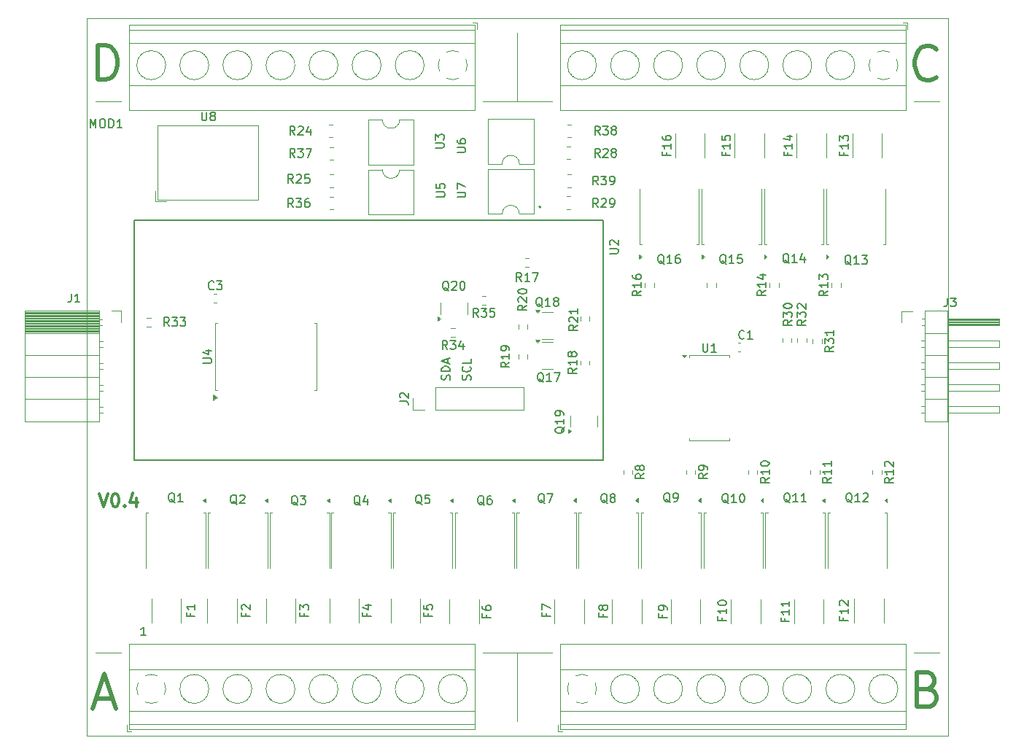
<source format=gbr>
%TF.GenerationSoftware,KiCad,Pcbnew,8.0.0*%
%TF.CreationDate,2024-09-08T09:34:35+02:00*%
%TF.ProjectId,led_stairs_controller,6c65645f-7374-4616-9972-735f636f6e74,V0.4*%
%TF.SameCoordinates,Original*%
%TF.FileFunction,Legend,Top*%
%TF.FilePolarity,Positive*%
%FSLAX46Y46*%
G04 Gerber Fmt 4.6, Leading zero omitted, Abs format (unit mm)*
G04 Created by KiCad (PCBNEW 8.0.0) date 2024-09-08 09:34:35*
%MOMM*%
%LPD*%
G01*
G04 APERTURE LIST*
%ADD10C,0.300000*%
%ADD11C,0.150000*%
%ADD12C,0.500000*%
%ADD13C,0.120000*%
%ADD14C,0.127000*%
%ADD15C,0.200000*%
%TA.AperFunction,Profile*%
%ADD16C,0.120000*%
%TD*%
G04 APERTURE END LIST*
D10*
X102640225Y-110900828D02*
X103140225Y-112400828D01*
X103140225Y-112400828D02*
X103640225Y-110900828D01*
X104425939Y-110900828D02*
X104568796Y-110900828D01*
X104568796Y-110900828D02*
X104711653Y-110972257D01*
X104711653Y-110972257D02*
X104783082Y-111043685D01*
X104783082Y-111043685D02*
X104854510Y-111186542D01*
X104854510Y-111186542D02*
X104925939Y-111472257D01*
X104925939Y-111472257D02*
X104925939Y-111829400D01*
X104925939Y-111829400D02*
X104854510Y-112115114D01*
X104854510Y-112115114D02*
X104783082Y-112257971D01*
X104783082Y-112257971D02*
X104711653Y-112329400D01*
X104711653Y-112329400D02*
X104568796Y-112400828D01*
X104568796Y-112400828D02*
X104425939Y-112400828D01*
X104425939Y-112400828D02*
X104283082Y-112329400D01*
X104283082Y-112329400D02*
X104211653Y-112257971D01*
X104211653Y-112257971D02*
X104140224Y-112115114D01*
X104140224Y-112115114D02*
X104068796Y-111829400D01*
X104068796Y-111829400D02*
X104068796Y-111472257D01*
X104068796Y-111472257D02*
X104140224Y-111186542D01*
X104140224Y-111186542D02*
X104211653Y-111043685D01*
X104211653Y-111043685D02*
X104283082Y-110972257D01*
X104283082Y-110972257D02*
X104425939Y-110900828D01*
X105568795Y-112257971D02*
X105640224Y-112329400D01*
X105640224Y-112329400D02*
X105568795Y-112400828D01*
X105568795Y-112400828D02*
X105497367Y-112329400D01*
X105497367Y-112329400D02*
X105568795Y-112257971D01*
X105568795Y-112257971D02*
X105568795Y-112400828D01*
X106925939Y-111400828D02*
X106925939Y-112400828D01*
X106568796Y-110829400D02*
X106211653Y-111900828D01*
X106211653Y-111900828D02*
X107140224Y-111900828D01*
D11*
X108060588Y-127369819D02*
X107489160Y-127369819D01*
X107774874Y-127369819D02*
X107774874Y-126369819D01*
X107774874Y-126369819D02*
X107679636Y-126512676D01*
X107679636Y-126512676D02*
X107584398Y-126607914D01*
X107584398Y-126607914D02*
X107489160Y-126655533D01*
X165904819Y-108566666D02*
X165428628Y-108899999D01*
X165904819Y-109138094D02*
X164904819Y-109138094D01*
X164904819Y-109138094D02*
X164904819Y-108757142D01*
X164904819Y-108757142D02*
X164952438Y-108661904D01*
X164952438Y-108661904D02*
X165000057Y-108614285D01*
X165000057Y-108614285D02*
X165095295Y-108566666D01*
X165095295Y-108566666D02*
X165238152Y-108566666D01*
X165238152Y-108566666D02*
X165333390Y-108614285D01*
X165333390Y-108614285D02*
X165381009Y-108661904D01*
X165381009Y-108661904D02*
X165428628Y-108757142D01*
X165428628Y-108757142D02*
X165428628Y-109138094D01*
X165333390Y-107995237D02*
X165285771Y-108090475D01*
X165285771Y-108090475D02*
X165238152Y-108138094D01*
X165238152Y-108138094D02*
X165142914Y-108185713D01*
X165142914Y-108185713D02*
X165095295Y-108185713D01*
X165095295Y-108185713D02*
X165000057Y-108138094D01*
X165000057Y-108138094D02*
X164952438Y-108090475D01*
X164952438Y-108090475D02*
X164904819Y-107995237D01*
X164904819Y-107995237D02*
X164904819Y-107804761D01*
X164904819Y-107804761D02*
X164952438Y-107709523D01*
X164952438Y-107709523D02*
X165000057Y-107661904D01*
X165000057Y-107661904D02*
X165095295Y-107614285D01*
X165095295Y-107614285D02*
X165142914Y-107614285D01*
X165142914Y-107614285D02*
X165238152Y-107661904D01*
X165238152Y-107661904D02*
X165285771Y-107709523D01*
X165285771Y-107709523D02*
X165333390Y-107804761D01*
X165333390Y-107804761D02*
X165333390Y-107995237D01*
X165333390Y-107995237D02*
X165381009Y-108090475D01*
X165381009Y-108090475D02*
X165428628Y-108138094D01*
X165428628Y-108138094D02*
X165523866Y-108185713D01*
X165523866Y-108185713D02*
X165714342Y-108185713D01*
X165714342Y-108185713D02*
X165809580Y-108138094D01*
X165809580Y-108138094D02*
X165857200Y-108090475D01*
X165857200Y-108090475D02*
X165904819Y-107995237D01*
X165904819Y-107995237D02*
X165904819Y-107804761D01*
X165904819Y-107804761D02*
X165857200Y-107709523D01*
X165857200Y-107709523D02*
X165809580Y-107661904D01*
X165809580Y-107661904D02*
X165714342Y-107614285D01*
X165714342Y-107614285D02*
X165523866Y-107614285D01*
X165523866Y-107614285D02*
X165428628Y-107661904D01*
X165428628Y-107661904D02*
X165381009Y-107709523D01*
X165381009Y-107709523D02*
X165333390Y-107804761D01*
X165524819Y-87342857D02*
X165048628Y-87676190D01*
X165524819Y-87914285D02*
X164524819Y-87914285D01*
X164524819Y-87914285D02*
X164524819Y-87533333D01*
X164524819Y-87533333D02*
X164572438Y-87438095D01*
X164572438Y-87438095D02*
X164620057Y-87390476D01*
X164620057Y-87390476D02*
X164715295Y-87342857D01*
X164715295Y-87342857D02*
X164858152Y-87342857D01*
X164858152Y-87342857D02*
X164953390Y-87390476D01*
X164953390Y-87390476D02*
X165001009Y-87438095D01*
X165001009Y-87438095D02*
X165048628Y-87533333D01*
X165048628Y-87533333D02*
X165048628Y-87914285D01*
X165524819Y-86390476D02*
X165524819Y-86961904D01*
X165524819Y-86676190D02*
X164524819Y-86676190D01*
X164524819Y-86676190D02*
X164667676Y-86771428D01*
X164667676Y-86771428D02*
X164762914Y-86866666D01*
X164762914Y-86866666D02*
X164810533Y-86961904D01*
X164524819Y-85533333D02*
X164524819Y-85723809D01*
X164524819Y-85723809D02*
X164572438Y-85819047D01*
X164572438Y-85819047D02*
X164620057Y-85866666D01*
X164620057Y-85866666D02*
X164762914Y-85961904D01*
X164762914Y-85961904D02*
X164953390Y-86009523D01*
X164953390Y-86009523D02*
X165334342Y-86009523D01*
X165334342Y-86009523D02*
X165429580Y-85961904D01*
X165429580Y-85961904D02*
X165477200Y-85914285D01*
X165477200Y-85914285D02*
X165524819Y-85819047D01*
X165524819Y-85819047D02*
X165524819Y-85628571D01*
X165524819Y-85628571D02*
X165477200Y-85533333D01*
X165477200Y-85533333D02*
X165429580Y-85485714D01*
X165429580Y-85485714D02*
X165334342Y-85438095D01*
X165334342Y-85438095D02*
X165096247Y-85438095D01*
X165096247Y-85438095D02*
X165001009Y-85485714D01*
X165001009Y-85485714D02*
X164953390Y-85533333D01*
X164953390Y-85533333D02*
X164905771Y-85628571D01*
X164905771Y-85628571D02*
X164905771Y-85819047D01*
X164905771Y-85819047D02*
X164953390Y-85914285D01*
X164953390Y-85914285D02*
X165001009Y-85961904D01*
X165001009Y-85961904D02*
X165096247Y-86009523D01*
X172700595Y-93454819D02*
X172700595Y-94264342D01*
X172700595Y-94264342D02*
X172748214Y-94359580D01*
X172748214Y-94359580D02*
X172795833Y-94407200D01*
X172795833Y-94407200D02*
X172891071Y-94454819D01*
X172891071Y-94454819D02*
X173081547Y-94454819D01*
X173081547Y-94454819D02*
X173176785Y-94407200D01*
X173176785Y-94407200D02*
X173224404Y-94359580D01*
X173224404Y-94359580D02*
X173272023Y-94264342D01*
X173272023Y-94264342D02*
X173272023Y-93454819D01*
X174272023Y-94454819D02*
X173700595Y-94454819D01*
X173986309Y-94454819D02*
X173986309Y-93454819D01*
X173986309Y-93454819D02*
X173891071Y-93597676D01*
X173891071Y-93597676D02*
X173795833Y-93692914D01*
X173795833Y-93692914D02*
X173700595Y-93740533D01*
X175381009Y-71309523D02*
X175381009Y-71642856D01*
X175904819Y-71642856D02*
X174904819Y-71642856D01*
X174904819Y-71642856D02*
X174904819Y-71166666D01*
X175904819Y-70261904D02*
X175904819Y-70833332D01*
X175904819Y-70547618D02*
X174904819Y-70547618D01*
X174904819Y-70547618D02*
X175047676Y-70642856D01*
X175047676Y-70642856D02*
X175142914Y-70738094D01*
X175142914Y-70738094D02*
X175190533Y-70833332D01*
X174904819Y-69357142D02*
X174904819Y-69833332D01*
X174904819Y-69833332D02*
X175381009Y-69880951D01*
X175381009Y-69880951D02*
X175333390Y-69833332D01*
X175333390Y-69833332D02*
X175285771Y-69738094D01*
X175285771Y-69738094D02*
X175285771Y-69499999D01*
X175285771Y-69499999D02*
X175333390Y-69404761D01*
X175333390Y-69404761D02*
X175381009Y-69357142D01*
X175381009Y-69357142D02*
X175476247Y-69309523D01*
X175476247Y-69309523D02*
X175714342Y-69309523D01*
X175714342Y-69309523D02*
X175809580Y-69357142D01*
X175809580Y-69357142D02*
X175857200Y-69404761D01*
X175857200Y-69404761D02*
X175904819Y-69499999D01*
X175904819Y-69499999D02*
X175904819Y-69738094D01*
X175904819Y-69738094D02*
X175857200Y-69833332D01*
X175857200Y-69833332D02*
X175809580Y-69880951D01*
X125157142Y-77654819D02*
X124823809Y-77178628D01*
X124585714Y-77654819D02*
X124585714Y-76654819D01*
X124585714Y-76654819D02*
X124966666Y-76654819D01*
X124966666Y-76654819D02*
X125061904Y-76702438D01*
X125061904Y-76702438D02*
X125109523Y-76750057D01*
X125109523Y-76750057D02*
X125157142Y-76845295D01*
X125157142Y-76845295D02*
X125157142Y-76988152D01*
X125157142Y-76988152D02*
X125109523Y-77083390D01*
X125109523Y-77083390D02*
X125061904Y-77131009D01*
X125061904Y-77131009D02*
X124966666Y-77178628D01*
X124966666Y-77178628D02*
X124585714Y-77178628D01*
X125490476Y-76654819D02*
X126109523Y-76654819D01*
X126109523Y-76654819D02*
X125776190Y-77035771D01*
X125776190Y-77035771D02*
X125919047Y-77035771D01*
X125919047Y-77035771D02*
X126014285Y-77083390D01*
X126014285Y-77083390D02*
X126061904Y-77131009D01*
X126061904Y-77131009D02*
X126109523Y-77226247D01*
X126109523Y-77226247D02*
X126109523Y-77464342D01*
X126109523Y-77464342D02*
X126061904Y-77559580D01*
X126061904Y-77559580D02*
X126014285Y-77607200D01*
X126014285Y-77607200D02*
X125919047Y-77654819D01*
X125919047Y-77654819D02*
X125633333Y-77654819D01*
X125633333Y-77654819D02*
X125538095Y-77607200D01*
X125538095Y-77607200D02*
X125490476Y-77559580D01*
X126966666Y-76654819D02*
X126776190Y-76654819D01*
X126776190Y-76654819D02*
X126680952Y-76702438D01*
X126680952Y-76702438D02*
X126633333Y-76750057D01*
X126633333Y-76750057D02*
X126538095Y-76892914D01*
X126538095Y-76892914D02*
X126490476Y-77083390D01*
X126490476Y-77083390D02*
X126490476Y-77464342D01*
X126490476Y-77464342D02*
X126538095Y-77559580D01*
X126538095Y-77559580D02*
X126585714Y-77607200D01*
X126585714Y-77607200D02*
X126680952Y-77654819D01*
X126680952Y-77654819D02*
X126871428Y-77654819D01*
X126871428Y-77654819D02*
X126966666Y-77607200D01*
X126966666Y-77607200D02*
X127014285Y-77559580D01*
X127014285Y-77559580D02*
X127061904Y-77464342D01*
X127061904Y-77464342D02*
X127061904Y-77226247D01*
X127061904Y-77226247D02*
X127014285Y-77131009D01*
X127014285Y-77131009D02*
X126966666Y-77083390D01*
X126966666Y-77083390D02*
X126871428Y-77035771D01*
X126871428Y-77035771D02*
X126680952Y-77035771D01*
X126680952Y-77035771D02*
X126585714Y-77083390D01*
X126585714Y-77083390D02*
X126538095Y-77131009D01*
X126538095Y-77131009D02*
X126490476Y-77226247D01*
X144174819Y-71286904D02*
X144984342Y-71286904D01*
X144984342Y-71286904D02*
X145079580Y-71239285D01*
X145079580Y-71239285D02*
X145127200Y-71191666D01*
X145127200Y-71191666D02*
X145174819Y-71096428D01*
X145174819Y-71096428D02*
X145174819Y-70905952D01*
X145174819Y-70905952D02*
X145127200Y-70810714D01*
X145127200Y-70810714D02*
X145079580Y-70763095D01*
X145079580Y-70763095D02*
X144984342Y-70715476D01*
X144984342Y-70715476D02*
X144174819Y-70715476D01*
X144174819Y-69810714D02*
X144174819Y-70001190D01*
X144174819Y-70001190D02*
X144222438Y-70096428D01*
X144222438Y-70096428D02*
X144270057Y-70144047D01*
X144270057Y-70144047D02*
X144412914Y-70239285D01*
X144412914Y-70239285D02*
X144603390Y-70286904D01*
X144603390Y-70286904D02*
X144984342Y-70286904D01*
X144984342Y-70286904D02*
X145079580Y-70239285D01*
X145079580Y-70239285D02*
X145127200Y-70191666D01*
X145127200Y-70191666D02*
X145174819Y-70096428D01*
X145174819Y-70096428D02*
X145174819Y-69905952D01*
X145174819Y-69905952D02*
X145127200Y-69810714D01*
X145127200Y-69810714D02*
X145079580Y-69763095D01*
X145079580Y-69763095D02*
X144984342Y-69715476D01*
X144984342Y-69715476D02*
X144746247Y-69715476D01*
X144746247Y-69715476D02*
X144651009Y-69763095D01*
X144651009Y-69763095D02*
X144603390Y-69810714D01*
X144603390Y-69810714D02*
X144555771Y-69905952D01*
X144555771Y-69905952D02*
X144555771Y-70096428D01*
X144555771Y-70096428D02*
X144603390Y-70191666D01*
X144603390Y-70191666D02*
X144651009Y-70239285D01*
X144651009Y-70239285D02*
X144746247Y-70286904D01*
X141754819Y-76461904D02*
X142564342Y-76461904D01*
X142564342Y-76461904D02*
X142659580Y-76414285D01*
X142659580Y-76414285D02*
X142707200Y-76366666D01*
X142707200Y-76366666D02*
X142754819Y-76271428D01*
X142754819Y-76271428D02*
X142754819Y-76080952D01*
X142754819Y-76080952D02*
X142707200Y-75985714D01*
X142707200Y-75985714D02*
X142659580Y-75938095D01*
X142659580Y-75938095D02*
X142564342Y-75890476D01*
X142564342Y-75890476D02*
X141754819Y-75890476D01*
X141754819Y-74938095D02*
X141754819Y-75414285D01*
X141754819Y-75414285D02*
X142231009Y-75461904D01*
X142231009Y-75461904D02*
X142183390Y-75414285D01*
X142183390Y-75414285D02*
X142135771Y-75319047D01*
X142135771Y-75319047D02*
X142135771Y-75080952D01*
X142135771Y-75080952D02*
X142183390Y-74985714D01*
X142183390Y-74985714D02*
X142231009Y-74938095D01*
X142231009Y-74938095D02*
X142326247Y-74890476D01*
X142326247Y-74890476D02*
X142564342Y-74890476D01*
X142564342Y-74890476D02*
X142659580Y-74938095D01*
X142659580Y-74938095D02*
X142707200Y-74985714D01*
X142707200Y-74985714D02*
X142754819Y-75080952D01*
X142754819Y-75080952D02*
X142754819Y-75319047D01*
X142754819Y-75319047D02*
X142707200Y-75414285D01*
X142707200Y-75414285D02*
X142659580Y-75461904D01*
X119631009Y-124833333D02*
X119631009Y-125166666D01*
X120154819Y-125166666D02*
X119154819Y-125166666D01*
X119154819Y-125166666D02*
X119154819Y-124690476D01*
X119250057Y-124357142D02*
X119202438Y-124309523D01*
X119202438Y-124309523D02*
X119154819Y-124214285D01*
X119154819Y-124214285D02*
X119154819Y-123976190D01*
X119154819Y-123976190D02*
X119202438Y-123880952D01*
X119202438Y-123880952D02*
X119250057Y-123833333D01*
X119250057Y-123833333D02*
X119345295Y-123785714D01*
X119345295Y-123785714D02*
X119440533Y-123785714D01*
X119440533Y-123785714D02*
X119583390Y-123833333D01*
X119583390Y-123833333D02*
X120154819Y-124404761D01*
X120154819Y-124404761D02*
X120154819Y-123785714D01*
X173204819Y-108566666D02*
X172728628Y-108899999D01*
X173204819Y-109138094D02*
X172204819Y-109138094D01*
X172204819Y-109138094D02*
X172204819Y-108757142D01*
X172204819Y-108757142D02*
X172252438Y-108661904D01*
X172252438Y-108661904D02*
X172300057Y-108614285D01*
X172300057Y-108614285D02*
X172395295Y-108566666D01*
X172395295Y-108566666D02*
X172538152Y-108566666D01*
X172538152Y-108566666D02*
X172633390Y-108614285D01*
X172633390Y-108614285D02*
X172681009Y-108661904D01*
X172681009Y-108661904D02*
X172728628Y-108757142D01*
X172728628Y-108757142D02*
X172728628Y-109138094D01*
X173204819Y-108090475D02*
X173204819Y-107899999D01*
X173204819Y-107899999D02*
X173157200Y-107804761D01*
X173157200Y-107804761D02*
X173109580Y-107757142D01*
X173109580Y-107757142D02*
X172966723Y-107661904D01*
X172966723Y-107661904D02*
X172776247Y-107614285D01*
X172776247Y-107614285D02*
X172395295Y-107614285D01*
X172395295Y-107614285D02*
X172300057Y-107661904D01*
X172300057Y-107661904D02*
X172252438Y-107709523D01*
X172252438Y-107709523D02*
X172204819Y-107804761D01*
X172204819Y-107804761D02*
X172204819Y-107995237D01*
X172204819Y-107995237D02*
X172252438Y-108090475D01*
X172252438Y-108090475D02*
X172300057Y-108138094D01*
X172300057Y-108138094D02*
X172395295Y-108185713D01*
X172395295Y-108185713D02*
X172633390Y-108185713D01*
X172633390Y-108185713D02*
X172728628Y-108138094D01*
X172728628Y-108138094D02*
X172776247Y-108090475D01*
X172776247Y-108090475D02*
X172823866Y-107995237D01*
X172823866Y-107995237D02*
X172823866Y-107804761D01*
X172823866Y-107804761D02*
X172776247Y-107709523D01*
X172776247Y-107709523D02*
X172728628Y-107661904D01*
X172728628Y-107661904D02*
X172633390Y-107614285D01*
X111424761Y-111950057D02*
X111329523Y-111902438D01*
X111329523Y-111902438D02*
X111234285Y-111807200D01*
X111234285Y-111807200D02*
X111091428Y-111664342D01*
X111091428Y-111664342D02*
X110996190Y-111616723D01*
X110996190Y-111616723D02*
X110900952Y-111616723D01*
X110948571Y-111854819D02*
X110853333Y-111807200D01*
X110853333Y-111807200D02*
X110758095Y-111711961D01*
X110758095Y-111711961D02*
X110710476Y-111521485D01*
X110710476Y-111521485D02*
X110710476Y-111188152D01*
X110710476Y-111188152D02*
X110758095Y-110997676D01*
X110758095Y-110997676D02*
X110853333Y-110902438D01*
X110853333Y-110902438D02*
X110948571Y-110854819D01*
X110948571Y-110854819D02*
X111139047Y-110854819D01*
X111139047Y-110854819D02*
X111234285Y-110902438D01*
X111234285Y-110902438D02*
X111329523Y-110997676D01*
X111329523Y-110997676D02*
X111377142Y-111188152D01*
X111377142Y-111188152D02*
X111377142Y-111521485D01*
X111377142Y-111521485D02*
X111329523Y-111711961D01*
X111329523Y-111711961D02*
X111234285Y-111807200D01*
X111234285Y-111807200D02*
X111139047Y-111854819D01*
X111139047Y-111854819D02*
X110948571Y-111854819D01*
X112329523Y-111854819D02*
X111758095Y-111854819D01*
X112043809Y-111854819D02*
X112043809Y-110854819D01*
X112043809Y-110854819D02*
X111948571Y-110997676D01*
X111948571Y-110997676D02*
X111853333Y-111092914D01*
X111853333Y-111092914D02*
X111758095Y-111140533D01*
X161629761Y-112025057D02*
X161534523Y-111977438D01*
X161534523Y-111977438D02*
X161439285Y-111882200D01*
X161439285Y-111882200D02*
X161296428Y-111739342D01*
X161296428Y-111739342D02*
X161201190Y-111691723D01*
X161201190Y-111691723D02*
X161105952Y-111691723D01*
X161153571Y-111929819D02*
X161058333Y-111882200D01*
X161058333Y-111882200D02*
X160963095Y-111786961D01*
X160963095Y-111786961D02*
X160915476Y-111596485D01*
X160915476Y-111596485D02*
X160915476Y-111263152D01*
X160915476Y-111263152D02*
X160963095Y-111072676D01*
X160963095Y-111072676D02*
X161058333Y-110977438D01*
X161058333Y-110977438D02*
X161153571Y-110929819D01*
X161153571Y-110929819D02*
X161344047Y-110929819D01*
X161344047Y-110929819D02*
X161439285Y-110977438D01*
X161439285Y-110977438D02*
X161534523Y-111072676D01*
X161534523Y-111072676D02*
X161582142Y-111263152D01*
X161582142Y-111263152D02*
X161582142Y-111596485D01*
X161582142Y-111596485D02*
X161534523Y-111786961D01*
X161534523Y-111786961D02*
X161439285Y-111882200D01*
X161439285Y-111882200D02*
X161344047Y-111929819D01*
X161344047Y-111929819D02*
X161153571Y-111929819D01*
X162153571Y-111358390D02*
X162058333Y-111310771D01*
X162058333Y-111310771D02*
X162010714Y-111263152D01*
X162010714Y-111263152D02*
X161963095Y-111167914D01*
X161963095Y-111167914D02*
X161963095Y-111120295D01*
X161963095Y-111120295D02*
X162010714Y-111025057D01*
X162010714Y-111025057D02*
X162058333Y-110977438D01*
X162058333Y-110977438D02*
X162153571Y-110929819D01*
X162153571Y-110929819D02*
X162344047Y-110929819D01*
X162344047Y-110929819D02*
X162439285Y-110977438D01*
X162439285Y-110977438D02*
X162486904Y-111025057D01*
X162486904Y-111025057D02*
X162534523Y-111120295D01*
X162534523Y-111120295D02*
X162534523Y-111167914D01*
X162534523Y-111167914D02*
X162486904Y-111263152D01*
X162486904Y-111263152D02*
X162439285Y-111310771D01*
X162439285Y-111310771D02*
X162344047Y-111358390D01*
X162344047Y-111358390D02*
X162153571Y-111358390D01*
X162153571Y-111358390D02*
X162058333Y-111406009D01*
X162058333Y-111406009D02*
X162010714Y-111453628D01*
X162010714Y-111453628D02*
X161963095Y-111548866D01*
X161963095Y-111548866D02*
X161963095Y-111739342D01*
X161963095Y-111739342D02*
X162010714Y-111834580D01*
X162010714Y-111834580D02*
X162058333Y-111882200D01*
X162058333Y-111882200D02*
X162153571Y-111929819D01*
X162153571Y-111929819D02*
X162344047Y-111929819D01*
X162344047Y-111929819D02*
X162439285Y-111882200D01*
X162439285Y-111882200D02*
X162486904Y-111834580D01*
X162486904Y-111834580D02*
X162534523Y-111739342D01*
X162534523Y-111739342D02*
X162534523Y-111548866D01*
X162534523Y-111548866D02*
X162486904Y-111453628D01*
X162486904Y-111453628D02*
X162439285Y-111406009D01*
X162439285Y-111406009D02*
X162344047Y-111358390D01*
X147324761Y-112250057D02*
X147229523Y-112202438D01*
X147229523Y-112202438D02*
X147134285Y-112107200D01*
X147134285Y-112107200D02*
X146991428Y-111964342D01*
X146991428Y-111964342D02*
X146896190Y-111916723D01*
X146896190Y-111916723D02*
X146800952Y-111916723D01*
X146848571Y-112154819D02*
X146753333Y-112107200D01*
X146753333Y-112107200D02*
X146658095Y-112011961D01*
X146658095Y-112011961D02*
X146610476Y-111821485D01*
X146610476Y-111821485D02*
X146610476Y-111488152D01*
X146610476Y-111488152D02*
X146658095Y-111297676D01*
X146658095Y-111297676D02*
X146753333Y-111202438D01*
X146753333Y-111202438D02*
X146848571Y-111154819D01*
X146848571Y-111154819D02*
X147039047Y-111154819D01*
X147039047Y-111154819D02*
X147134285Y-111202438D01*
X147134285Y-111202438D02*
X147229523Y-111297676D01*
X147229523Y-111297676D02*
X147277142Y-111488152D01*
X147277142Y-111488152D02*
X147277142Y-111821485D01*
X147277142Y-111821485D02*
X147229523Y-112011961D01*
X147229523Y-112011961D02*
X147134285Y-112107200D01*
X147134285Y-112107200D02*
X147039047Y-112154819D01*
X147039047Y-112154819D02*
X146848571Y-112154819D01*
X148134285Y-111154819D02*
X147943809Y-111154819D01*
X147943809Y-111154819D02*
X147848571Y-111202438D01*
X147848571Y-111202438D02*
X147800952Y-111250057D01*
X147800952Y-111250057D02*
X147705714Y-111392914D01*
X147705714Y-111392914D02*
X147658095Y-111583390D01*
X147658095Y-111583390D02*
X147658095Y-111964342D01*
X147658095Y-111964342D02*
X147705714Y-112059580D01*
X147705714Y-112059580D02*
X147753333Y-112107200D01*
X147753333Y-112107200D02*
X147848571Y-112154819D01*
X147848571Y-112154819D02*
X148039047Y-112154819D01*
X148039047Y-112154819D02*
X148134285Y-112107200D01*
X148134285Y-112107200D02*
X148181904Y-112059580D01*
X148181904Y-112059580D02*
X148229523Y-111964342D01*
X148229523Y-111964342D02*
X148229523Y-111726247D01*
X148229523Y-111726247D02*
X148181904Y-111631009D01*
X148181904Y-111631009D02*
X148134285Y-111583390D01*
X148134285Y-111583390D02*
X148039047Y-111535771D01*
X148039047Y-111535771D02*
X147848571Y-111535771D01*
X147848571Y-111535771D02*
X147753333Y-111583390D01*
X147753333Y-111583390D02*
X147705714Y-111631009D01*
X147705714Y-111631009D02*
X147658095Y-111726247D01*
X140781009Y-124833333D02*
X140781009Y-125166666D01*
X141304819Y-125166666D02*
X140304819Y-125166666D01*
X140304819Y-125166666D02*
X140304819Y-124690476D01*
X140304819Y-123833333D02*
X140304819Y-124309523D01*
X140304819Y-124309523D02*
X140781009Y-124357142D01*
X140781009Y-124357142D02*
X140733390Y-124309523D01*
X140733390Y-124309523D02*
X140685771Y-124214285D01*
X140685771Y-124214285D02*
X140685771Y-123976190D01*
X140685771Y-123976190D02*
X140733390Y-123880952D01*
X140733390Y-123880952D02*
X140781009Y-123833333D01*
X140781009Y-123833333D02*
X140876247Y-123785714D01*
X140876247Y-123785714D02*
X141114342Y-123785714D01*
X141114342Y-123785714D02*
X141209580Y-123833333D01*
X141209580Y-123833333D02*
X141257200Y-123880952D01*
X141257200Y-123880952D02*
X141304819Y-123976190D01*
X141304819Y-123976190D02*
X141304819Y-124214285D01*
X141304819Y-124214285D02*
X141257200Y-124309523D01*
X141257200Y-124309523D02*
X141209580Y-124357142D01*
X175693571Y-112025057D02*
X175598333Y-111977438D01*
X175598333Y-111977438D02*
X175503095Y-111882200D01*
X175503095Y-111882200D02*
X175360238Y-111739342D01*
X175360238Y-111739342D02*
X175265000Y-111691723D01*
X175265000Y-111691723D02*
X175169762Y-111691723D01*
X175217381Y-111929819D02*
X175122143Y-111882200D01*
X175122143Y-111882200D02*
X175026905Y-111786961D01*
X175026905Y-111786961D02*
X174979286Y-111596485D01*
X174979286Y-111596485D02*
X174979286Y-111263152D01*
X174979286Y-111263152D02*
X175026905Y-111072676D01*
X175026905Y-111072676D02*
X175122143Y-110977438D01*
X175122143Y-110977438D02*
X175217381Y-110929819D01*
X175217381Y-110929819D02*
X175407857Y-110929819D01*
X175407857Y-110929819D02*
X175503095Y-110977438D01*
X175503095Y-110977438D02*
X175598333Y-111072676D01*
X175598333Y-111072676D02*
X175645952Y-111263152D01*
X175645952Y-111263152D02*
X175645952Y-111596485D01*
X175645952Y-111596485D02*
X175598333Y-111786961D01*
X175598333Y-111786961D02*
X175503095Y-111882200D01*
X175503095Y-111882200D02*
X175407857Y-111929819D01*
X175407857Y-111929819D02*
X175217381Y-111929819D01*
X176598333Y-111929819D02*
X176026905Y-111929819D01*
X176312619Y-111929819D02*
X176312619Y-110929819D01*
X176312619Y-110929819D02*
X176217381Y-111072676D01*
X176217381Y-111072676D02*
X176122143Y-111167914D01*
X176122143Y-111167914D02*
X176026905Y-111215533D01*
X177217381Y-110929819D02*
X177312619Y-110929819D01*
X177312619Y-110929819D02*
X177407857Y-110977438D01*
X177407857Y-110977438D02*
X177455476Y-111025057D01*
X177455476Y-111025057D02*
X177503095Y-111120295D01*
X177503095Y-111120295D02*
X177550714Y-111310771D01*
X177550714Y-111310771D02*
X177550714Y-111548866D01*
X177550714Y-111548866D02*
X177503095Y-111739342D01*
X177503095Y-111739342D02*
X177455476Y-111834580D01*
X177455476Y-111834580D02*
X177407857Y-111882200D01*
X177407857Y-111882200D02*
X177312619Y-111929819D01*
X177312619Y-111929819D02*
X177217381Y-111929819D01*
X177217381Y-111929819D02*
X177122143Y-111882200D01*
X177122143Y-111882200D02*
X177074524Y-111834580D01*
X177074524Y-111834580D02*
X177026905Y-111739342D01*
X177026905Y-111739342D02*
X176979286Y-111548866D01*
X176979286Y-111548866D02*
X176979286Y-111310771D01*
X176979286Y-111310771D02*
X177026905Y-111120295D01*
X177026905Y-111120295D02*
X177074524Y-111025057D01*
X177074524Y-111025057D02*
X177122143Y-110977438D01*
X177122143Y-110977438D02*
X177217381Y-110929819D01*
X189031009Y-125309523D02*
X189031009Y-125642856D01*
X189554819Y-125642856D02*
X188554819Y-125642856D01*
X188554819Y-125642856D02*
X188554819Y-125166666D01*
X189554819Y-124261904D02*
X189554819Y-124833332D01*
X189554819Y-124547618D02*
X188554819Y-124547618D01*
X188554819Y-124547618D02*
X188697676Y-124642856D01*
X188697676Y-124642856D02*
X188792914Y-124738094D01*
X188792914Y-124738094D02*
X188840533Y-124833332D01*
X188650057Y-123880951D02*
X188602438Y-123833332D01*
X188602438Y-123833332D02*
X188554819Y-123738094D01*
X188554819Y-123738094D02*
X188554819Y-123499999D01*
X188554819Y-123499999D02*
X188602438Y-123404761D01*
X188602438Y-123404761D02*
X188650057Y-123357142D01*
X188650057Y-123357142D02*
X188745295Y-123309523D01*
X188745295Y-123309523D02*
X188840533Y-123309523D01*
X188840533Y-123309523D02*
X188983390Y-123357142D01*
X188983390Y-123357142D02*
X189554819Y-123928570D01*
X189554819Y-123928570D02*
X189554819Y-123309523D01*
X150254819Y-95642857D02*
X149778628Y-95976190D01*
X150254819Y-96214285D02*
X149254819Y-96214285D01*
X149254819Y-96214285D02*
X149254819Y-95833333D01*
X149254819Y-95833333D02*
X149302438Y-95738095D01*
X149302438Y-95738095D02*
X149350057Y-95690476D01*
X149350057Y-95690476D02*
X149445295Y-95642857D01*
X149445295Y-95642857D02*
X149588152Y-95642857D01*
X149588152Y-95642857D02*
X149683390Y-95690476D01*
X149683390Y-95690476D02*
X149731009Y-95738095D01*
X149731009Y-95738095D02*
X149778628Y-95833333D01*
X149778628Y-95833333D02*
X149778628Y-96214285D01*
X150254819Y-94690476D02*
X150254819Y-95261904D01*
X150254819Y-94976190D02*
X149254819Y-94976190D01*
X149254819Y-94976190D02*
X149397676Y-95071428D01*
X149397676Y-95071428D02*
X149492914Y-95166666D01*
X149492914Y-95166666D02*
X149540533Y-95261904D01*
X150254819Y-94214285D02*
X150254819Y-94023809D01*
X150254819Y-94023809D02*
X150207200Y-93928571D01*
X150207200Y-93928571D02*
X150159580Y-93880952D01*
X150159580Y-93880952D02*
X150016723Y-93785714D01*
X150016723Y-93785714D02*
X149826247Y-93738095D01*
X149826247Y-93738095D02*
X149445295Y-93738095D01*
X149445295Y-93738095D02*
X149350057Y-93785714D01*
X149350057Y-93785714D02*
X149302438Y-93833333D01*
X149302438Y-93833333D02*
X149254819Y-93928571D01*
X149254819Y-93928571D02*
X149254819Y-94119047D01*
X149254819Y-94119047D02*
X149302438Y-94214285D01*
X149302438Y-94214285D02*
X149350057Y-94261904D01*
X149350057Y-94261904D02*
X149445295Y-94309523D01*
X149445295Y-94309523D02*
X149683390Y-94309523D01*
X149683390Y-94309523D02*
X149778628Y-94261904D01*
X149778628Y-94261904D02*
X149826247Y-94214285D01*
X149826247Y-94214285D02*
X149873866Y-94119047D01*
X149873866Y-94119047D02*
X149873866Y-93928571D01*
X149873866Y-93928571D02*
X149826247Y-93833333D01*
X149826247Y-93833333D02*
X149778628Y-93785714D01*
X149778628Y-93785714D02*
X149683390Y-93738095D01*
X115933333Y-87129580D02*
X115885714Y-87177200D01*
X115885714Y-87177200D02*
X115742857Y-87224819D01*
X115742857Y-87224819D02*
X115647619Y-87224819D01*
X115647619Y-87224819D02*
X115504762Y-87177200D01*
X115504762Y-87177200D02*
X115409524Y-87081961D01*
X115409524Y-87081961D02*
X115361905Y-86986723D01*
X115361905Y-86986723D02*
X115314286Y-86796247D01*
X115314286Y-86796247D02*
X115314286Y-86653390D01*
X115314286Y-86653390D02*
X115361905Y-86462914D01*
X115361905Y-86462914D02*
X115409524Y-86367676D01*
X115409524Y-86367676D02*
X115504762Y-86272438D01*
X115504762Y-86272438D02*
X115647619Y-86224819D01*
X115647619Y-86224819D02*
X115742857Y-86224819D01*
X115742857Y-86224819D02*
X115885714Y-86272438D01*
X115885714Y-86272438D02*
X115933333Y-86320057D01*
X116266667Y-86224819D02*
X116885714Y-86224819D01*
X116885714Y-86224819D02*
X116552381Y-86605771D01*
X116552381Y-86605771D02*
X116695238Y-86605771D01*
X116695238Y-86605771D02*
X116790476Y-86653390D01*
X116790476Y-86653390D02*
X116838095Y-86701009D01*
X116838095Y-86701009D02*
X116885714Y-86796247D01*
X116885714Y-86796247D02*
X116885714Y-87034342D01*
X116885714Y-87034342D02*
X116838095Y-87129580D01*
X116838095Y-87129580D02*
X116790476Y-87177200D01*
X116790476Y-87177200D02*
X116695238Y-87224819D01*
X116695238Y-87224819D02*
X116409524Y-87224819D01*
X116409524Y-87224819D02*
X116314286Y-87177200D01*
X116314286Y-87177200D02*
X116266667Y-87129580D01*
X201076666Y-88184819D02*
X201076666Y-88899104D01*
X201076666Y-88899104D02*
X201029047Y-89041961D01*
X201029047Y-89041961D02*
X200933809Y-89137200D01*
X200933809Y-89137200D02*
X200790952Y-89184819D01*
X200790952Y-89184819D02*
X200695714Y-89184819D01*
X201457619Y-88184819D02*
X202076666Y-88184819D01*
X202076666Y-88184819D02*
X201743333Y-88565771D01*
X201743333Y-88565771D02*
X201886190Y-88565771D01*
X201886190Y-88565771D02*
X201981428Y-88613390D01*
X201981428Y-88613390D02*
X202029047Y-88661009D01*
X202029047Y-88661009D02*
X202076666Y-88756247D01*
X202076666Y-88756247D02*
X202076666Y-88994342D01*
X202076666Y-88994342D02*
X202029047Y-89089580D01*
X202029047Y-89089580D02*
X201981428Y-89137200D01*
X201981428Y-89137200D02*
X201886190Y-89184819D01*
X201886190Y-89184819D02*
X201600476Y-89184819D01*
X201600476Y-89184819D02*
X201505238Y-89137200D01*
X201505238Y-89137200D02*
X201457619Y-89089580D01*
X151657142Y-86254819D02*
X151323809Y-85778628D01*
X151085714Y-86254819D02*
X151085714Y-85254819D01*
X151085714Y-85254819D02*
X151466666Y-85254819D01*
X151466666Y-85254819D02*
X151561904Y-85302438D01*
X151561904Y-85302438D02*
X151609523Y-85350057D01*
X151609523Y-85350057D02*
X151657142Y-85445295D01*
X151657142Y-85445295D02*
X151657142Y-85588152D01*
X151657142Y-85588152D02*
X151609523Y-85683390D01*
X151609523Y-85683390D02*
X151561904Y-85731009D01*
X151561904Y-85731009D02*
X151466666Y-85778628D01*
X151466666Y-85778628D02*
X151085714Y-85778628D01*
X152609523Y-86254819D02*
X152038095Y-86254819D01*
X152323809Y-86254819D02*
X152323809Y-85254819D01*
X152323809Y-85254819D02*
X152228571Y-85397676D01*
X152228571Y-85397676D02*
X152133333Y-85492914D01*
X152133333Y-85492914D02*
X152038095Y-85540533D01*
X152942857Y-85254819D02*
X153609523Y-85254819D01*
X153609523Y-85254819D02*
X153180952Y-86254819D01*
X125684761Y-112250057D02*
X125589523Y-112202438D01*
X125589523Y-112202438D02*
X125494285Y-112107200D01*
X125494285Y-112107200D02*
X125351428Y-111964342D01*
X125351428Y-111964342D02*
X125256190Y-111916723D01*
X125256190Y-111916723D02*
X125160952Y-111916723D01*
X125208571Y-112154819D02*
X125113333Y-112107200D01*
X125113333Y-112107200D02*
X125018095Y-112011961D01*
X125018095Y-112011961D02*
X124970476Y-111821485D01*
X124970476Y-111821485D02*
X124970476Y-111488152D01*
X124970476Y-111488152D02*
X125018095Y-111297676D01*
X125018095Y-111297676D02*
X125113333Y-111202438D01*
X125113333Y-111202438D02*
X125208571Y-111154819D01*
X125208571Y-111154819D02*
X125399047Y-111154819D01*
X125399047Y-111154819D02*
X125494285Y-111202438D01*
X125494285Y-111202438D02*
X125589523Y-111297676D01*
X125589523Y-111297676D02*
X125637142Y-111488152D01*
X125637142Y-111488152D02*
X125637142Y-111821485D01*
X125637142Y-111821485D02*
X125589523Y-112011961D01*
X125589523Y-112011961D02*
X125494285Y-112107200D01*
X125494285Y-112107200D02*
X125399047Y-112154819D01*
X125399047Y-112154819D02*
X125208571Y-112154819D01*
X125970476Y-111154819D02*
X126589523Y-111154819D01*
X126589523Y-111154819D02*
X126256190Y-111535771D01*
X126256190Y-111535771D02*
X126399047Y-111535771D01*
X126399047Y-111535771D02*
X126494285Y-111583390D01*
X126494285Y-111583390D02*
X126541904Y-111631009D01*
X126541904Y-111631009D02*
X126589523Y-111726247D01*
X126589523Y-111726247D02*
X126589523Y-111964342D01*
X126589523Y-111964342D02*
X126541904Y-112059580D01*
X126541904Y-112059580D02*
X126494285Y-112107200D01*
X126494285Y-112107200D02*
X126399047Y-112154819D01*
X126399047Y-112154819D02*
X126113333Y-112154819D01*
X126113333Y-112154819D02*
X126018095Y-112107200D01*
X126018095Y-112107200D02*
X125970476Y-112059580D01*
X168481009Y-71309523D02*
X168481009Y-71642856D01*
X169004819Y-71642856D02*
X168004819Y-71642856D01*
X168004819Y-71642856D02*
X168004819Y-71166666D01*
X169004819Y-70261904D02*
X169004819Y-70833332D01*
X169004819Y-70547618D02*
X168004819Y-70547618D01*
X168004819Y-70547618D02*
X168147676Y-70642856D01*
X168147676Y-70642856D02*
X168242914Y-70738094D01*
X168242914Y-70738094D02*
X168290533Y-70833332D01*
X168004819Y-69404761D02*
X168004819Y-69595237D01*
X168004819Y-69595237D02*
X168052438Y-69690475D01*
X168052438Y-69690475D02*
X168100057Y-69738094D01*
X168100057Y-69738094D02*
X168242914Y-69833332D01*
X168242914Y-69833332D02*
X168433390Y-69880951D01*
X168433390Y-69880951D02*
X168814342Y-69880951D01*
X168814342Y-69880951D02*
X168909580Y-69833332D01*
X168909580Y-69833332D02*
X168957200Y-69785713D01*
X168957200Y-69785713D02*
X169004819Y-69690475D01*
X169004819Y-69690475D02*
X169004819Y-69499999D01*
X169004819Y-69499999D02*
X168957200Y-69404761D01*
X168957200Y-69404761D02*
X168909580Y-69357142D01*
X168909580Y-69357142D02*
X168814342Y-69309523D01*
X168814342Y-69309523D02*
X168576247Y-69309523D01*
X168576247Y-69309523D02*
X168481009Y-69357142D01*
X168481009Y-69357142D02*
X168433390Y-69404761D01*
X168433390Y-69404761D02*
X168385771Y-69499999D01*
X168385771Y-69499999D02*
X168385771Y-69690475D01*
X168385771Y-69690475D02*
X168433390Y-69785713D01*
X168433390Y-69785713D02*
X168481009Y-69833332D01*
X168481009Y-69833332D02*
X168576247Y-69880951D01*
X187884819Y-93842857D02*
X187408628Y-94176190D01*
X187884819Y-94414285D02*
X186884819Y-94414285D01*
X186884819Y-94414285D02*
X186884819Y-94033333D01*
X186884819Y-94033333D02*
X186932438Y-93938095D01*
X186932438Y-93938095D02*
X186980057Y-93890476D01*
X186980057Y-93890476D02*
X187075295Y-93842857D01*
X187075295Y-93842857D02*
X187218152Y-93842857D01*
X187218152Y-93842857D02*
X187313390Y-93890476D01*
X187313390Y-93890476D02*
X187361009Y-93938095D01*
X187361009Y-93938095D02*
X187408628Y-94033333D01*
X187408628Y-94033333D02*
X187408628Y-94414285D01*
X186884819Y-93509523D02*
X186884819Y-92890476D01*
X186884819Y-92890476D02*
X187265771Y-93223809D01*
X187265771Y-93223809D02*
X187265771Y-93080952D01*
X187265771Y-93080952D02*
X187313390Y-92985714D01*
X187313390Y-92985714D02*
X187361009Y-92938095D01*
X187361009Y-92938095D02*
X187456247Y-92890476D01*
X187456247Y-92890476D02*
X187694342Y-92890476D01*
X187694342Y-92890476D02*
X187789580Y-92938095D01*
X187789580Y-92938095D02*
X187837200Y-92985714D01*
X187837200Y-92985714D02*
X187884819Y-93080952D01*
X187884819Y-93080952D02*
X187884819Y-93366666D01*
X187884819Y-93366666D02*
X187837200Y-93461904D01*
X187837200Y-93461904D02*
X187789580Y-93509523D01*
X187884819Y-91938095D02*
X187884819Y-92509523D01*
X187884819Y-92223809D02*
X186884819Y-92223809D01*
X186884819Y-92223809D02*
X187027676Y-92319047D01*
X187027676Y-92319047D02*
X187122914Y-92414285D01*
X187122914Y-92414285D02*
X187170533Y-92509523D01*
X161131009Y-124895833D02*
X161131009Y-125229166D01*
X161654819Y-125229166D02*
X160654819Y-125229166D01*
X160654819Y-125229166D02*
X160654819Y-124752976D01*
X161083390Y-124229166D02*
X161035771Y-124324404D01*
X161035771Y-124324404D02*
X160988152Y-124372023D01*
X160988152Y-124372023D02*
X160892914Y-124419642D01*
X160892914Y-124419642D02*
X160845295Y-124419642D01*
X160845295Y-124419642D02*
X160750057Y-124372023D01*
X160750057Y-124372023D02*
X160702438Y-124324404D01*
X160702438Y-124324404D02*
X160654819Y-124229166D01*
X160654819Y-124229166D02*
X160654819Y-124038690D01*
X160654819Y-124038690D02*
X160702438Y-123943452D01*
X160702438Y-123943452D02*
X160750057Y-123895833D01*
X160750057Y-123895833D02*
X160845295Y-123848214D01*
X160845295Y-123848214D02*
X160892914Y-123848214D01*
X160892914Y-123848214D02*
X160988152Y-123895833D01*
X160988152Y-123895833D02*
X161035771Y-123943452D01*
X161035771Y-123943452D02*
X161083390Y-124038690D01*
X161083390Y-124038690D02*
X161083390Y-124229166D01*
X161083390Y-124229166D02*
X161131009Y-124324404D01*
X161131009Y-124324404D02*
X161178628Y-124372023D01*
X161178628Y-124372023D02*
X161273866Y-124419642D01*
X161273866Y-124419642D02*
X161464342Y-124419642D01*
X161464342Y-124419642D02*
X161559580Y-124372023D01*
X161559580Y-124372023D02*
X161607200Y-124324404D01*
X161607200Y-124324404D02*
X161654819Y-124229166D01*
X161654819Y-124229166D02*
X161654819Y-124038690D01*
X161654819Y-124038690D02*
X161607200Y-123943452D01*
X161607200Y-123943452D02*
X161559580Y-123895833D01*
X161559580Y-123895833D02*
X161464342Y-123848214D01*
X161464342Y-123848214D02*
X161273866Y-123848214D01*
X161273866Y-123848214D02*
X161178628Y-123895833D01*
X161178628Y-123895833D02*
X161131009Y-123943452D01*
X161131009Y-123943452D02*
X161083390Y-124038690D01*
X168228571Y-84250057D02*
X168133333Y-84202438D01*
X168133333Y-84202438D02*
X168038095Y-84107200D01*
X168038095Y-84107200D02*
X167895238Y-83964342D01*
X167895238Y-83964342D02*
X167800000Y-83916723D01*
X167800000Y-83916723D02*
X167704762Y-83916723D01*
X167752381Y-84154819D02*
X167657143Y-84107200D01*
X167657143Y-84107200D02*
X167561905Y-84011961D01*
X167561905Y-84011961D02*
X167514286Y-83821485D01*
X167514286Y-83821485D02*
X167514286Y-83488152D01*
X167514286Y-83488152D02*
X167561905Y-83297676D01*
X167561905Y-83297676D02*
X167657143Y-83202438D01*
X167657143Y-83202438D02*
X167752381Y-83154819D01*
X167752381Y-83154819D02*
X167942857Y-83154819D01*
X167942857Y-83154819D02*
X168038095Y-83202438D01*
X168038095Y-83202438D02*
X168133333Y-83297676D01*
X168133333Y-83297676D02*
X168180952Y-83488152D01*
X168180952Y-83488152D02*
X168180952Y-83821485D01*
X168180952Y-83821485D02*
X168133333Y-84011961D01*
X168133333Y-84011961D02*
X168038095Y-84107200D01*
X168038095Y-84107200D02*
X167942857Y-84154819D01*
X167942857Y-84154819D02*
X167752381Y-84154819D01*
X169133333Y-84154819D02*
X168561905Y-84154819D01*
X168847619Y-84154819D02*
X168847619Y-83154819D01*
X168847619Y-83154819D02*
X168752381Y-83297676D01*
X168752381Y-83297676D02*
X168657143Y-83392914D01*
X168657143Y-83392914D02*
X168561905Y-83440533D01*
X169990476Y-83154819D02*
X169800000Y-83154819D01*
X169800000Y-83154819D02*
X169704762Y-83202438D01*
X169704762Y-83202438D02*
X169657143Y-83250057D01*
X169657143Y-83250057D02*
X169561905Y-83392914D01*
X169561905Y-83392914D02*
X169514286Y-83583390D01*
X169514286Y-83583390D02*
X169514286Y-83964342D01*
X169514286Y-83964342D02*
X169561905Y-84059580D01*
X169561905Y-84059580D02*
X169609524Y-84107200D01*
X169609524Y-84107200D02*
X169704762Y-84154819D01*
X169704762Y-84154819D02*
X169895238Y-84154819D01*
X169895238Y-84154819D02*
X169990476Y-84107200D01*
X169990476Y-84107200D02*
X170038095Y-84059580D01*
X170038095Y-84059580D02*
X170085714Y-83964342D01*
X170085714Y-83964342D02*
X170085714Y-83726247D01*
X170085714Y-83726247D02*
X170038095Y-83631009D01*
X170038095Y-83631009D02*
X169990476Y-83583390D01*
X169990476Y-83583390D02*
X169895238Y-83535771D01*
X169895238Y-83535771D02*
X169704762Y-83535771D01*
X169704762Y-83535771D02*
X169609524Y-83583390D01*
X169609524Y-83583390D02*
X169561905Y-83631009D01*
X169561905Y-83631009D02*
X169514286Y-83726247D01*
X154091071Y-89250057D02*
X153995833Y-89202438D01*
X153995833Y-89202438D02*
X153900595Y-89107200D01*
X153900595Y-89107200D02*
X153757738Y-88964342D01*
X153757738Y-88964342D02*
X153662500Y-88916723D01*
X153662500Y-88916723D02*
X153567262Y-88916723D01*
X153614881Y-89154819D02*
X153519643Y-89107200D01*
X153519643Y-89107200D02*
X153424405Y-89011961D01*
X153424405Y-89011961D02*
X153376786Y-88821485D01*
X153376786Y-88821485D02*
X153376786Y-88488152D01*
X153376786Y-88488152D02*
X153424405Y-88297676D01*
X153424405Y-88297676D02*
X153519643Y-88202438D01*
X153519643Y-88202438D02*
X153614881Y-88154819D01*
X153614881Y-88154819D02*
X153805357Y-88154819D01*
X153805357Y-88154819D02*
X153900595Y-88202438D01*
X153900595Y-88202438D02*
X153995833Y-88297676D01*
X153995833Y-88297676D02*
X154043452Y-88488152D01*
X154043452Y-88488152D02*
X154043452Y-88821485D01*
X154043452Y-88821485D02*
X153995833Y-89011961D01*
X153995833Y-89011961D02*
X153900595Y-89107200D01*
X153900595Y-89107200D02*
X153805357Y-89154819D01*
X153805357Y-89154819D02*
X153614881Y-89154819D01*
X154995833Y-89154819D02*
X154424405Y-89154819D01*
X154710119Y-89154819D02*
X154710119Y-88154819D01*
X154710119Y-88154819D02*
X154614881Y-88297676D01*
X154614881Y-88297676D02*
X154519643Y-88392914D01*
X154519643Y-88392914D02*
X154424405Y-88440533D01*
X155567262Y-88583390D02*
X155472024Y-88535771D01*
X155472024Y-88535771D02*
X155424405Y-88488152D01*
X155424405Y-88488152D02*
X155376786Y-88392914D01*
X155376786Y-88392914D02*
X155376786Y-88345295D01*
X155376786Y-88345295D02*
X155424405Y-88250057D01*
X155424405Y-88250057D02*
X155472024Y-88202438D01*
X155472024Y-88202438D02*
X155567262Y-88154819D01*
X155567262Y-88154819D02*
X155757738Y-88154819D01*
X155757738Y-88154819D02*
X155852976Y-88202438D01*
X155852976Y-88202438D02*
X155900595Y-88250057D01*
X155900595Y-88250057D02*
X155948214Y-88345295D01*
X155948214Y-88345295D02*
X155948214Y-88392914D01*
X155948214Y-88392914D02*
X155900595Y-88488152D01*
X155900595Y-88488152D02*
X155852976Y-88535771D01*
X155852976Y-88535771D02*
X155757738Y-88583390D01*
X155757738Y-88583390D02*
X155567262Y-88583390D01*
X155567262Y-88583390D02*
X155472024Y-88631009D01*
X155472024Y-88631009D02*
X155424405Y-88678628D01*
X155424405Y-88678628D02*
X155376786Y-88773866D01*
X155376786Y-88773866D02*
X155376786Y-88964342D01*
X155376786Y-88964342D02*
X155424405Y-89059580D01*
X155424405Y-89059580D02*
X155472024Y-89107200D01*
X155472024Y-89107200D02*
X155567262Y-89154819D01*
X155567262Y-89154819D02*
X155757738Y-89154819D01*
X155757738Y-89154819D02*
X155852976Y-89107200D01*
X155852976Y-89107200D02*
X155900595Y-89059580D01*
X155900595Y-89059580D02*
X155948214Y-88964342D01*
X155948214Y-88964342D02*
X155948214Y-88773866D01*
X155948214Y-88773866D02*
X155900595Y-88678628D01*
X155900595Y-88678628D02*
X155852976Y-88631009D01*
X155852976Y-88631009D02*
X155757738Y-88583390D01*
X168031009Y-124933333D02*
X168031009Y-125266666D01*
X168554819Y-125266666D02*
X167554819Y-125266666D01*
X167554819Y-125266666D02*
X167554819Y-124790476D01*
X168554819Y-124361904D02*
X168554819Y-124171428D01*
X168554819Y-124171428D02*
X168507200Y-124076190D01*
X168507200Y-124076190D02*
X168459580Y-124028571D01*
X168459580Y-124028571D02*
X168316723Y-123933333D01*
X168316723Y-123933333D02*
X168126247Y-123885714D01*
X168126247Y-123885714D02*
X167745295Y-123885714D01*
X167745295Y-123885714D02*
X167650057Y-123933333D01*
X167650057Y-123933333D02*
X167602438Y-123980952D01*
X167602438Y-123980952D02*
X167554819Y-124076190D01*
X167554819Y-124076190D02*
X167554819Y-124266666D01*
X167554819Y-124266666D02*
X167602438Y-124361904D01*
X167602438Y-124361904D02*
X167650057Y-124409523D01*
X167650057Y-124409523D02*
X167745295Y-124457142D01*
X167745295Y-124457142D02*
X167983390Y-124457142D01*
X167983390Y-124457142D02*
X168078628Y-124409523D01*
X168078628Y-124409523D02*
X168126247Y-124361904D01*
X168126247Y-124361904D02*
X168173866Y-124266666D01*
X168173866Y-124266666D02*
X168173866Y-124076190D01*
X168173866Y-124076190D02*
X168126247Y-123980952D01*
X168126247Y-123980952D02*
X168078628Y-123933333D01*
X168078628Y-123933333D02*
X167983390Y-123885714D01*
X125357142Y-71854819D02*
X125023809Y-71378628D01*
X124785714Y-71854819D02*
X124785714Y-70854819D01*
X124785714Y-70854819D02*
X125166666Y-70854819D01*
X125166666Y-70854819D02*
X125261904Y-70902438D01*
X125261904Y-70902438D02*
X125309523Y-70950057D01*
X125309523Y-70950057D02*
X125357142Y-71045295D01*
X125357142Y-71045295D02*
X125357142Y-71188152D01*
X125357142Y-71188152D02*
X125309523Y-71283390D01*
X125309523Y-71283390D02*
X125261904Y-71331009D01*
X125261904Y-71331009D02*
X125166666Y-71378628D01*
X125166666Y-71378628D02*
X124785714Y-71378628D01*
X125690476Y-70854819D02*
X126309523Y-70854819D01*
X126309523Y-70854819D02*
X125976190Y-71235771D01*
X125976190Y-71235771D02*
X126119047Y-71235771D01*
X126119047Y-71235771D02*
X126214285Y-71283390D01*
X126214285Y-71283390D02*
X126261904Y-71331009D01*
X126261904Y-71331009D02*
X126309523Y-71426247D01*
X126309523Y-71426247D02*
X126309523Y-71664342D01*
X126309523Y-71664342D02*
X126261904Y-71759580D01*
X126261904Y-71759580D02*
X126214285Y-71807200D01*
X126214285Y-71807200D02*
X126119047Y-71854819D01*
X126119047Y-71854819D02*
X125833333Y-71854819D01*
X125833333Y-71854819D02*
X125738095Y-71807200D01*
X125738095Y-71807200D02*
X125690476Y-71759580D01*
X126642857Y-70854819D02*
X127309523Y-70854819D01*
X127309523Y-70854819D02*
X126880952Y-71854819D01*
X194804819Y-109067857D02*
X194328628Y-109401190D01*
X194804819Y-109639285D02*
X193804819Y-109639285D01*
X193804819Y-109639285D02*
X193804819Y-109258333D01*
X193804819Y-109258333D02*
X193852438Y-109163095D01*
X193852438Y-109163095D02*
X193900057Y-109115476D01*
X193900057Y-109115476D02*
X193995295Y-109067857D01*
X193995295Y-109067857D02*
X194138152Y-109067857D01*
X194138152Y-109067857D02*
X194233390Y-109115476D01*
X194233390Y-109115476D02*
X194281009Y-109163095D01*
X194281009Y-109163095D02*
X194328628Y-109258333D01*
X194328628Y-109258333D02*
X194328628Y-109639285D01*
X194804819Y-108115476D02*
X194804819Y-108686904D01*
X194804819Y-108401190D02*
X193804819Y-108401190D01*
X193804819Y-108401190D02*
X193947676Y-108496428D01*
X193947676Y-108496428D02*
X194042914Y-108591666D01*
X194042914Y-108591666D02*
X194090533Y-108686904D01*
X193900057Y-107734523D02*
X193852438Y-107686904D01*
X193852438Y-107686904D02*
X193804819Y-107591666D01*
X193804819Y-107591666D02*
X193804819Y-107353571D01*
X193804819Y-107353571D02*
X193852438Y-107258333D01*
X193852438Y-107258333D02*
X193900057Y-107210714D01*
X193900057Y-107210714D02*
X193995295Y-107163095D01*
X193995295Y-107163095D02*
X194090533Y-107163095D01*
X194090533Y-107163095D02*
X194233390Y-107210714D01*
X194233390Y-107210714D02*
X194804819Y-107782142D01*
X194804819Y-107782142D02*
X194804819Y-107163095D01*
X180404819Y-109042857D02*
X179928628Y-109376190D01*
X180404819Y-109614285D02*
X179404819Y-109614285D01*
X179404819Y-109614285D02*
X179404819Y-109233333D01*
X179404819Y-109233333D02*
X179452438Y-109138095D01*
X179452438Y-109138095D02*
X179500057Y-109090476D01*
X179500057Y-109090476D02*
X179595295Y-109042857D01*
X179595295Y-109042857D02*
X179738152Y-109042857D01*
X179738152Y-109042857D02*
X179833390Y-109090476D01*
X179833390Y-109090476D02*
X179881009Y-109138095D01*
X179881009Y-109138095D02*
X179928628Y-109233333D01*
X179928628Y-109233333D02*
X179928628Y-109614285D01*
X180404819Y-108090476D02*
X180404819Y-108661904D01*
X180404819Y-108376190D02*
X179404819Y-108376190D01*
X179404819Y-108376190D02*
X179547676Y-108471428D01*
X179547676Y-108471428D02*
X179642914Y-108566666D01*
X179642914Y-108566666D02*
X179690533Y-108661904D01*
X179404819Y-107471428D02*
X179404819Y-107376190D01*
X179404819Y-107376190D02*
X179452438Y-107280952D01*
X179452438Y-107280952D02*
X179500057Y-107233333D01*
X179500057Y-107233333D02*
X179595295Y-107185714D01*
X179595295Y-107185714D02*
X179785771Y-107138095D01*
X179785771Y-107138095D02*
X180023866Y-107138095D01*
X180023866Y-107138095D02*
X180214342Y-107185714D01*
X180214342Y-107185714D02*
X180309580Y-107233333D01*
X180309580Y-107233333D02*
X180357200Y-107280952D01*
X180357200Y-107280952D02*
X180404819Y-107376190D01*
X180404819Y-107376190D02*
X180404819Y-107471428D01*
X180404819Y-107471428D02*
X180357200Y-107566666D01*
X180357200Y-107566666D02*
X180309580Y-107614285D01*
X180309580Y-107614285D02*
X180214342Y-107661904D01*
X180214342Y-107661904D02*
X180023866Y-107709523D01*
X180023866Y-107709523D02*
X179785771Y-107709523D01*
X179785771Y-107709523D02*
X179595295Y-107661904D01*
X179595295Y-107661904D02*
X179500057Y-107614285D01*
X179500057Y-107614285D02*
X179452438Y-107566666D01*
X179452438Y-107566666D02*
X179404819Y-107471428D01*
X146657142Y-90384819D02*
X146323809Y-89908628D01*
X146085714Y-90384819D02*
X146085714Y-89384819D01*
X146085714Y-89384819D02*
X146466666Y-89384819D01*
X146466666Y-89384819D02*
X146561904Y-89432438D01*
X146561904Y-89432438D02*
X146609523Y-89480057D01*
X146609523Y-89480057D02*
X146657142Y-89575295D01*
X146657142Y-89575295D02*
X146657142Y-89718152D01*
X146657142Y-89718152D02*
X146609523Y-89813390D01*
X146609523Y-89813390D02*
X146561904Y-89861009D01*
X146561904Y-89861009D02*
X146466666Y-89908628D01*
X146466666Y-89908628D02*
X146085714Y-89908628D01*
X146990476Y-89384819D02*
X147609523Y-89384819D01*
X147609523Y-89384819D02*
X147276190Y-89765771D01*
X147276190Y-89765771D02*
X147419047Y-89765771D01*
X147419047Y-89765771D02*
X147514285Y-89813390D01*
X147514285Y-89813390D02*
X147561904Y-89861009D01*
X147561904Y-89861009D02*
X147609523Y-89956247D01*
X147609523Y-89956247D02*
X147609523Y-90194342D01*
X147609523Y-90194342D02*
X147561904Y-90289580D01*
X147561904Y-90289580D02*
X147514285Y-90337200D01*
X147514285Y-90337200D02*
X147419047Y-90384819D01*
X147419047Y-90384819D02*
X147133333Y-90384819D01*
X147133333Y-90384819D02*
X147038095Y-90337200D01*
X147038095Y-90337200D02*
X146990476Y-90289580D01*
X148514285Y-89384819D02*
X148038095Y-89384819D01*
X148038095Y-89384819D02*
X147990476Y-89861009D01*
X147990476Y-89861009D02*
X148038095Y-89813390D01*
X148038095Y-89813390D02*
X148133333Y-89765771D01*
X148133333Y-89765771D02*
X148371428Y-89765771D01*
X148371428Y-89765771D02*
X148466666Y-89813390D01*
X148466666Y-89813390D02*
X148514285Y-89861009D01*
X148514285Y-89861009D02*
X148561904Y-89956247D01*
X148561904Y-89956247D02*
X148561904Y-90194342D01*
X148561904Y-90194342D02*
X148514285Y-90289580D01*
X148514285Y-90289580D02*
X148466666Y-90337200D01*
X148466666Y-90337200D02*
X148371428Y-90384819D01*
X148371428Y-90384819D02*
X148133333Y-90384819D01*
X148133333Y-90384819D02*
X148038095Y-90337200D01*
X148038095Y-90337200D02*
X147990476Y-90289580D01*
X189081009Y-71309523D02*
X189081009Y-71642856D01*
X189604819Y-71642856D02*
X188604819Y-71642856D01*
X188604819Y-71642856D02*
X188604819Y-71166666D01*
X189604819Y-70261904D02*
X189604819Y-70833332D01*
X189604819Y-70547618D02*
X188604819Y-70547618D01*
X188604819Y-70547618D02*
X188747676Y-70642856D01*
X188747676Y-70642856D02*
X188842914Y-70738094D01*
X188842914Y-70738094D02*
X188890533Y-70833332D01*
X188604819Y-69928570D02*
X188604819Y-69309523D01*
X188604819Y-69309523D02*
X188985771Y-69642856D01*
X188985771Y-69642856D02*
X188985771Y-69499999D01*
X188985771Y-69499999D02*
X189033390Y-69404761D01*
X189033390Y-69404761D02*
X189081009Y-69357142D01*
X189081009Y-69357142D02*
X189176247Y-69309523D01*
X189176247Y-69309523D02*
X189414342Y-69309523D01*
X189414342Y-69309523D02*
X189509580Y-69357142D01*
X189509580Y-69357142D02*
X189557200Y-69404761D01*
X189557200Y-69404761D02*
X189604819Y-69499999D01*
X189604819Y-69499999D02*
X189604819Y-69785713D01*
X189604819Y-69785713D02*
X189557200Y-69880951D01*
X189557200Y-69880951D02*
X189509580Y-69928570D01*
X182581009Y-71309523D02*
X182581009Y-71642856D01*
X183104819Y-71642856D02*
X182104819Y-71642856D01*
X182104819Y-71642856D02*
X182104819Y-71166666D01*
X183104819Y-70261904D02*
X183104819Y-70833332D01*
X183104819Y-70547618D02*
X182104819Y-70547618D01*
X182104819Y-70547618D02*
X182247676Y-70642856D01*
X182247676Y-70642856D02*
X182342914Y-70738094D01*
X182342914Y-70738094D02*
X182390533Y-70833332D01*
X182438152Y-69404761D02*
X183104819Y-69404761D01*
X182057200Y-69642856D02*
X182771485Y-69880951D01*
X182771485Y-69880951D02*
X182771485Y-69261904D01*
X158054819Y-96342857D02*
X157578628Y-96676190D01*
X158054819Y-96914285D02*
X157054819Y-96914285D01*
X157054819Y-96914285D02*
X157054819Y-96533333D01*
X157054819Y-96533333D02*
X157102438Y-96438095D01*
X157102438Y-96438095D02*
X157150057Y-96390476D01*
X157150057Y-96390476D02*
X157245295Y-96342857D01*
X157245295Y-96342857D02*
X157388152Y-96342857D01*
X157388152Y-96342857D02*
X157483390Y-96390476D01*
X157483390Y-96390476D02*
X157531009Y-96438095D01*
X157531009Y-96438095D02*
X157578628Y-96533333D01*
X157578628Y-96533333D02*
X157578628Y-96914285D01*
X158054819Y-95390476D02*
X158054819Y-95961904D01*
X158054819Y-95676190D02*
X157054819Y-95676190D01*
X157054819Y-95676190D02*
X157197676Y-95771428D01*
X157197676Y-95771428D02*
X157292914Y-95866666D01*
X157292914Y-95866666D02*
X157340533Y-95961904D01*
X157483390Y-94819047D02*
X157435771Y-94914285D01*
X157435771Y-94914285D02*
X157388152Y-94961904D01*
X157388152Y-94961904D02*
X157292914Y-95009523D01*
X157292914Y-95009523D02*
X157245295Y-95009523D01*
X157245295Y-95009523D02*
X157150057Y-94961904D01*
X157150057Y-94961904D02*
X157102438Y-94914285D01*
X157102438Y-94914285D02*
X157054819Y-94819047D01*
X157054819Y-94819047D02*
X157054819Y-94628571D01*
X157054819Y-94628571D02*
X157102438Y-94533333D01*
X157102438Y-94533333D02*
X157150057Y-94485714D01*
X157150057Y-94485714D02*
X157245295Y-94438095D01*
X157245295Y-94438095D02*
X157292914Y-94438095D01*
X157292914Y-94438095D02*
X157388152Y-94485714D01*
X157388152Y-94485714D02*
X157435771Y-94533333D01*
X157435771Y-94533333D02*
X157483390Y-94628571D01*
X157483390Y-94628571D02*
X157483390Y-94819047D01*
X157483390Y-94819047D02*
X157531009Y-94914285D01*
X157531009Y-94914285D02*
X157578628Y-94961904D01*
X157578628Y-94961904D02*
X157673866Y-95009523D01*
X157673866Y-95009523D02*
X157864342Y-95009523D01*
X157864342Y-95009523D02*
X157959580Y-94961904D01*
X157959580Y-94961904D02*
X158007200Y-94914285D01*
X158007200Y-94914285D02*
X158054819Y-94819047D01*
X158054819Y-94819047D02*
X158054819Y-94628571D01*
X158054819Y-94628571D02*
X158007200Y-94533333D01*
X158007200Y-94533333D02*
X157959580Y-94485714D01*
X157959580Y-94485714D02*
X157864342Y-94438095D01*
X157864342Y-94438095D02*
X157673866Y-94438095D01*
X157673866Y-94438095D02*
X157578628Y-94485714D01*
X157578628Y-94485714D02*
X157531009Y-94533333D01*
X157531009Y-94533333D02*
X157483390Y-94628571D01*
X137524819Y-100193333D02*
X138239104Y-100193333D01*
X138239104Y-100193333D02*
X138381961Y-100240952D01*
X138381961Y-100240952D02*
X138477200Y-100336190D01*
X138477200Y-100336190D02*
X138524819Y-100479047D01*
X138524819Y-100479047D02*
X138524819Y-100574285D01*
X137620057Y-99764761D02*
X137572438Y-99717142D01*
X137572438Y-99717142D02*
X137524819Y-99621904D01*
X137524819Y-99621904D02*
X137524819Y-99383809D01*
X137524819Y-99383809D02*
X137572438Y-99288571D01*
X137572438Y-99288571D02*
X137620057Y-99240952D01*
X137620057Y-99240952D02*
X137715295Y-99193333D01*
X137715295Y-99193333D02*
X137810533Y-99193333D01*
X137810533Y-99193333D02*
X137953390Y-99240952D01*
X137953390Y-99240952D02*
X138524819Y-99812380D01*
X138524819Y-99812380D02*
X138524819Y-99193333D01*
X175428571Y-84250057D02*
X175333333Y-84202438D01*
X175333333Y-84202438D02*
X175238095Y-84107200D01*
X175238095Y-84107200D02*
X175095238Y-83964342D01*
X175095238Y-83964342D02*
X175000000Y-83916723D01*
X175000000Y-83916723D02*
X174904762Y-83916723D01*
X174952381Y-84154819D02*
X174857143Y-84107200D01*
X174857143Y-84107200D02*
X174761905Y-84011961D01*
X174761905Y-84011961D02*
X174714286Y-83821485D01*
X174714286Y-83821485D02*
X174714286Y-83488152D01*
X174714286Y-83488152D02*
X174761905Y-83297676D01*
X174761905Y-83297676D02*
X174857143Y-83202438D01*
X174857143Y-83202438D02*
X174952381Y-83154819D01*
X174952381Y-83154819D02*
X175142857Y-83154819D01*
X175142857Y-83154819D02*
X175238095Y-83202438D01*
X175238095Y-83202438D02*
X175333333Y-83297676D01*
X175333333Y-83297676D02*
X175380952Y-83488152D01*
X175380952Y-83488152D02*
X175380952Y-83821485D01*
X175380952Y-83821485D02*
X175333333Y-84011961D01*
X175333333Y-84011961D02*
X175238095Y-84107200D01*
X175238095Y-84107200D02*
X175142857Y-84154819D01*
X175142857Y-84154819D02*
X174952381Y-84154819D01*
X176333333Y-84154819D02*
X175761905Y-84154819D01*
X176047619Y-84154819D02*
X176047619Y-83154819D01*
X176047619Y-83154819D02*
X175952381Y-83297676D01*
X175952381Y-83297676D02*
X175857143Y-83392914D01*
X175857143Y-83392914D02*
X175761905Y-83440533D01*
X177238095Y-83154819D02*
X176761905Y-83154819D01*
X176761905Y-83154819D02*
X176714286Y-83631009D01*
X176714286Y-83631009D02*
X176761905Y-83583390D01*
X176761905Y-83583390D02*
X176857143Y-83535771D01*
X176857143Y-83535771D02*
X177095238Y-83535771D01*
X177095238Y-83535771D02*
X177190476Y-83583390D01*
X177190476Y-83583390D02*
X177238095Y-83631009D01*
X177238095Y-83631009D02*
X177285714Y-83726247D01*
X177285714Y-83726247D02*
X177285714Y-83964342D01*
X177285714Y-83964342D02*
X177238095Y-84059580D01*
X177238095Y-84059580D02*
X177190476Y-84107200D01*
X177190476Y-84107200D02*
X177095238Y-84154819D01*
X177095238Y-84154819D02*
X176857143Y-84154819D01*
X176857143Y-84154819D02*
X176761905Y-84107200D01*
X176761905Y-84107200D02*
X176714286Y-84059580D01*
X177508333Y-92859580D02*
X177460714Y-92907200D01*
X177460714Y-92907200D02*
X177317857Y-92954819D01*
X177317857Y-92954819D02*
X177222619Y-92954819D01*
X177222619Y-92954819D02*
X177079762Y-92907200D01*
X177079762Y-92907200D02*
X176984524Y-92811961D01*
X176984524Y-92811961D02*
X176936905Y-92716723D01*
X176936905Y-92716723D02*
X176889286Y-92526247D01*
X176889286Y-92526247D02*
X176889286Y-92383390D01*
X176889286Y-92383390D02*
X176936905Y-92192914D01*
X176936905Y-92192914D02*
X176984524Y-92097676D01*
X176984524Y-92097676D02*
X177079762Y-92002438D01*
X177079762Y-92002438D02*
X177222619Y-91954819D01*
X177222619Y-91954819D02*
X177317857Y-91954819D01*
X177317857Y-91954819D02*
X177460714Y-92002438D01*
X177460714Y-92002438D02*
X177508333Y-92050057D01*
X178460714Y-92954819D02*
X177889286Y-92954819D01*
X178175000Y-92954819D02*
X178175000Y-91954819D01*
X178175000Y-91954819D02*
X178079762Y-92097676D01*
X178079762Y-92097676D02*
X177984524Y-92192914D01*
X177984524Y-92192914D02*
X177889286Y-92240533D01*
X143228571Y-87350057D02*
X143133333Y-87302438D01*
X143133333Y-87302438D02*
X143038095Y-87207200D01*
X143038095Y-87207200D02*
X142895238Y-87064342D01*
X142895238Y-87064342D02*
X142800000Y-87016723D01*
X142800000Y-87016723D02*
X142704762Y-87016723D01*
X142752381Y-87254819D02*
X142657143Y-87207200D01*
X142657143Y-87207200D02*
X142561905Y-87111961D01*
X142561905Y-87111961D02*
X142514286Y-86921485D01*
X142514286Y-86921485D02*
X142514286Y-86588152D01*
X142514286Y-86588152D02*
X142561905Y-86397676D01*
X142561905Y-86397676D02*
X142657143Y-86302438D01*
X142657143Y-86302438D02*
X142752381Y-86254819D01*
X142752381Y-86254819D02*
X142942857Y-86254819D01*
X142942857Y-86254819D02*
X143038095Y-86302438D01*
X143038095Y-86302438D02*
X143133333Y-86397676D01*
X143133333Y-86397676D02*
X143180952Y-86588152D01*
X143180952Y-86588152D02*
X143180952Y-86921485D01*
X143180952Y-86921485D02*
X143133333Y-87111961D01*
X143133333Y-87111961D02*
X143038095Y-87207200D01*
X143038095Y-87207200D02*
X142942857Y-87254819D01*
X142942857Y-87254819D02*
X142752381Y-87254819D01*
X143561905Y-86350057D02*
X143609524Y-86302438D01*
X143609524Y-86302438D02*
X143704762Y-86254819D01*
X143704762Y-86254819D02*
X143942857Y-86254819D01*
X143942857Y-86254819D02*
X144038095Y-86302438D01*
X144038095Y-86302438D02*
X144085714Y-86350057D01*
X144085714Y-86350057D02*
X144133333Y-86445295D01*
X144133333Y-86445295D02*
X144133333Y-86540533D01*
X144133333Y-86540533D02*
X144085714Y-86683390D01*
X144085714Y-86683390D02*
X143514286Y-87254819D01*
X143514286Y-87254819D02*
X144133333Y-87254819D01*
X144752381Y-86254819D02*
X144847619Y-86254819D01*
X144847619Y-86254819D02*
X144942857Y-86302438D01*
X144942857Y-86302438D02*
X144990476Y-86350057D01*
X144990476Y-86350057D02*
X145038095Y-86445295D01*
X145038095Y-86445295D02*
X145085714Y-86635771D01*
X145085714Y-86635771D02*
X145085714Y-86873866D01*
X145085714Y-86873866D02*
X145038095Y-87064342D01*
X145038095Y-87064342D02*
X144990476Y-87159580D01*
X144990476Y-87159580D02*
X144942857Y-87207200D01*
X144942857Y-87207200D02*
X144847619Y-87254819D01*
X144847619Y-87254819D02*
X144752381Y-87254819D01*
X144752381Y-87254819D02*
X144657143Y-87207200D01*
X144657143Y-87207200D02*
X144609524Y-87159580D01*
X144609524Y-87159580D02*
X144561905Y-87064342D01*
X144561905Y-87064342D02*
X144514286Y-86873866D01*
X144514286Y-86873866D02*
X144514286Y-86635771D01*
X144514286Y-86635771D02*
X144561905Y-86445295D01*
X144561905Y-86445295D02*
X144609524Y-86350057D01*
X144609524Y-86350057D02*
X144657143Y-86302438D01*
X144657143Y-86302438D02*
X144752381Y-86254819D01*
X160757142Y-69254819D02*
X160423809Y-68778628D01*
X160185714Y-69254819D02*
X160185714Y-68254819D01*
X160185714Y-68254819D02*
X160566666Y-68254819D01*
X160566666Y-68254819D02*
X160661904Y-68302438D01*
X160661904Y-68302438D02*
X160709523Y-68350057D01*
X160709523Y-68350057D02*
X160757142Y-68445295D01*
X160757142Y-68445295D02*
X160757142Y-68588152D01*
X160757142Y-68588152D02*
X160709523Y-68683390D01*
X160709523Y-68683390D02*
X160661904Y-68731009D01*
X160661904Y-68731009D02*
X160566666Y-68778628D01*
X160566666Y-68778628D02*
X160185714Y-68778628D01*
X161090476Y-68254819D02*
X161709523Y-68254819D01*
X161709523Y-68254819D02*
X161376190Y-68635771D01*
X161376190Y-68635771D02*
X161519047Y-68635771D01*
X161519047Y-68635771D02*
X161614285Y-68683390D01*
X161614285Y-68683390D02*
X161661904Y-68731009D01*
X161661904Y-68731009D02*
X161709523Y-68826247D01*
X161709523Y-68826247D02*
X161709523Y-69064342D01*
X161709523Y-69064342D02*
X161661904Y-69159580D01*
X161661904Y-69159580D02*
X161614285Y-69207200D01*
X161614285Y-69207200D02*
X161519047Y-69254819D01*
X161519047Y-69254819D02*
X161233333Y-69254819D01*
X161233333Y-69254819D02*
X161138095Y-69207200D01*
X161138095Y-69207200D02*
X161090476Y-69159580D01*
X162280952Y-68683390D02*
X162185714Y-68635771D01*
X162185714Y-68635771D02*
X162138095Y-68588152D01*
X162138095Y-68588152D02*
X162090476Y-68492914D01*
X162090476Y-68492914D02*
X162090476Y-68445295D01*
X162090476Y-68445295D02*
X162138095Y-68350057D01*
X162138095Y-68350057D02*
X162185714Y-68302438D01*
X162185714Y-68302438D02*
X162280952Y-68254819D01*
X162280952Y-68254819D02*
X162471428Y-68254819D01*
X162471428Y-68254819D02*
X162566666Y-68302438D01*
X162566666Y-68302438D02*
X162614285Y-68350057D01*
X162614285Y-68350057D02*
X162661904Y-68445295D01*
X162661904Y-68445295D02*
X162661904Y-68492914D01*
X162661904Y-68492914D02*
X162614285Y-68588152D01*
X162614285Y-68588152D02*
X162566666Y-68635771D01*
X162566666Y-68635771D02*
X162471428Y-68683390D01*
X162471428Y-68683390D02*
X162280952Y-68683390D01*
X162280952Y-68683390D02*
X162185714Y-68731009D01*
X162185714Y-68731009D02*
X162138095Y-68778628D01*
X162138095Y-68778628D02*
X162090476Y-68873866D01*
X162090476Y-68873866D02*
X162090476Y-69064342D01*
X162090476Y-69064342D02*
X162138095Y-69159580D01*
X162138095Y-69159580D02*
X162185714Y-69207200D01*
X162185714Y-69207200D02*
X162280952Y-69254819D01*
X162280952Y-69254819D02*
X162471428Y-69254819D01*
X162471428Y-69254819D02*
X162566666Y-69207200D01*
X162566666Y-69207200D02*
X162614285Y-69159580D01*
X162614285Y-69159580D02*
X162661904Y-69064342D01*
X162661904Y-69064342D02*
X162661904Y-68873866D01*
X162661904Y-68873866D02*
X162614285Y-68778628D01*
X162614285Y-68778628D02*
X162566666Y-68731009D01*
X162566666Y-68731009D02*
X162471428Y-68683390D01*
X143057142Y-94154819D02*
X142723809Y-93678628D01*
X142485714Y-94154819D02*
X142485714Y-93154819D01*
X142485714Y-93154819D02*
X142866666Y-93154819D01*
X142866666Y-93154819D02*
X142961904Y-93202438D01*
X142961904Y-93202438D02*
X143009523Y-93250057D01*
X143009523Y-93250057D02*
X143057142Y-93345295D01*
X143057142Y-93345295D02*
X143057142Y-93488152D01*
X143057142Y-93488152D02*
X143009523Y-93583390D01*
X143009523Y-93583390D02*
X142961904Y-93631009D01*
X142961904Y-93631009D02*
X142866666Y-93678628D01*
X142866666Y-93678628D02*
X142485714Y-93678628D01*
X143390476Y-93154819D02*
X144009523Y-93154819D01*
X144009523Y-93154819D02*
X143676190Y-93535771D01*
X143676190Y-93535771D02*
X143819047Y-93535771D01*
X143819047Y-93535771D02*
X143914285Y-93583390D01*
X143914285Y-93583390D02*
X143961904Y-93631009D01*
X143961904Y-93631009D02*
X144009523Y-93726247D01*
X144009523Y-93726247D02*
X144009523Y-93964342D01*
X144009523Y-93964342D02*
X143961904Y-94059580D01*
X143961904Y-94059580D02*
X143914285Y-94107200D01*
X143914285Y-94107200D02*
X143819047Y-94154819D01*
X143819047Y-94154819D02*
X143533333Y-94154819D01*
X143533333Y-94154819D02*
X143438095Y-94107200D01*
X143438095Y-94107200D02*
X143390476Y-94059580D01*
X144866666Y-93488152D02*
X144866666Y-94154819D01*
X144628571Y-93107200D02*
X144390476Y-93821485D01*
X144390476Y-93821485D02*
X145009523Y-93821485D01*
X118624761Y-112150057D02*
X118529523Y-112102438D01*
X118529523Y-112102438D02*
X118434285Y-112007200D01*
X118434285Y-112007200D02*
X118291428Y-111864342D01*
X118291428Y-111864342D02*
X118196190Y-111816723D01*
X118196190Y-111816723D02*
X118100952Y-111816723D01*
X118148571Y-112054819D02*
X118053333Y-112007200D01*
X118053333Y-112007200D02*
X117958095Y-111911961D01*
X117958095Y-111911961D02*
X117910476Y-111721485D01*
X117910476Y-111721485D02*
X117910476Y-111388152D01*
X117910476Y-111388152D02*
X117958095Y-111197676D01*
X117958095Y-111197676D02*
X118053333Y-111102438D01*
X118053333Y-111102438D02*
X118148571Y-111054819D01*
X118148571Y-111054819D02*
X118339047Y-111054819D01*
X118339047Y-111054819D02*
X118434285Y-111102438D01*
X118434285Y-111102438D02*
X118529523Y-111197676D01*
X118529523Y-111197676D02*
X118577142Y-111388152D01*
X118577142Y-111388152D02*
X118577142Y-111721485D01*
X118577142Y-111721485D02*
X118529523Y-111911961D01*
X118529523Y-111911961D02*
X118434285Y-112007200D01*
X118434285Y-112007200D02*
X118339047Y-112054819D01*
X118339047Y-112054819D02*
X118148571Y-112054819D01*
X118958095Y-111150057D02*
X119005714Y-111102438D01*
X119005714Y-111102438D02*
X119100952Y-111054819D01*
X119100952Y-111054819D02*
X119339047Y-111054819D01*
X119339047Y-111054819D02*
X119434285Y-111102438D01*
X119434285Y-111102438D02*
X119481904Y-111150057D01*
X119481904Y-111150057D02*
X119529523Y-111245295D01*
X119529523Y-111245295D02*
X119529523Y-111340533D01*
X119529523Y-111340533D02*
X119481904Y-111483390D01*
X119481904Y-111483390D02*
X118910476Y-112054819D01*
X118910476Y-112054819D02*
X119529523Y-112054819D01*
X101581667Y-68424819D02*
X101581667Y-67424819D01*
X101581667Y-67424819D02*
X101915000Y-68139104D01*
X101915000Y-68139104D02*
X102248333Y-67424819D01*
X102248333Y-67424819D02*
X102248333Y-68424819D01*
X102915000Y-67424819D02*
X103105476Y-67424819D01*
X103105476Y-67424819D02*
X103200714Y-67472438D01*
X103200714Y-67472438D02*
X103295952Y-67567676D01*
X103295952Y-67567676D02*
X103343571Y-67758152D01*
X103343571Y-67758152D02*
X103343571Y-68091485D01*
X103343571Y-68091485D02*
X103295952Y-68281961D01*
X103295952Y-68281961D02*
X103200714Y-68377200D01*
X103200714Y-68377200D02*
X103105476Y-68424819D01*
X103105476Y-68424819D02*
X102915000Y-68424819D01*
X102915000Y-68424819D02*
X102819762Y-68377200D01*
X102819762Y-68377200D02*
X102724524Y-68281961D01*
X102724524Y-68281961D02*
X102676905Y-68091485D01*
X102676905Y-68091485D02*
X102676905Y-67758152D01*
X102676905Y-67758152D02*
X102724524Y-67567676D01*
X102724524Y-67567676D02*
X102819762Y-67472438D01*
X102819762Y-67472438D02*
X102915000Y-67424819D01*
X103772143Y-68424819D02*
X103772143Y-67424819D01*
X103772143Y-67424819D02*
X104010238Y-67424819D01*
X104010238Y-67424819D02*
X104153095Y-67472438D01*
X104153095Y-67472438D02*
X104248333Y-67567676D01*
X104248333Y-67567676D02*
X104295952Y-67662914D01*
X104295952Y-67662914D02*
X104343571Y-67853390D01*
X104343571Y-67853390D02*
X104343571Y-67996247D01*
X104343571Y-67996247D02*
X104295952Y-68186723D01*
X104295952Y-68186723D02*
X104248333Y-68281961D01*
X104248333Y-68281961D02*
X104153095Y-68377200D01*
X104153095Y-68377200D02*
X104010238Y-68424819D01*
X104010238Y-68424819D02*
X103772143Y-68424819D01*
X105295952Y-68424819D02*
X104724524Y-68424819D01*
X105010238Y-68424819D02*
X105010238Y-67424819D01*
X105010238Y-67424819D02*
X104915000Y-67567676D01*
X104915000Y-67567676D02*
X104819762Y-67662914D01*
X104819762Y-67662914D02*
X104724524Y-67710533D01*
D12*
X102456327Y-62854476D02*
X102456327Y-58854476D01*
X102456327Y-58854476D02*
X103408708Y-58854476D01*
X103408708Y-58854476D02*
X103980137Y-59044952D01*
X103980137Y-59044952D02*
X104361089Y-59425904D01*
X104361089Y-59425904D02*
X104551566Y-59806857D01*
X104551566Y-59806857D02*
X104742042Y-60568761D01*
X104742042Y-60568761D02*
X104742042Y-61140190D01*
X104742042Y-61140190D02*
X104551566Y-61902095D01*
X104551566Y-61902095D02*
X104361089Y-62283047D01*
X104361089Y-62283047D02*
X103980137Y-62664000D01*
X103980137Y-62664000D02*
X103408708Y-62854476D01*
X103408708Y-62854476D02*
X102456327Y-62854476D01*
X102265851Y-134711619D02*
X104170613Y-134711619D01*
X101884899Y-135854476D02*
X103218232Y-131854476D01*
X103218232Y-131854476D02*
X104551566Y-135854476D01*
X198849661Y-133569238D02*
X199421089Y-133759714D01*
X199421089Y-133759714D02*
X199611566Y-133950190D01*
X199611566Y-133950190D02*
X199802042Y-134331142D01*
X199802042Y-134331142D02*
X199802042Y-134902571D01*
X199802042Y-134902571D02*
X199611566Y-135283523D01*
X199611566Y-135283523D02*
X199421089Y-135474000D01*
X199421089Y-135474000D02*
X199040137Y-135664476D01*
X199040137Y-135664476D02*
X197516327Y-135664476D01*
X197516327Y-135664476D02*
X197516327Y-131664476D01*
X197516327Y-131664476D02*
X198849661Y-131664476D01*
X198849661Y-131664476D02*
X199230613Y-131854952D01*
X199230613Y-131854952D02*
X199421089Y-132045428D01*
X199421089Y-132045428D02*
X199611566Y-132426380D01*
X199611566Y-132426380D02*
X199611566Y-132807333D01*
X199611566Y-132807333D02*
X199421089Y-133188285D01*
X199421089Y-133188285D02*
X199230613Y-133378761D01*
X199230613Y-133378761D02*
X198849661Y-133569238D01*
X198849661Y-133569238D02*
X197516327Y-133569238D01*
X199802042Y-62564523D02*
X199611566Y-62755000D01*
X199611566Y-62755000D02*
X199040137Y-62945476D01*
X199040137Y-62945476D02*
X198659185Y-62945476D01*
X198659185Y-62945476D02*
X198087756Y-62755000D01*
X198087756Y-62755000D02*
X197706804Y-62374047D01*
X197706804Y-62374047D02*
X197516327Y-61993095D01*
X197516327Y-61993095D02*
X197325851Y-61231190D01*
X197325851Y-61231190D02*
X197325851Y-60659761D01*
X197325851Y-60659761D02*
X197516327Y-59897857D01*
X197516327Y-59897857D02*
X197706804Y-59516904D01*
X197706804Y-59516904D02*
X198087756Y-59135952D01*
X198087756Y-59135952D02*
X198659185Y-58945476D01*
X198659185Y-58945476D02*
X199040137Y-58945476D01*
X199040137Y-58945476D02*
X199611566Y-59135952D01*
X199611566Y-59135952D02*
X199802042Y-59326428D01*
D11*
X180024819Y-87317857D02*
X179548628Y-87651190D01*
X180024819Y-87889285D02*
X179024819Y-87889285D01*
X179024819Y-87889285D02*
X179024819Y-87508333D01*
X179024819Y-87508333D02*
X179072438Y-87413095D01*
X179072438Y-87413095D02*
X179120057Y-87365476D01*
X179120057Y-87365476D02*
X179215295Y-87317857D01*
X179215295Y-87317857D02*
X179358152Y-87317857D01*
X179358152Y-87317857D02*
X179453390Y-87365476D01*
X179453390Y-87365476D02*
X179501009Y-87413095D01*
X179501009Y-87413095D02*
X179548628Y-87508333D01*
X179548628Y-87508333D02*
X179548628Y-87889285D01*
X180024819Y-86365476D02*
X180024819Y-86936904D01*
X180024819Y-86651190D02*
X179024819Y-86651190D01*
X179024819Y-86651190D02*
X179167676Y-86746428D01*
X179167676Y-86746428D02*
X179262914Y-86841666D01*
X179262914Y-86841666D02*
X179310533Y-86936904D01*
X179358152Y-85508333D02*
X180024819Y-85508333D01*
X178977200Y-85746428D02*
X179691485Y-85984523D01*
X179691485Y-85984523D02*
X179691485Y-85365476D01*
X160557142Y-77654819D02*
X160223809Y-77178628D01*
X159985714Y-77654819D02*
X159985714Y-76654819D01*
X159985714Y-76654819D02*
X160366666Y-76654819D01*
X160366666Y-76654819D02*
X160461904Y-76702438D01*
X160461904Y-76702438D02*
X160509523Y-76750057D01*
X160509523Y-76750057D02*
X160557142Y-76845295D01*
X160557142Y-76845295D02*
X160557142Y-76988152D01*
X160557142Y-76988152D02*
X160509523Y-77083390D01*
X160509523Y-77083390D02*
X160461904Y-77131009D01*
X160461904Y-77131009D02*
X160366666Y-77178628D01*
X160366666Y-77178628D02*
X159985714Y-77178628D01*
X160938095Y-76750057D02*
X160985714Y-76702438D01*
X160985714Y-76702438D02*
X161080952Y-76654819D01*
X161080952Y-76654819D02*
X161319047Y-76654819D01*
X161319047Y-76654819D02*
X161414285Y-76702438D01*
X161414285Y-76702438D02*
X161461904Y-76750057D01*
X161461904Y-76750057D02*
X161509523Y-76845295D01*
X161509523Y-76845295D02*
X161509523Y-76940533D01*
X161509523Y-76940533D02*
X161461904Y-77083390D01*
X161461904Y-77083390D02*
X160890476Y-77654819D01*
X160890476Y-77654819D02*
X161509523Y-77654819D01*
X161985714Y-77654819D02*
X162176190Y-77654819D01*
X162176190Y-77654819D02*
X162271428Y-77607200D01*
X162271428Y-77607200D02*
X162319047Y-77559580D01*
X162319047Y-77559580D02*
X162414285Y-77416723D01*
X162414285Y-77416723D02*
X162461904Y-77226247D01*
X162461904Y-77226247D02*
X162461904Y-76845295D01*
X162461904Y-76845295D02*
X162414285Y-76750057D01*
X162414285Y-76750057D02*
X162366666Y-76702438D01*
X162366666Y-76702438D02*
X162271428Y-76654819D01*
X162271428Y-76654819D02*
X162080952Y-76654819D01*
X162080952Y-76654819D02*
X161985714Y-76702438D01*
X161985714Y-76702438D02*
X161938095Y-76750057D01*
X161938095Y-76750057D02*
X161890476Y-76845295D01*
X161890476Y-76845295D02*
X161890476Y-77083390D01*
X161890476Y-77083390D02*
X161938095Y-77178628D01*
X161938095Y-77178628D02*
X161985714Y-77226247D01*
X161985714Y-77226247D02*
X162080952Y-77273866D01*
X162080952Y-77273866D02*
X162271428Y-77273866D01*
X162271428Y-77273866D02*
X162366666Y-77226247D01*
X162366666Y-77226247D02*
X162414285Y-77178628D01*
X162414285Y-77178628D02*
X162461904Y-77083390D01*
X132944761Y-112250057D02*
X132849523Y-112202438D01*
X132849523Y-112202438D02*
X132754285Y-112107200D01*
X132754285Y-112107200D02*
X132611428Y-111964342D01*
X132611428Y-111964342D02*
X132516190Y-111916723D01*
X132516190Y-111916723D02*
X132420952Y-111916723D01*
X132468571Y-112154819D02*
X132373333Y-112107200D01*
X132373333Y-112107200D02*
X132278095Y-112011961D01*
X132278095Y-112011961D02*
X132230476Y-111821485D01*
X132230476Y-111821485D02*
X132230476Y-111488152D01*
X132230476Y-111488152D02*
X132278095Y-111297676D01*
X132278095Y-111297676D02*
X132373333Y-111202438D01*
X132373333Y-111202438D02*
X132468571Y-111154819D01*
X132468571Y-111154819D02*
X132659047Y-111154819D01*
X132659047Y-111154819D02*
X132754285Y-111202438D01*
X132754285Y-111202438D02*
X132849523Y-111297676D01*
X132849523Y-111297676D02*
X132897142Y-111488152D01*
X132897142Y-111488152D02*
X132897142Y-111821485D01*
X132897142Y-111821485D02*
X132849523Y-112011961D01*
X132849523Y-112011961D02*
X132754285Y-112107200D01*
X132754285Y-112107200D02*
X132659047Y-112154819D01*
X132659047Y-112154819D02*
X132468571Y-112154819D01*
X133754285Y-111488152D02*
X133754285Y-112154819D01*
X133516190Y-111107200D02*
X133278095Y-111821485D01*
X133278095Y-111821485D02*
X133897142Y-111821485D01*
X182848571Y-111950057D02*
X182753333Y-111902438D01*
X182753333Y-111902438D02*
X182658095Y-111807200D01*
X182658095Y-111807200D02*
X182515238Y-111664342D01*
X182515238Y-111664342D02*
X182420000Y-111616723D01*
X182420000Y-111616723D02*
X182324762Y-111616723D01*
X182372381Y-111854819D02*
X182277143Y-111807200D01*
X182277143Y-111807200D02*
X182181905Y-111711961D01*
X182181905Y-111711961D02*
X182134286Y-111521485D01*
X182134286Y-111521485D02*
X182134286Y-111188152D01*
X182134286Y-111188152D02*
X182181905Y-110997676D01*
X182181905Y-110997676D02*
X182277143Y-110902438D01*
X182277143Y-110902438D02*
X182372381Y-110854819D01*
X182372381Y-110854819D02*
X182562857Y-110854819D01*
X182562857Y-110854819D02*
X182658095Y-110902438D01*
X182658095Y-110902438D02*
X182753333Y-110997676D01*
X182753333Y-110997676D02*
X182800952Y-111188152D01*
X182800952Y-111188152D02*
X182800952Y-111521485D01*
X182800952Y-111521485D02*
X182753333Y-111711961D01*
X182753333Y-111711961D02*
X182658095Y-111807200D01*
X182658095Y-111807200D02*
X182562857Y-111854819D01*
X182562857Y-111854819D02*
X182372381Y-111854819D01*
X183753333Y-111854819D02*
X183181905Y-111854819D01*
X183467619Y-111854819D02*
X183467619Y-110854819D01*
X183467619Y-110854819D02*
X183372381Y-110997676D01*
X183372381Y-110997676D02*
X183277143Y-111092914D01*
X183277143Y-111092914D02*
X183181905Y-111140533D01*
X184705714Y-111854819D02*
X184134286Y-111854819D01*
X184420000Y-111854819D02*
X184420000Y-110854819D01*
X184420000Y-110854819D02*
X184324762Y-110997676D01*
X184324762Y-110997676D02*
X184229524Y-111092914D01*
X184229524Y-111092914D02*
X184134286Y-111140533D01*
X152254819Y-89042857D02*
X151778628Y-89376190D01*
X152254819Y-89614285D02*
X151254819Y-89614285D01*
X151254819Y-89614285D02*
X151254819Y-89233333D01*
X151254819Y-89233333D02*
X151302438Y-89138095D01*
X151302438Y-89138095D02*
X151350057Y-89090476D01*
X151350057Y-89090476D02*
X151445295Y-89042857D01*
X151445295Y-89042857D02*
X151588152Y-89042857D01*
X151588152Y-89042857D02*
X151683390Y-89090476D01*
X151683390Y-89090476D02*
X151731009Y-89138095D01*
X151731009Y-89138095D02*
X151778628Y-89233333D01*
X151778628Y-89233333D02*
X151778628Y-89614285D01*
X151350057Y-88661904D02*
X151302438Y-88614285D01*
X151302438Y-88614285D02*
X151254819Y-88519047D01*
X151254819Y-88519047D02*
X151254819Y-88280952D01*
X151254819Y-88280952D02*
X151302438Y-88185714D01*
X151302438Y-88185714D02*
X151350057Y-88138095D01*
X151350057Y-88138095D02*
X151445295Y-88090476D01*
X151445295Y-88090476D02*
X151540533Y-88090476D01*
X151540533Y-88090476D02*
X151683390Y-88138095D01*
X151683390Y-88138095D02*
X152254819Y-88709523D01*
X152254819Y-88709523D02*
X152254819Y-88090476D01*
X151254819Y-87471428D02*
X151254819Y-87376190D01*
X151254819Y-87376190D02*
X151302438Y-87280952D01*
X151302438Y-87280952D02*
X151350057Y-87233333D01*
X151350057Y-87233333D02*
X151445295Y-87185714D01*
X151445295Y-87185714D02*
X151635771Y-87138095D01*
X151635771Y-87138095D02*
X151873866Y-87138095D01*
X151873866Y-87138095D02*
X152064342Y-87185714D01*
X152064342Y-87185714D02*
X152159580Y-87233333D01*
X152159580Y-87233333D02*
X152207200Y-87280952D01*
X152207200Y-87280952D02*
X152254819Y-87376190D01*
X152254819Y-87376190D02*
X152254819Y-87471428D01*
X152254819Y-87471428D02*
X152207200Y-87566666D01*
X152207200Y-87566666D02*
X152159580Y-87614285D01*
X152159580Y-87614285D02*
X152064342Y-87661904D01*
X152064342Y-87661904D02*
X151873866Y-87709523D01*
X151873866Y-87709523D02*
X151635771Y-87709523D01*
X151635771Y-87709523D02*
X151445295Y-87661904D01*
X151445295Y-87661904D02*
X151350057Y-87614285D01*
X151350057Y-87614285D02*
X151302438Y-87566666D01*
X151302438Y-87566666D02*
X151254819Y-87471428D01*
X125357142Y-69254819D02*
X125023809Y-68778628D01*
X124785714Y-69254819D02*
X124785714Y-68254819D01*
X124785714Y-68254819D02*
X125166666Y-68254819D01*
X125166666Y-68254819D02*
X125261904Y-68302438D01*
X125261904Y-68302438D02*
X125309523Y-68350057D01*
X125309523Y-68350057D02*
X125357142Y-68445295D01*
X125357142Y-68445295D02*
X125357142Y-68588152D01*
X125357142Y-68588152D02*
X125309523Y-68683390D01*
X125309523Y-68683390D02*
X125261904Y-68731009D01*
X125261904Y-68731009D02*
X125166666Y-68778628D01*
X125166666Y-68778628D02*
X124785714Y-68778628D01*
X125738095Y-68350057D02*
X125785714Y-68302438D01*
X125785714Y-68302438D02*
X125880952Y-68254819D01*
X125880952Y-68254819D02*
X126119047Y-68254819D01*
X126119047Y-68254819D02*
X126214285Y-68302438D01*
X126214285Y-68302438D02*
X126261904Y-68350057D01*
X126261904Y-68350057D02*
X126309523Y-68445295D01*
X126309523Y-68445295D02*
X126309523Y-68540533D01*
X126309523Y-68540533D02*
X126261904Y-68683390D01*
X126261904Y-68683390D02*
X125690476Y-69254819D01*
X125690476Y-69254819D02*
X126309523Y-69254819D01*
X127166666Y-68588152D02*
X127166666Y-69254819D01*
X126928571Y-68207200D02*
X126690476Y-68921485D01*
X126690476Y-68921485D02*
X127309523Y-68921485D01*
X99386666Y-87684819D02*
X99386666Y-88399104D01*
X99386666Y-88399104D02*
X99339047Y-88541961D01*
X99339047Y-88541961D02*
X99243809Y-88637200D01*
X99243809Y-88637200D02*
X99100952Y-88684819D01*
X99100952Y-88684819D02*
X99005714Y-88684819D01*
X100386666Y-88684819D02*
X99815238Y-88684819D01*
X100100952Y-88684819D02*
X100100952Y-87684819D01*
X100100952Y-87684819D02*
X100005714Y-87827676D01*
X100005714Y-87827676D02*
X99910476Y-87922914D01*
X99910476Y-87922914D02*
X99815238Y-87970533D01*
X182231009Y-125409523D02*
X182231009Y-125742856D01*
X182754819Y-125742856D02*
X181754819Y-125742856D01*
X181754819Y-125742856D02*
X181754819Y-125266666D01*
X182754819Y-124361904D02*
X182754819Y-124933332D01*
X182754819Y-124647618D02*
X181754819Y-124647618D01*
X181754819Y-124647618D02*
X181897676Y-124742856D01*
X181897676Y-124742856D02*
X181992914Y-124838094D01*
X181992914Y-124838094D02*
X182040533Y-124933332D01*
X182754819Y-123409523D02*
X182754819Y-123980951D01*
X182754819Y-123695237D02*
X181754819Y-123695237D01*
X181754819Y-123695237D02*
X181897676Y-123790475D01*
X181897676Y-123790475D02*
X181992914Y-123885713D01*
X181992914Y-123885713D02*
X182040533Y-123980951D01*
X140104761Y-112150057D02*
X140009523Y-112102438D01*
X140009523Y-112102438D02*
X139914285Y-112007200D01*
X139914285Y-112007200D02*
X139771428Y-111864342D01*
X139771428Y-111864342D02*
X139676190Y-111816723D01*
X139676190Y-111816723D02*
X139580952Y-111816723D01*
X139628571Y-112054819D02*
X139533333Y-112007200D01*
X139533333Y-112007200D02*
X139438095Y-111911961D01*
X139438095Y-111911961D02*
X139390476Y-111721485D01*
X139390476Y-111721485D02*
X139390476Y-111388152D01*
X139390476Y-111388152D02*
X139438095Y-111197676D01*
X139438095Y-111197676D02*
X139533333Y-111102438D01*
X139533333Y-111102438D02*
X139628571Y-111054819D01*
X139628571Y-111054819D02*
X139819047Y-111054819D01*
X139819047Y-111054819D02*
X139914285Y-111102438D01*
X139914285Y-111102438D02*
X140009523Y-111197676D01*
X140009523Y-111197676D02*
X140057142Y-111388152D01*
X140057142Y-111388152D02*
X140057142Y-111721485D01*
X140057142Y-111721485D02*
X140009523Y-111911961D01*
X140009523Y-111911961D02*
X139914285Y-112007200D01*
X139914285Y-112007200D02*
X139819047Y-112054819D01*
X139819047Y-112054819D02*
X139628571Y-112054819D01*
X140961904Y-111054819D02*
X140485714Y-111054819D01*
X140485714Y-111054819D02*
X140438095Y-111531009D01*
X140438095Y-111531009D02*
X140485714Y-111483390D01*
X140485714Y-111483390D02*
X140580952Y-111435771D01*
X140580952Y-111435771D02*
X140819047Y-111435771D01*
X140819047Y-111435771D02*
X140914285Y-111483390D01*
X140914285Y-111483390D02*
X140961904Y-111531009D01*
X140961904Y-111531009D02*
X141009523Y-111626247D01*
X141009523Y-111626247D02*
X141009523Y-111864342D01*
X141009523Y-111864342D02*
X140961904Y-111959580D01*
X140961904Y-111959580D02*
X140914285Y-112007200D01*
X140914285Y-112007200D02*
X140819047Y-112054819D01*
X140819047Y-112054819D02*
X140580952Y-112054819D01*
X140580952Y-112054819D02*
X140485714Y-112007200D01*
X140485714Y-112007200D02*
X140438095Y-111959580D01*
X147581009Y-124933333D02*
X147581009Y-125266666D01*
X148104819Y-125266666D02*
X147104819Y-125266666D01*
X147104819Y-125266666D02*
X147104819Y-124790476D01*
X147104819Y-123980952D02*
X147104819Y-124171428D01*
X147104819Y-124171428D02*
X147152438Y-124266666D01*
X147152438Y-124266666D02*
X147200057Y-124314285D01*
X147200057Y-124314285D02*
X147342914Y-124409523D01*
X147342914Y-124409523D02*
X147533390Y-124457142D01*
X147533390Y-124457142D02*
X147914342Y-124457142D01*
X147914342Y-124457142D02*
X148009580Y-124409523D01*
X148009580Y-124409523D02*
X148057200Y-124361904D01*
X148057200Y-124361904D02*
X148104819Y-124266666D01*
X148104819Y-124266666D02*
X148104819Y-124076190D01*
X148104819Y-124076190D02*
X148057200Y-123980952D01*
X148057200Y-123980952D02*
X148009580Y-123933333D01*
X148009580Y-123933333D02*
X147914342Y-123885714D01*
X147914342Y-123885714D02*
X147676247Y-123885714D01*
X147676247Y-123885714D02*
X147581009Y-123933333D01*
X147581009Y-123933333D02*
X147533390Y-123980952D01*
X147533390Y-123980952D02*
X147485771Y-124076190D01*
X147485771Y-124076190D02*
X147485771Y-124266666D01*
X147485771Y-124266666D02*
X147533390Y-124361904D01*
X147533390Y-124361904D02*
X147581009Y-124409523D01*
X147581009Y-124409523D02*
X147676247Y-124457142D01*
X154228571Y-97950057D02*
X154133333Y-97902438D01*
X154133333Y-97902438D02*
X154038095Y-97807200D01*
X154038095Y-97807200D02*
X153895238Y-97664342D01*
X153895238Y-97664342D02*
X153800000Y-97616723D01*
X153800000Y-97616723D02*
X153704762Y-97616723D01*
X153752381Y-97854819D02*
X153657143Y-97807200D01*
X153657143Y-97807200D02*
X153561905Y-97711961D01*
X153561905Y-97711961D02*
X153514286Y-97521485D01*
X153514286Y-97521485D02*
X153514286Y-97188152D01*
X153514286Y-97188152D02*
X153561905Y-96997676D01*
X153561905Y-96997676D02*
X153657143Y-96902438D01*
X153657143Y-96902438D02*
X153752381Y-96854819D01*
X153752381Y-96854819D02*
X153942857Y-96854819D01*
X153942857Y-96854819D02*
X154038095Y-96902438D01*
X154038095Y-96902438D02*
X154133333Y-96997676D01*
X154133333Y-96997676D02*
X154180952Y-97188152D01*
X154180952Y-97188152D02*
X154180952Y-97521485D01*
X154180952Y-97521485D02*
X154133333Y-97711961D01*
X154133333Y-97711961D02*
X154038095Y-97807200D01*
X154038095Y-97807200D02*
X153942857Y-97854819D01*
X153942857Y-97854819D02*
X153752381Y-97854819D01*
X155133333Y-97854819D02*
X154561905Y-97854819D01*
X154847619Y-97854819D02*
X154847619Y-96854819D01*
X154847619Y-96854819D02*
X154752381Y-96997676D01*
X154752381Y-96997676D02*
X154657143Y-97092914D01*
X154657143Y-97092914D02*
X154561905Y-97140533D01*
X155466667Y-96854819D02*
X156133333Y-96854819D01*
X156133333Y-96854819D02*
X155704762Y-97854819D01*
X125157142Y-74854819D02*
X124823809Y-74378628D01*
X124585714Y-74854819D02*
X124585714Y-73854819D01*
X124585714Y-73854819D02*
X124966666Y-73854819D01*
X124966666Y-73854819D02*
X125061904Y-73902438D01*
X125061904Y-73902438D02*
X125109523Y-73950057D01*
X125109523Y-73950057D02*
X125157142Y-74045295D01*
X125157142Y-74045295D02*
X125157142Y-74188152D01*
X125157142Y-74188152D02*
X125109523Y-74283390D01*
X125109523Y-74283390D02*
X125061904Y-74331009D01*
X125061904Y-74331009D02*
X124966666Y-74378628D01*
X124966666Y-74378628D02*
X124585714Y-74378628D01*
X125538095Y-73950057D02*
X125585714Y-73902438D01*
X125585714Y-73902438D02*
X125680952Y-73854819D01*
X125680952Y-73854819D02*
X125919047Y-73854819D01*
X125919047Y-73854819D02*
X126014285Y-73902438D01*
X126014285Y-73902438D02*
X126061904Y-73950057D01*
X126061904Y-73950057D02*
X126109523Y-74045295D01*
X126109523Y-74045295D02*
X126109523Y-74140533D01*
X126109523Y-74140533D02*
X126061904Y-74283390D01*
X126061904Y-74283390D02*
X125490476Y-74854819D01*
X125490476Y-74854819D02*
X126109523Y-74854819D01*
X127014285Y-73854819D02*
X126538095Y-73854819D01*
X126538095Y-73854819D02*
X126490476Y-74331009D01*
X126490476Y-74331009D02*
X126538095Y-74283390D01*
X126538095Y-74283390D02*
X126633333Y-74235771D01*
X126633333Y-74235771D02*
X126871428Y-74235771D01*
X126871428Y-74235771D02*
X126966666Y-74283390D01*
X126966666Y-74283390D02*
X127014285Y-74331009D01*
X127014285Y-74331009D02*
X127061904Y-74426247D01*
X127061904Y-74426247D02*
X127061904Y-74664342D01*
X127061904Y-74664342D02*
X127014285Y-74759580D01*
X127014285Y-74759580D02*
X126966666Y-74807200D01*
X126966666Y-74807200D02*
X126871428Y-74854819D01*
X126871428Y-74854819D02*
X126633333Y-74854819D01*
X126633333Y-74854819D02*
X126538095Y-74807200D01*
X126538095Y-74807200D02*
X126490476Y-74759580D01*
X156650057Y-103158928D02*
X156602438Y-103254166D01*
X156602438Y-103254166D02*
X156507200Y-103349404D01*
X156507200Y-103349404D02*
X156364342Y-103492261D01*
X156364342Y-103492261D02*
X156316723Y-103587499D01*
X156316723Y-103587499D02*
X156316723Y-103682737D01*
X156554819Y-103635118D02*
X156507200Y-103730356D01*
X156507200Y-103730356D02*
X156411961Y-103825594D01*
X156411961Y-103825594D02*
X156221485Y-103873213D01*
X156221485Y-103873213D02*
X155888152Y-103873213D01*
X155888152Y-103873213D02*
X155697676Y-103825594D01*
X155697676Y-103825594D02*
X155602438Y-103730356D01*
X155602438Y-103730356D02*
X155554819Y-103635118D01*
X155554819Y-103635118D02*
X155554819Y-103444642D01*
X155554819Y-103444642D02*
X155602438Y-103349404D01*
X155602438Y-103349404D02*
X155697676Y-103254166D01*
X155697676Y-103254166D02*
X155888152Y-103206547D01*
X155888152Y-103206547D02*
X156221485Y-103206547D01*
X156221485Y-103206547D02*
X156411961Y-103254166D01*
X156411961Y-103254166D02*
X156507200Y-103349404D01*
X156507200Y-103349404D02*
X156554819Y-103444642D01*
X156554819Y-103444642D02*
X156554819Y-103635118D01*
X156554819Y-102254166D02*
X156554819Y-102825594D01*
X156554819Y-102539880D02*
X155554819Y-102539880D01*
X155554819Y-102539880D02*
X155697676Y-102635118D01*
X155697676Y-102635118D02*
X155792914Y-102730356D01*
X155792914Y-102730356D02*
X155840533Y-102825594D01*
X156554819Y-101777975D02*
X156554819Y-101587499D01*
X156554819Y-101587499D02*
X156507200Y-101492261D01*
X156507200Y-101492261D02*
X156459580Y-101444642D01*
X156459580Y-101444642D02*
X156316723Y-101349404D01*
X156316723Y-101349404D02*
X156126247Y-101301785D01*
X156126247Y-101301785D02*
X155745295Y-101301785D01*
X155745295Y-101301785D02*
X155650057Y-101349404D01*
X155650057Y-101349404D02*
X155602438Y-101397023D01*
X155602438Y-101397023D02*
X155554819Y-101492261D01*
X155554819Y-101492261D02*
X155554819Y-101682737D01*
X155554819Y-101682737D02*
X155602438Y-101777975D01*
X155602438Y-101777975D02*
X155650057Y-101825594D01*
X155650057Y-101825594D02*
X155745295Y-101873213D01*
X155745295Y-101873213D02*
X155983390Y-101873213D01*
X155983390Y-101873213D02*
X156078628Y-101825594D01*
X156078628Y-101825594D02*
X156126247Y-101777975D01*
X156126247Y-101777975D02*
X156173866Y-101682737D01*
X156173866Y-101682737D02*
X156173866Y-101492261D01*
X156173866Y-101492261D02*
X156126247Y-101397023D01*
X156126247Y-101397023D02*
X156078628Y-101349404D01*
X156078628Y-101349404D02*
X155983390Y-101301785D01*
X174931009Y-125309523D02*
X174931009Y-125642856D01*
X175454819Y-125642856D02*
X174454819Y-125642856D01*
X174454819Y-125642856D02*
X174454819Y-125166666D01*
X175454819Y-124261904D02*
X175454819Y-124833332D01*
X175454819Y-124547618D02*
X174454819Y-124547618D01*
X174454819Y-124547618D02*
X174597676Y-124642856D01*
X174597676Y-124642856D02*
X174692914Y-124738094D01*
X174692914Y-124738094D02*
X174740533Y-124833332D01*
X174454819Y-123642856D02*
X174454819Y-123547618D01*
X174454819Y-123547618D02*
X174502438Y-123452380D01*
X174502438Y-123452380D02*
X174550057Y-123404761D01*
X174550057Y-123404761D02*
X174645295Y-123357142D01*
X174645295Y-123357142D02*
X174835771Y-123309523D01*
X174835771Y-123309523D02*
X175073866Y-123309523D01*
X175073866Y-123309523D02*
X175264342Y-123357142D01*
X175264342Y-123357142D02*
X175359580Y-123404761D01*
X175359580Y-123404761D02*
X175407200Y-123452380D01*
X175407200Y-123452380D02*
X175454819Y-123547618D01*
X175454819Y-123547618D02*
X175454819Y-123642856D01*
X175454819Y-123642856D02*
X175407200Y-123738094D01*
X175407200Y-123738094D02*
X175359580Y-123785713D01*
X175359580Y-123785713D02*
X175264342Y-123833332D01*
X175264342Y-123833332D02*
X175073866Y-123880951D01*
X175073866Y-123880951D02*
X174835771Y-123880951D01*
X174835771Y-123880951D02*
X174645295Y-123833332D01*
X174645295Y-123833332D02*
X174550057Y-123785713D01*
X174550057Y-123785713D02*
X174502438Y-123738094D01*
X174502438Y-123738094D02*
X174454819Y-123642856D01*
X187224819Y-87342857D02*
X186748628Y-87676190D01*
X187224819Y-87914285D02*
X186224819Y-87914285D01*
X186224819Y-87914285D02*
X186224819Y-87533333D01*
X186224819Y-87533333D02*
X186272438Y-87438095D01*
X186272438Y-87438095D02*
X186320057Y-87390476D01*
X186320057Y-87390476D02*
X186415295Y-87342857D01*
X186415295Y-87342857D02*
X186558152Y-87342857D01*
X186558152Y-87342857D02*
X186653390Y-87390476D01*
X186653390Y-87390476D02*
X186701009Y-87438095D01*
X186701009Y-87438095D02*
X186748628Y-87533333D01*
X186748628Y-87533333D02*
X186748628Y-87914285D01*
X187224819Y-86390476D02*
X187224819Y-86961904D01*
X187224819Y-86676190D02*
X186224819Y-86676190D01*
X186224819Y-86676190D02*
X186367676Y-86771428D01*
X186367676Y-86771428D02*
X186462914Y-86866666D01*
X186462914Y-86866666D02*
X186510533Y-86961904D01*
X186224819Y-86057142D02*
X186224819Y-85438095D01*
X186224819Y-85438095D02*
X186605771Y-85771428D01*
X186605771Y-85771428D02*
X186605771Y-85628571D01*
X186605771Y-85628571D02*
X186653390Y-85533333D01*
X186653390Y-85533333D02*
X186701009Y-85485714D01*
X186701009Y-85485714D02*
X186796247Y-85438095D01*
X186796247Y-85438095D02*
X187034342Y-85438095D01*
X187034342Y-85438095D02*
X187129580Y-85485714D01*
X187129580Y-85485714D02*
X187177200Y-85533333D01*
X187177200Y-85533333D02*
X187224819Y-85628571D01*
X187224819Y-85628571D02*
X187224819Y-85914285D01*
X187224819Y-85914285D02*
X187177200Y-86009523D01*
X187177200Y-86009523D02*
X187129580Y-86057142D01*
X184654819Y-90742857D02*
X184178628Y-91076190D01*
X184654819Y-91314285D02*
X183654819Y-91314285D01*
X183654819Y-91314285D02*
X183654819Y-90933333D01*
X183654819Y-90933333D02*
X183702438Y-90838095D01*
X183702438Y-90838095D02*
X183750057Y-90790476D01*
X183750057Y-90790476D02*
X183845295Y-90742857D01*
X183845295Y-90742857D02*
X183988152Y-90742857D01*
X183988152Y-90742857D02*
X184083390Y-90790476D01*
X184083390Y-90790476D02*
X184131009Y-90838095D01*
X184131009Y-90838095D02*
X184178628Y-90933333D01*
X184178628Y-90933333D02*
X184178628Y-91314285D01*
X183654819Y-90409523D02*
X183654819Y-89790476D01*
X183654819Y-89790476D02*
X184035771Y-90123809D01*
X184035771Y-90123809D02*
X184035771Y-89980952D01*
X184035771Y-89980952D02*
X184083390Y-89885714D01*
X184083390Y-89885714D02*
X184131009Y-89838095D01*
X184131009Y-89838095D02*
X184226247Y-89790476D01*
X184226247Y-89790476D02*
X184464342Y-89790476D01*
X184464342Y-89790476D02*
X184559580Y-89838095D01*
X184559580Y-89838095D02*
X184607200Y-89885714D01*
X184607200Y-89885714D02*
X184654819Y-89980952D01*
X184654819Y-89980952D02*
X184654819Y-90266666D01*
X184654819Y-90266666D02*
X184607200Y-90361904D01*
X184607200Y-90361904D02*
X184559580Y-90409523D01*
X183750057Y-89409523D02*
X183702438Y-89361904D01*
X183702438Y-89361904D02*
X183654819Y-89266666D01*
X183654819Y-89266666D02*
X183654819Y-89028571D01*
X183654819Y-89028571D02*
X183702438Y-88933333D01*
X183702438Y-88933333D02*
X183750057Y-88885714D01*
X183750057Y-88885714D02*
X183845295Y-88838095D01*
X183845295Y-88838095D02*
X183940533Y-88838095D01*
X183940533Y-88838095D02*
X184083390Y-88885714D01*
X184083390Y-88885714D02*
X184654819Y-89457142D01*
X184654819Y-89457142D02*
X184654819Y-88838095D01*
X160757142Y-71854819D02*
X160423809Y-71378628D01*
X160185714Y-71854819D02*
X160185714Y-70854819D01*
X160185714Y-70854819D02*
X160566666Y-70854819D01*
X160566666Y-70854819D02*
X160661904Y-70902438D01*
X160661904Y-70902438D02*
X160709523Y-70950057D01*
X160709523Y-70950057D02*
X160757142Y-71045295D01*
X160757142Y-71045295D02*
X160757142Y-71188152D01*
X160757142Y-71188152D02*
X160709523Y-71283390D01*
X160709523Y-71283390D02*
X160661904Y-71331009D01*
X160661904Y-71331009D02*
X160566666Y-71378628D01*
X160566666Y-71378628D02*
X160185714Y-71378628D01*
X161138095Y-70950057D02*
X161185714Y-70902438D01*
X161185714Y-70902438D02*
X161280952Y-70854819D01*
X161280952Y-70854819D02*
X161519047Y-70854819D01*
X161519047Y-70854819D02*
X161614285Y-70902438D01*
X161614285Y-70902438D02*
X161661904Y-70950057D01*
X161661904Y-70950057D02*
X161709523Y-71045295D01*
X161709523Y-71045295D02*
X161709523Y-71140533D01*
X161709523Y-71140533D02*
X161661904Y-71283390D01*
X161661904Y-71283390D02*
X161090476Y-71854819D01*
X161090476Y-71854819D02*
X161709523Y-71854819D01*
X162280952Y-71283390D02*
X162185714Y-71235771D01*
X162185714Y-71235771D02*
X162138095Y-71188152D01*
X162138095Y-71188152D02*
X162090476Y-71092914D01*
X162090476Y-71092914D02*
X162090476Y-71045295D01*
X162090476Y-71045295D02*
X162138095Y-70950057D01*
X162138095Y-70950057D02*
X162185714Y-70902438D01*
X162185714Y-70902438D02*
X162280952Y-70854819D01*
X162280952Y-70854819D02*
X162471428Y-70854819D01*
X162471428Y-70854819D02*
X162566666Y-70902438D01*
X162566666Y-70902438D02*
X162614285Y-70950057D01*
X162614285Y-70950057D02*
X162661904Y-71045295D01*
X162661904Y-71045295D02*
X162661904Y-71092914D01*
X162661904Y-71092914D02*
X162614285Y-71188152D01*
X162614285Y-71188152D02*
X162566666Y-71235771D01*
X162566666Y-71235771D02*
X162471428Y-71283390D01*
X162471428Y-71283390D02*
X162280952Y-71283390D01*
X162280952Y-71283390D02*
X162185714Y-71331009D01*
X162185714Y-71331009D02*
X162138095Y-71378628D01*
X162138095Y-71378628D02*
X162090476Y-71473866D01*
X162090476Y-71473866D02*
X162090476Y-71664342D01*
X162090476Y-71664342D02*
X162138095Y-71759580D01*
X162138095Y-71759580D02*
X162185714Y-71807200D01*
X162185714Y-71807200D02*
X162280952Y-71854819D01*
X162280952Y-71854819D02*
X162471428Y-71854819D01*
X162471428Y-71854819D02*
X162566666Y-71807200D01*
X162566666Y-71807200D02*
X162614285Y-71759580D01*
X162614285Y-71759580D02*
X162661904Y-71664342D01*
X162661904Y-71664342D02*
X162661904Y-71473866D01*
X162661904Y-71473866D02*
X162614285Y-71378628D01*
X162614285Y-71378628D02*
X162566666Y-71331009D01*
X162566666Y-71331009D02*
X162471428Y-71283390D01*
X183054819Y-90742857D02*
X182578628Y-91076190D01*
X183054819Y-91314285D02*
X182054819Y-91314285D01*
X182054819Y-91314285D02*
X182054819Y-90933333D01*
X182054819Y-90933333D02*
X182102438Y-90838095D01*
X182102438Y-90838095D02*
X182150057Y-90790476D01*
X182150057Y-90790476D02*
X182245295Y-90742857D01*
X182245295Y-90742857D02*
X182388152Y-90742857D01*
X182388152Y-90742857D02*
X182483390Y-90790476D01*
X182483390Y-90790476D02*
X182531009Y-90838095D01*
X182531009Y-90838095D02*
X182578628Y-90933333D01*
X182578628Y-90933333D02*
X182578628Y-91314285D01*
X182054819Y-90409523D02*
X182054819Y-89790476D01*
X182054819Y-89790476D02*
X182435771Y-90123809D01*
X182435771Y-90123809D02*
X182435771Y-89980952D01*
X182435771Y-89980952D02*
X182483390Y-89885714D01*
X182483390Y-89885714D02*
X182531009Y-89838095D01*
X182531009Y-89838095D02*
X182626247Y-89790476D01*
X182626247Y-89790476D02*
X182864342Y-89790476D01*
X182864342Y-89790476D02*
X182959580Y-89838095D01*
X182959580Y-89838095D02*
X183007200Y-89885714D01*
X183007200Y-89885714D02*
X183054819Y-89980952D01*
X183054819Y-89980952D02*
X183054819Y-90266666D01*
X183054819Y-90266666D02*
X183007200Y-90361904D01*
X183007200Y-90361904D02*
X182959580Y-90409523D01*
X182054819Y-89171428D02*
X182054819Y-89076190D01*
X182054819Y-89076190D02*
X182102438Y-88980952D01*
X182102438Y-88980952D02*
X182150057Y-88933333D01*
X182150057Y-88933333D02*
X182245295Y-88885714D01*
X182245295Y-88885714D02*
X182435771Y-88838095D01*
X182435771Y-88838095D02*
X182673866Y-88838095D01*
X182673866Y-88838095D02*
X182864342Y-88885714D01*
X182864342Y-88885714D02*
X182959580Y-88933333D01*
X182959580Y-88933333D02*
X183007200Y-88980952D01*
X183007200Y-88980952D02*
X183054819Y-89076190D01*
X183054819Y-89076190D02*
X183054819Y-89171428D01*
X183054819Y-89171428D02*
X183007200Y-89266666D01*
X183007200Y-89266666D02*
X182959580Y-89314285D01*
X182959580Y-89314285D02*
X182864342Y-89361904D01*
X182864342Y-89361904D02*
X182673866Y-89409523D01*
X182673866Y-89409523D02*
X182435771Y-89409523D01*
X182435771Y-89409523D02*
X182245295Y-89361904D01*
X182245295Y-89361904D02*
X182150057Y-89314285D01*
X182150057Y-89314285D02*
X182102438Y-89266666D01*
X182102438Y-89266666D02*
X182054819Y-89171428D01*
X154349761Y-112025057D02*
X154254523Y-111977438D01*
X154254523Y-111977438D02*
X154159285Y-111882200D01*
X154159285Y-111882200D02*
X154016428Y-111739342D01*
X154016428Y-111739342D02*
X153921190Y-111691723D01*
X153921190Y-111691723D02*
X153825952Y-111691723D01*
X153873571Y-111929819D02*
X153778333Y-111882200D01*
X153778333Y-111882200D02*
X153683095Y-111786961D01*
X153683095Y-111786961D02*
X153635476Y-111596485D01*
X153635476Y-111596485D02*
X153635476Y-111263152D01*
X153635476Y-111263152D02*
X153683095Y-111072676D01*
X153683095Y-111072676D02*
X153778333Y-110977438D01*
X153778333Y-110977438D02*
X153873571Y-110929819D01*
X153873571Y-110929819D02*
X154064047Y-110929819D01*
X154064047Y-110929819D02*
X154159285Y-110977438D01*
X154159285Y-110977438D02*
X154254523Y-111072676D01*
X154254523Y-111072676D02*
X154302142Y-111263152D01*
X154302142Y-111263152D02*
X154302142Y-111596485D01*
X154302142Y-111596485D02*
X154254523Y-111786961D01*
X154254523Y-111786961D02*
X154159285Y-111882200D01*
X154159285Y-111882200D02*
X154064047Y-111929819D01*
X154064047Y-111929819D02*
X153873571Y-111929819D01*
X154635476Y-110929819D02*
X155302142Y-110929819D01*
X155302142Y-110929819D02*
X154873571Y-111929819D01*
X182728571Y-84150057D02*
X182633333Y-84102438D01*
X182633333Y-84102438D02*
X182538095Y-84007200D01*
X182538095Y-84007200D02*
X182395238Y-83864342D01*
X182395238Y-83864342D02*
X182300000Y-83816723D01*
X182300000Y-83816723D02*
X182204762Y-83816723D01*
X182252381Y-84054819D02*
X182157143Y-84007200D01*
X182157143Y-84007200D02*
X182061905Y-83911961D01*
X182061905Y-83911961D02*
X182014286Y-83721485D01*
X182014286Y-83721485D02*
X182014286Y-83388152D01*
X182014286Y-83388152D02*
X182061905Y-83197676D01*
X182061905Y-83197676D02*
X182157143Y-83102438D01*
X182157143Y-83102438D02*
X182252381Y-83054819D01*
X182252381Y-83054819D02*
X182442857Y-83054819D01*
X182442857Y-83054819D02*
X182538095Y-83102438D01*
X182538095Y-83102438D02*
X182633333Y-83197676D01*
X182633333Y-83197676D02*
X182680952Y-83388152D01*
X182680952Y-83388152D02*
X182680952Y-83721485D01*
X182680952Y-83721485D02*
X182633333Y-83911961D01*
X182633333Y-83911961D02*
X182538095Y-84007200D01*
X182538095Y-84007200D02*
X182442857Y-84054819D01*
X182442857Y-84054819D02*
X182252381Y-84054819D01*
X183633333Y-84054819D02*
X183061905Y-84054819D01*
X183347619Y-84054819D02*
X183347619Y-83054819D01*
X183347619Y-83054819D02*
X183252381Y-83197676D01*
X183252381Y-83197676D02*
X183157143Y-83292914D01*
X183157143Y-83292914D02*
X183061905Y-83340533D01*
X184490476Y-83388152D02*
X184490476Y-84054819D01*
X184252381Y-83007200D02*
X184014286Y-83721485D01*
X184014286Y-83721485D02*
X184633333Y-83721485D01*
X114531095Y-66594819D02*
X114531095Y-67404342D01*
X114531095Y-67404342D02*
X114578714Y-67499580D01*
X114578714Y-67499580D02*
X114626333Y-67547200D01*
X114626333Y-67547200D02*
X114721571Y-67594819D01*
X114721571Y-67594819D02*
X114912047Y-67594819D01*
X114912047Y-67594819D02*
X115007285Y-67547200D01*
X115007285Y-67547200D02*
X115054904Y-67499580D01*
X115054904Y-67499580D02*
X115102523Y-67404342D01*
X115102523Y-67404342D02*
X115102523Y-66594819D01*
X115721571Y-67023390D02*
X115626333Y-66975771D01*
X115626333Y-66975771D02*
X115578714Y-66928152D01*
X115578714Y-66928152D02*
X115531095Y-66832914D01*
X115531095Y-66832914D02*
X115531095Y-66785295D01*
X115531095Y-66785295D02*
X115578714Y-66690057D01*
X115578714Y-66690057D02*
X115626333Y-66642438D01*
X115626333Y-66642438D02*
X115721571Y-66594819D01*
X115721571Y-66594819D02*
X115912047Y-66594819D01*
X115912047Y-66594819D02*
X116007285Y-66642438D01*
X116007285Y-66642438D02*
X116054904Y-66690057D01*
X116054904Y-66690057D02*
X116102523Y-66785295D01*
X116102523Y-66785295D02*
X116102523Y-66832914D01*
X116102523Y-66832914D02*
X116054904Y-66928152D01*
X116054904Y-66928152D02*
X116007285Y-66975771D01*
X116007285Y-66975771D02*
X115912047Y-67023390D01*
X115912047Y-67023390D02*
X115721571Y-67023390D01*
X115721571Y-67023390D02*
X115626333Y-67071009D01*
X115626333Y-67071009D02*
X115578714Y-67118628D01*
X115578714Y-67118628D02*
X115531095Y-67213866D01*
X115531095Y-67213866D02*
X115531095Y-67404342D01*
X115531095Y-67404342D02*
X115578714Y-67499580D01*
X115578714Y-67499580D02*
X115626333Y-67547200D01*
X115626333Y-67547200D02*
X115721571Y-67594819D01*
X115721571Y-67594819D02*
X115912047Y-67594819D01*
X115912047Y-67594819D02*
X116007285Y-67547200D01*
X116007285Y-67547200D02*
X116054904Y-67499580D01*
X116054904Y-67499580D02*
X116102523Y-67404342D01*
X116102523Y-67404342D02*
X116102523Y-67213866D01*
X116102523Y-67213866D02*
X116054904Y-67118628D01*
X116054904Y-67118628D02*
X116007285Y-67071009D01*
X116007285Y-67071009D02*
X115912047Y-67023390D01*
X113231009Y-124833333D02*
X113231009Y-125166666D01*
X113754819Y-125166666D02*
X112754819Y-125166666D01*
X112754819Y-125166666D02*
X112754819Y-124690476D01*
X113754819Y-123785714D02*
X113754819Y-124357142D01*
X113754819Y-124071428D02*
X112754819Y-124071428D01*
X112754819Y-124071428D02*
X112897676Y-124166666D01*
X112897676Y-124166666D02*
X112992914Y-124261904D01*
X112992914Y-124261904D02*
X113040533Y-124357142D01*
X187604819Y-109042857D02*
X187128628Y-109376190D01*
X187604819Y-109614285D02*
X186604819Y-109614285D01*
X186604819Y-109614285D02*
X186604819Y-109233333D01*
X186604819Y-109233333D02*
X186652438Y-109138095D01*
X186652438Y-109138095D02*
X186700057Y-109090476D01*
X186700057Y-109090476D02*
X186795295Y-109042857D01*
X186795295Y-109042857D02*
X186938152Y-109042857D01*
X186938152Y-109042857D02*
X187033390Y-109090476D01*
X187033390Y-109090476D02*
X187081009Y-109138095D01*
X187081009Y-109138095D02*
X187128628Y-109233333D01*
X187128628Y-109233333D02*
X187128628Y-109614285D01*
X187604819Y-108090476D02*
X187604819Y-108661904D01*
X187604819Y-108376190D02*
X186604819Y-108376190D01*
X186604819Y-108376190D02*
X186747676Y-108471428D01*
X186747676Y-108471428D02*
X186842914Y-108566666D01*
X186842914Y-108566666D02*
X186890533Y-108661904D01*
X187604819Y-107138095D02*
X187604819Y-107709523D01*
X187604819Y-107423809D02*
X186604819Y-107423809D01*
X186604819Y-107423809D02*
X186747676Y-107519047D01*
X186747676Y-107519047D02*
X186842914Y-107614285D01*
X186842914Y-107614285D02*
X186890533Y-107709523D01*
X190048571Y-111950057D02*
X189953333Y-111902438D01*
X189953333Y-111902438D02*
X189858095Y-111807200D01*
X189858095Y-111807200D02*
X189715238Y-111664342D01*
X189715238Y-111664342D02*
X189620000Y-111616723D01*
X189620000Y-111616723D02*
X189524762Y-111616723D01*
X189572381Y-111854819D02*
X189477143Y-111807200D01*
X189477143Y-111807200D02*
X189381905Y-111711961D01*
X189381905Y-111711961D02*
X189334286Y-111521485D01*
X189334286Y-111521485D02*
X189334286Y-111188152D01*
X189334286Y-111188152D02*
X189381905Y-110997676D01*
X189381905Y-110997676D02*
X189477143Y-110902438D01*
X189477143Y-110902438D02*
X189572381Y-110854819D01*
X189572381Y-110854819D02*
X189762857Y-110854819D01*
X189762857Y-110854819D02*
X189858095Y-110902438D01*
X189858095Y-110902438D02*
X189953333Y-110997676D01*
X189953333Y-110997676D02*
X190000952Y-111188152D01*
X190000952Y-111188152D02*
X190000952Y-111521485D01*
X190000952Y-111521485D02*
X189953333Y-111711961D01*
X189953333Y-111711961D02*
X189858095Y-111807200D01*
X189858095Y-111807200D02*
X189762857Y-111854819D01*
X189762857Y-111854819D02*
X189572381Y-111854819D01*
X190953333Y-111854819D02*
X190381905Y-111854819D01*
X190667619Y-111854819D02*
X190667619Y-110854819D01*
X190667619Y-110854819D02*
X190572381Y-110997676D01*
X190572381Y-110997676D02*
X190477143Y-111092914D01*
X190477143Y-111092914D02*
X190381905Y-111140533D01*
X191334286Y-110950057D02*
X191381905Y-110902438D01*
X191381905Y-110902438D02*
X191477143Y-110854819D01*
X191477143Y-110854819D02*
X191715238Y-110854819D01*
X191715238Y-110854819D02*
X191810476Y-110902438D01*
X191810476Y-110902438D02*
X191858095Y-110950057D01*
X191858095Y-110950057D02*
X191905714Y-111045295D01*
X191905714Y-111045295D02*
X191905714Y-111140533D01*
X191905714Y-111140533D02*
X191858095Y-111283390D01*
X191858095Y-111283390D02*
X191286667Y-111854819D01*
X191286667Y-111854819D02*
X191905714Y-111854819D01*
X189928571Y-84350057D02*
X189833333Y-84302438D01*
X189833333Y-84302438D02*
X189738095Y-84207200D01*
X189738095Y-84207200D02*
X189595238Y-84064342D01*
X189595238Y-84064342D02*
X189500000Y-84016723D01*
X189500000Y-84016723D02*
X189404762Y-84016723D01*
X189452381Y-84254819D02*
X189357143Y-84207200D01*
X189357143Y-84207200D02*
X189261905Y-84111961D01*
X189261905Y-84111961D02*
X189214286Y-83921485D01*
X189214286Y-83921485D02*
X189214286Y-83588152D01*
X189214286Y-83588152D02*
X189261905Y-83397676D01*
X189261905Y-83397676D02*
X189357143Y-83302438D01*
X189357143Y-83302438D02*
X189452381Y-83254819D01*
X189452381Y-83254819D02*
X189642857Y-83254819D01*
X189642857Y-83254819D02*
X189738095Y-83302438D01*
X189738095Y-83302438D02*
X189833333Y-83397676D01*
X189833333Y-83397676D02*
X189880952Y-83588152D01*
X189880952Y-83588152D02*
X189880952Y-83921485D01*
X189880952Y-83921485D02*
X189833333Y-84111961D01*
X189833333Y-84111961D02*
X189738095Y-84207200D01*
X189738095Y-84207200D02*
X189642857Y-84254819D01*
X189642857Y-84254819D02*
X189452381Y-84254819D01*
X190833333Y-84254819D02*
X190261905Y-84254819D01*
X190547619Y-84254819D02*
X190547619Y-83254819D01*
X190547619Y-83254819D02*
X190452381Y-83397676D01*
X190452381Y-83397676D02*
X190357143Y-83492914D01*
X190357143Y-83492914D02*
X190261905Y-83540533D01*
X191166667Y-83254819D02*
X191785714Y-83254819D01*
X191785714Y-83254819D02*
X191452381Y-83635771D01*
X191452381Y-83635771D02*
X191595238Y-83635771D01*
X191595238Y-83635771D02*
X191690476Y-83683390D01*
X191690476Y-83683390D02*
X191738095Y-83731009D01*
X191738095Y-83731009D02*
X191785714Y-83826247D01*
X191785714Y-83826247D02*
X191785714Y-84064342D01*
X191785714Y-84064342D02*
X191738095Y-84159580D01*
X191738095Y-84159580D02*
X191690476Y-84207200D01*
X191690476Y-84207200D02*
X191595238Y-84254819D01*
X191595238Y-84254819D02*
X191309524Y-84254819D01*
X191309524Y-84254819D02*
X191214286Y-84207200D01*
X191214286Y-84207200D02*
X191166667Y-84159580D01*
X110757142Y-91454819D02*
X110423809Y-90978628D01*
X110185714Y-91454819D02*
X110185714Y-90454819D01*
X110185714Y-90454819D02*
X110566666Y-90454819D01*
X110566666Y-90454819D02*
X110661904Y-90502438D01*
X110661904Y-90502438D02*
X110709523Y-90550057D01*
X110709523Y-90550057D02*
X110757142Y-90645295D01*
X110757142Y-90645295D02*
X110757142Y-90788152D01*
X110757142Y-90788152D02*
X110709523Y-90883390D01*
X110709523Y-90883390D02*
X110661904Y-90931009D01*
X110661904Y-90931009D02*
X110566666Y-90978628D01*
X110566666Y-90978628D02*
X110185714Y-90978628D01*
X111090476Y-90454819D02*
X111709523Y-90454819D01*
X111709523Y-90454819D02*
X111376190Y-90835771D01*
X111376190Y-90835771D02*
X111519047Y-90835771D01*
X111519047Y-90835771D02*
X111614285Y-90883390D01*
X111614285Y-90883390D02*
X111661904Y-90931009D01*
X111661904Y-90931009D02*
X111709523Y-91026247D01*
X111709523Y-91026247D02*
X111709523Y-91264342D01*
X111709523Y-91264342D02*
X111661904Y-91359580D01*
X111661904Y-91359580D02*
X111614285Y-91407200D01*
X111614285Y-91407200D02*
X111519047Y-91454819D01*
X111519047Y-91454819D02*
X111233333Y-91454819D01*
X111233333Y-91454819D02*
X111138095Y-91407200D01*
X111138095Y-91407200D02*
X111090476Y-91359580D01*
X112042857Y-90454819D02*
X112661904Y-90454819D01*
X112661904Y-90454819D02*
X112328571Y-90835771D01*
X112328571Y-90835771D02*
X112471428Y-90835771D01*
X112471428Y-90835771D02*
X112566666Y-90883390D01*
X112566666Y-90883390D02*
X112614285Y-90931009D01*
X112614285Y-90931009D02*
X112661904Y-91026247D01*
X112661904Y-91026247D02*
X112661904Y-91264342D01*
X112661904Y-91264342D02*
X112614285Y-91359580D01*
X112614285Y-91359580D02*
X112566666Y-91407200D01*
X112566666Y-91407200D02*
X112471428Y-91454819D01*
X112471428Y-91454819D02*
X112185714Y-91454819D01*
X112185714Y-91454819D02*
X112090476Y-91407200D01*
X112090476Y-91407200D02*
X112042857Y-91359580D01*
X126431009Y-124833333D02*
X126431009Y-125166666D01*
X126954819Y-125166666D02*
X125954819Y-125166666D01*
X125954819Y-125166666D02*
X125954819Y-124690476D01*
X125954819Y-124404761D02*
X125954819Y-123785714D01*
X125954819Y-123785714D02*
X126335771Y-124119047D01*
X126335771Y-124119047D02*
X126335771Y-123976190D01*
X126335771Y-123976190D02*
X126383390Y-123880952D01*
X126383390Y-123880952D02*
X126431009Y-123833333D01*
X126431009Y-123833333D02*
X126526247Y-123785714D01*
X126526247Y-123785714D02*
X126764342Y-123785714D01*
X126764342Y-123785714D02*
X126859580Y-123833333D01*
X126859580Y-123833333D02*
X126907200Y-123880952D01*
X126907200Y-123880952D02*
X126954819Y-123976190D01*
X126954819Y-123976190D02*
X126954819Y-124261904D01*
X126954819Y-124261904D02*
X126907200Y-124357142D01*
X126907200Y-124357142D02*
X126859580Y-124404761D01*
X133681009Y-124833333D02*
X133681009Y-125166666D01*
X134204819Y-125166666D02*
X133204819Y-125166666D01*
X133204819Y-125166666D02*
X133204819Y-124690476D01*
X133538152Y-123880952D02*
X134204819Y-123880952D01*
X133157200Y-124119047D02*
X133871485Y-124357142D01*
X133871485Y-124357142D02*
X133871485Y-123738095D01*
X144174819Y-76486904D02*
X144984342Y-76486904D01*
X144984342Y-76486904D02*
X145079580Y-76439285D01*
X145079580Y-76439285D02*
X145127200Y-76391666D01*
X145127200Y-76391666D02*
X145174819Y-76296428D01*
X145174819Y-76296428D02*
X145174819Y-76105952D01*
X145174819Y-76105952D02*
X145127200Y-76010714D01*
X145127200Y-76010714D02*
X145079580Y-75963095D01*
X145079580Y-75963095D02*
X144984342Y-75915476D01*
X144984342Y-75915476D02*
X144174819Y-75915476D01*
X144174819Y-75534523D02*
X144174819Y-74867857D01*
X144174819Y-74867857D02*
X145174819Y-75296428D01*
X141654819Y-70761904D02*
X142464342Y-70761904D01*
X142464342Y-70761904D02*
X142559580Y-70714285D01*
X142559580Y-70714285D02*
X142607200Y-70666666D01*
X142607200Y-70666666D02*
X142654819Y-70571428D01*
X142654819Y-70571428D02*
X142654819Y-70380952D01*
X142654819Y-70380952D02*
X142607200Y-70285714D01*
X142607200Y-70285714D02*
X142559580Y-70238095D01*
X142559580Y-70238095D02*
X142464342Y-70190476D01*
X142464342Y-70190476D02*
X141654819Y-70190476D01*
X141654819Y-69809523D02*
X141654819Y-69190476D01*
X141654819Y-69190476D02*
X142035771Y-69523809D01*
X142035771Y-69523809D02*
X142035771Y-69380952D01*
X142035771Y-69380952D02*
X142083390Y-69285714D01*
X142083390Y-69285714D02*
X142131009Y-69238095D01*
X142131009Y-69238095D02*
X142226247Y-69190476D01*
X142226247Y-69190476D02*
X142464342Y-69190476D01*
X142464342Y-69190476D02*
X142559580Y-69238095D01*
X142559580Y-69238095D02*
X142607200Y-69285714D01*
X142607200Y-69285714D02*
X142654819Y-69380952D01*
X142654819Y-69380952D02*
X142654819Y-69666666D01*
X142654819Y-69666666D02*
X142607200Y-69761904D01*
X142607200Y-69761904D02*
X142559580Y-69809523D01*
X114697319Y-95761904D02*
X115506842Y-95761904D01*
X115506842Y-95761904D02*
X115602080Y-95714285D01*
X115602080Y-95714285D02*
X115649700Y-95666666D01*
X115649700Y-95666666D02*
X115697319Y-95571428D01*
X115697319Y-95571428D02*
X115697319Y-95380952D01*
X115697319Y-95380952D02*
X115649700Y-95285714D01*
X115649700Y-95285714D02*
X115602080Y-95238095D01*
X115602080Y-95238095D02*
X115506842Y-95190476D01*
X115506842Y-95190476D02*
X114697319Y-95190476D01*
X115030652Y-94285714D02*
X115697319Y-94285714D01*
X114649700Y-94523809D02*
X115363985Y-94761904D01*
X115363985Y-94761904D02*
X115363985Y-94142857D01*
X160557142Y-75054819D02*
X160223809Y-74578628D01*
X159985714Y-75054819D02*
X159985714Y-74054819D01*
X159985714Y-74054819D02*
X160366666Y-74054819D01*
X160366666Y-74054819D02*
X160461904Y-74102438D01*
X160461904Y-74102438D02*
X160509523Y-74150057D01*
X160509523Y-74150057D02*
X160557142Y-74245295D01*
X160557142Y-74245295D02*
X160557142Y-74388152D01*
X160557142Y-74388152D02*
X160509523Y-74483390D01*
X160509523Y-74483390D02*
X160461904Y-74531009D01*
X160461904Y-74531009D02*
X160366666Y-74578628D01*
X160366666Y-74578628D02*
X159985714Y-74578628D01*
X160890476Y-74054819D02*
X161509523Y-74054819D01*
X161509523Y-74054819D02*
X161176190Y-74435771D01*
X161176190Y-74435771D02*
X161319047Y-74435771D01*
X161319047Y-74435771D02*
X161414285Y-74483390D01*
X161414285Y-74483390D02*
X161461904Y-74531009D01*
X161461904Y-74531009D02*
X161509523Y-74626247D01*
X161509523Y-74626247D02*
X161509523Y-74864342D01*
X161509523Y-74864342D02*
X161461904Y-74959580D01*
X161461904Y-74959580D02*
X161414285Y-75007200D01*
X161414285Y-75007200D02*
X161319047Y-75054819D01*
X161319047Y-75054819D02*
X161033333Y-75054819D01*
X161033333Y-75054819D02*
X160938095Y-75007200D01*
X160938095Y-75007200D02*
X160890476Y-74959580D01*
X161985714Y-75054819D02*
X162176190Y-75054819D01*
X162176190Y-75054819D02*
X162271428Y-75007200D01*
X162271428Y-75007200D02*
X162319047Y-74959580D01*
X162319047Y-74959580D02*
X162414285Y-74816723D01*
X162414285Y-74816723D02*
X162461904Y-74626247D01*
X162461904Y-74626247D02*
X162461904Y-74245295D01*
X162461904Y-74245295D02*
X162414285Y-74150057D01*
X162414285Y-74150057D02*
X162366666Y-74102438D01*
X162366666Y-74102438D02*
X162271428Y-74054819D01*
X162271428Y-74054819D02*
X162080952Y-74054819D01*
X162080952Y-74054819D02*
X161985714Y-74102438D01*
X161985714Y-74102438D02*
X161938095Y-74150057D01*
X161938095Y-74150057D02*
X161890476Y-74245295D01*
X161890476Y-74245295D02*
X161890476Y-74483390D01*
X161890476Y-74483390D02*
X161938095Y-74578628D01*
X161938095Y-74578628D02*
X161985714Y-74626247D01*
X161985714Y-74626247D02*
X162080952Y-74673866D01*
X162080952Y-74673866D02*
X162271428Y-74673866D01*
X162271428Y-74673866D02*
X162366666Y-74626247D01*
X162366666Y-74626247D02*
X162414285Y-74578628D01*
X162414285Y-74578628D02*
X162461904Y-74483390D01*
X154531009Y-124833333D02*
X154531009Y-125166666D01*
X155054819Y-125166666D02*
X154054819Y-125166666D01*
X154054819Y-125166666D02*
X154054819Y-124690476D01*
X154054819Y-124404761D02*
X154054819Y-123738095D01*
X154054819Y-123738095D02*
X155054819Y-124166666D01*
X168919761Y-111925057D02*
X168824523Y-111877438D01*
X168824523Y-111877438D02*
X168729285Y-111782200D01*
X168729285Y-111782200D02*
X168586428Y-111639342D01*
X168586428Y-111639342D02*
X168491190Y-111591723D01*
X168491190Y-111591723D02*
X168395952Y-111591723D01*
X168443571Y-111829819D02*
X168348333Y-111782200D01*
X168348333Y-111782200D02*
X168253095Y-111686961D01*
X168253095Y-111686961D02*
X168205476Y-111496485D01*
X168205476Y-111496485D02*
X168205476Y-111163152D01*
X168205476Y-111163152D02*
X168253095Y-110972676D01*
X168253095Y-110972676D02*
X168348333Y-110877438D01*
X168348333Y-110877438D02*
X168443571Y-110829819D01*
X168443571Y-110829819D02*
X168634047Y-110829819D01*
X168634047Y-110829819D02*
X168729285Y-110877438D01*
X168729285Y-110877438D02*
X168824523Y-110972676D01*
X168824523Y-110972676D02*
X168872142Y-111163152D01*
X168872142Y-111163152D02*
X168872142Y-111496485D01*
X168872142Y-111496485D02*
X168824523Y-111686961D01*
X168824523Y-111686961D02*
X168729285Y-111782200D01*
X168729285Y-111782200D02*
X168634047Y-111829819D01*
X168634047Y-111829819D02*
X168443571Y-111829819D01*
X169348333Y-111829819D02*
X169538809Y-111829819D01*
X169538809Y-111829819D02*
X169634047Y-111782200D01*
X169634047Y-111782200D02*
X169681666Y-111734580D01*
X169681666Y-111734580D02*
X169776904Y-111591723D01*
X169776904Y-111591723D02*
X169824523Y-111401247D01*
X169824523Y-111401247D02*
X169824523Y-111020295D01*
X169824523Y-111020295D02*
X169776904Y-110925057D01*
X169776904Y-110925057D02*
X169729285Y-110877438D01*
X169729285Y-110877438D02*
X169634047Y-110829819D01*
X169634047Y-110829819D02*
X169443571Y-110829819D01*
X169443571Y-110829819D02*
X169348333Y-110877438D01*
X169348333Y-110877438D02*
X169300714Y-110925057D01*
X169300714Y-110925057D02*
X169253095Y-111020295D01*
X169253095Y-111020295D02*
X169253095Y-111258390D01*
X169253095Y-111258390D02*
X169300714Y-111353628D01*
X169300714Y-111353628D02*
X169348333Y-111401247D01*
X169348333Y-111401247D02*
X169443571Y-111448866D01*
X169443571Y-111448866D02*
X169634047Y-111448866D01*
X169634047Y-111448866D02*
X169729285Y-111401247D01*
X169729285Y-111401247D02*
X169776904Y-111353628D01*
X169776904Y-111353628D02*
X169824523Y-111258390D01*
X158154819Y-91342857D02*
X157678628Y-91676190D01*
X158154819Y-91914285D02*
X157154819Y-91914285D01*
X157154819Y-91914285D02*
X157154819Y-91533333D01*
X157154819Y-91533333D02*
X157202438Y-91438095D01*
X157202438Y-91438095D02*
X157250057Y-91390476D01*
X157250057Y-91390476D02*
X157345295Y-91342857D01*
X157345295Y-91342857D02*
X157488152Y-91342857D01*
X157488152Y-91342857D02*
X157583390Y-91390476D01*
X157583390Y-91390476D02*
X157631009Y-91438095D01*
X157631009Y-91438095D02*
X157678628Y-91533333D01*
X157678628Y-91533333D02*
X157678628Y-91914285D01*
X157250057Y-90961904D02*
X157202438Y-90914285D01*
X157202438Y-90914285D02*
X157154819Y-90819047D01*
X157154819Y-90819047D02*
X157154819Y-90580952D01*
X157154819Y-90580952D02*
X157202438Y-90485714D01*
X157202438Y-90485714D02*
X157250057Y-90438095D01*
X157250057Y-90438095D02*
X157345295Y-90390476D01*
X157345295Y-90390476D02*
X157440533Y-90390476D01*
X157440533Y-90390476D02*
X157583390Y-90438095D01*
X157583390Y-90438095D02*
X158154819Y-91009523D01*
X158154819Y-91009523D02*
X158154819Y-90390476D01*
X158154819Y-89438095D02*
X158154819Y-90009523D01*
X158154819Y-89723809D02*
X157154819Y-89723809D01*
X157154819Y-89723809D02*
X157297676Y-89819047D01*
X157297676Y-89819047D02*
X157392914Y-89914285D01*
X157392914Y-89914285D02*
X157440533Y-90009523D01*
X161889819Y-83036904D02*
X162699342Y-83036904D01*
X162699342Y-83036904D02*
X162794580Y-82989285D01*
X162794580Y-82989285D02*
X162842200Y-82941666D01*
X162842200Y-82941666D02*
X162889819Y-82846428D01*
X162889819Y-82846428D02*
X162889819Y-82655952D01*
X162889819Y-82655952D02*
X162842200Y-82560714D01*
X162842200Y-82560714D02*
X162794580Y-82513095D01*
X162794580Y-82513095D02*
X162699342Y-82465476D01*
X162699342Y-82465476D02*
X161889819Y-82465476D01*
X161985057Y-82036904D02*
X161937438Y-81989285D01*
X161937438Y-81989285D02*
X161889819Y-81894047D01*
X161889819Y-81894047D02*
X161889819Y-81655952D01*
X161889819Y-81655952D02*
X161937438Y-81560714D01*
X161937438Y-81560714D02*
X161985057Y-81513095D01*
X161985057Y-81513095D02*
X162080295Y-81465476D01*
X162080295Y-81465476D02*
X162175533Y-81465476D01*
X162175533Y-81465476D02*
X162318390Y-81513095D01*
X162318390Y-81513095D02*
X162889819Y-82084523D01*
X162889819Y-82084523D02*
X162889819Y-81465476D01*
X145725700Y-97722743D02*
X145773319Y-97579886D01*
X145773319Y-97579886D02*
X145773319Y-97341791D01*
X145773319Y-97341791D02*
X145725700Y-97246553D01*
X145725700Y-97246553D02*
X145678080Y-97198934D01*
X145678080Y-97198934D02*
X145582842Y-97151315D01*
X145582842Y-97151315D02*
X145487604Y-97151315D01*
X145487604Y-97151315D02*
X145392366Y-97198934D01*
X145392366Y-97198934D02*
X145344747Y-97246553D01*
X145344747Y-97246553D02*
X145297128Y-97341791D01*
X145297128Y-97341791D02*
X145249509Y-97532267D01*
X145249509Y-97532267D02*
X145201890Y-97627505D01*
X145201890Y-97627505D02*
X145154271Y-97675124D01*
X145154271Y-97675124D02*
X145059033Y-97722743D01*
X145059033Y-97722743D02*
X144963795Y-97722743D01*
X144963795Y-97722743D02*
X144868557Y-97675124D01*
X144868557Y-97675124D02*
X144820938Y-97627505D01*
X144820938Y-97627505D02*
X144773319Y-97532267D01*
X144773319Y-97532267D02*
X144773319Y-97294172D01*
X144773319Y-97294172D02*
X144820938Y-97151315D01*
X145678080Y-96151315D02*
X145725700Y-96198934D01*
X145725700Y-96198934D02*
X145773319Y-96341791D01*
X145773319Y-96341791D02*
X145773319Y-96437029D01*
X145773319Y-96437029D02*
X145725700Y-96579886D01*
X145725700Y-96579886D02*
X145630461Y-96675124D01*
X145630461Y-96675124D02*
X145535223Y-96722743D01*
X145535223Y-96722743D02*
X145344747Y-96770362D01*
X145344747Y-96770362D02*
X145201890Y-96770362D01*
X145201890Y-96770362D02*
X145011414Y-96722743D01*
X145011414Y-96722743D02*
X144916176Y-96675124D01*
X144916176Y-96675124D02*
X144820938Y-96579886D01*
X144820938Y-96579886D02*
X144773319Y-96437029D01*
X144773319Y-96437029D02*
X144773319Y-96341791D01*
X144773319Y-96341791D02*
X144820938Y-96198934D01*
X144820938Y-96198934D02*
X144868557Y-96151315D01*
X145773319Y-95246553D02*
X145773319Y-95722743D01*
X145773319Y-95722743D02*
X144773319Y-95722743D01*
X143325700Y-97710839D02*
X143373319Y-97567982D01*
X143373319Y-97567982D02*
X143373319Y-97329887D01*
X143373319Y-97329887D02*
X143325700Y-97234649D01*
X143325700Y-97234649D02*
X143278080Y-97187030D01*
X143278080Y-97187030D02*
X143182842Y-97139411D01*
X143182842Y-97139411D02*
X143087604Y-97139411D01*
X143087604Y-97139411D02*
X142992366Y-97187030D01*
X142992366Y-97187030D02*
X142944747Y-97234649D01*
X142944747Y-97234649D02*
X142897128Y-97329887D01*
X142897128Y-97329887D02*
X142849509Y-97520363D01*
X142849509Y-97520363D02*
X142801890Y-97615601D01*
X142801890Y-97615601D02*
X142754271Y-97663220D01*
X142754271Y-97663220D02*
X142659033Y-97710839D01*
X142659033Y-97710839D02*
X142563795Y-97710839D01*
X142563795Y-97710839D02*
X142468557Y-97663220D01*
X142468557Y-97663220D02*
X142420938Y-97615601D01*
X142420938Y-97615601D02*
X142373319Y-97520363D01*
X142373319Y-97520363D02*
X142373319Y-97282268D01*
X142373319Y-97282268D02*
X142420938Y-97139411D01*
X143373319Y-96710839D02*
X142373319Y-96710839D01*
X142373319Y-96710839D02*
X142373319Y-96472744D01*
X142373319Y-96472744D02*
X142420938Y-96329887D01*
X142420938Y-96329887D02*
X142516176Y-96234649D01*
X142516176Y-96234649D02*
X142611414Y-96187030D01*
X142611414Y-96187030D02*
X142801890Y-96139411D01*
X142801890Y-96139411D02*
X142944747Y-96139411D01*
X142944747Y-96139411D02*
X143135223Y-96187030D01*
X143135223Y-96187030D02*
X143230461Y-96234649D01*
X143230461Y-96234649D02*
X143325700Y-96329887D01*
X143325700Y-96329887D02*
X143373319Y-96472744D01*
X143373319Y-96472744D02*
X143373319Y-96710839D01*
X143087604Y-95758458D02*
X143087604Y-95282268D01*
X143373319Y-95853696D02*
X142373319Y-95520363D01*
X142373319Y-95520363D02*
X143373319Y-95187030D01*
D13*
%TO.C,R8*%
X164542500Y-108162742D02*
X164542500Y-108637258D01*
X163497500Y-108162742D02*
X163497500Y-108637258D01*
%TO.C,R16*%
X165977500Y-86937258D02*
X165977500Y-86462742D01*
X167022500Y-86937258D02*
X167022500Y-86462742D01*
%TO.C,U1*%
X171152500Y-94840000D02*
X171152500Y-95115000D01*
X171152500Y-104760000D02*
X171152500Y-104485000D01*
X173462500Y-94840000D02*
X171152500Y-94840000D01*
X173462500Y-94840000D02*
X175772500Y-94840000D01*
X173462500Y-104760000D02*
X171152500Y-104760000D01*
X173462500Y-104760000D02*
X175772500Y-104760000D01*
X175772500Y-94840000D02*
X175772500Y-95115000D01*
X175772500Y-104760000D02*
X175772500Y-104485000D01*
X170562500Y-95115000D02*
X170322500Y-94785000D01*
X170802500Y-94785000D01*
X170562500Y-95115000D01*
G36*
X170562500Y-95115000D02*
G01*
X170322500Y-94785000D01*
X170802500Y-94785000D01*
X170562500Y-95115000D01*
G37*
%TO.C,F15*%
X176390000Y-71886252D02*
X176390000Y-69113748D01*
X179810000Y-71886252D02*
X179810000Y-69113748D01*
%TO.C,R36*%
X129372936Y-76465000D02*
X129827064Y-76465000D01*
X129372936Y-77935000D02*
X129827064Y-77935000D01*
%TO.C,U6*%
X153060000Y-72630000D02*
X153060000Y-67430000D01*
X153060000Y-67430000D02*
X147760000Y-67430000D01*
X151410000Y-72630000D02*
X153060000Y-72630000D01*
X147760000Y-72630000D02*
X149410000Y-72630000D01*
X147760000Y-67430000D02*
X147760000Y-72630000D01*
X149410000Y-72630000D02*
G75*
G02*
X151410000Y-72630000I1000000J0D01*
G01*
%TO.C,U5*%
X133860000Y-73295000D02*
X133860000Y-78495000D01*
X133860000Y-78495000D02*
X139160000Y-78495000D01*
X135510000Y-73295000D02*
X133860000Y-73295000D01*
X139160000Y-73295000D02*
X137510000Y-73295000D01*
X139160000Y-78495000D02*
X139160000Y-73295000D01*
X137510000Y-73295000D02*
G75*
G02*
X135510000Y-73295000I-1000000J0D01*
G01*
%TO.C,F2*%
X118610000Y-123113748D02*
X118610000Y-125886252D01*
X115190000Y-123113748D02*
X115190000Y-125886252D01*
%TO.C,R9*%
X171842500Y-108162742D02*
X171842500Y-108637258D01*
X170797500Y-108162742D02*
X170797500Y-108637258D01*
%TO.C,Q1*%
X114970000Y-113130000D02*
X114700000Y-113130000D01*
X108070000Y-113130000D02*
X108340000Y-113130000D01*
X114970000Y-119550000D02*
X114970000Y-113130000D01*
X108070000Y-119550000D02*
X108070000Y-113130000D01*
X114990000Y-111950000D02*
X114660000Y-111710000D01*
X114990000Y-111470000D01*
X114990000Y-111950000D01*
G36*
X114990000Y-111950000D02*
G01*
X114660000Y-111710000D01*
X114990000Y-111470000D01*
X114990000Y-111950000D01*
G37*
%TO.C,R15*%
X173177500Y-86937258D02*
X173177500Y-86462742D01*
X174222500Y-86937258D02*
X174222500Y-86462742D01*
%TO.C,Q8*%
X165195000Y-113105000D02*
X164925000Y-113105000D01*
X158295000Y-113105000D02*
X158565000Y-113105000D01*
X165195000Y-119525000D02*
X165195000Y-113105000D01*
X158295000Y-119525000D02*
X158295000Y-113105000D01*
X165215000Y-111925000D02*
X164885000Y-111685000D01*
X165215000Y-111445000D01*
X165215000Y-111925000D01*
G36*
X165215000Y-111925000D02*
G01*
X164885000Y-111685000D01*
X165215000Y-111445000D01*
X165215000Y-111925000D01*
G37*
%TO.C,Q6*%
X150850000Y-113130000D02*
X150580000Y-113130000D01*
X143950000Y-113130000D02*
X144220000Y-113130000D01*
X150850000Y-119550000D02*
X150850000Y-113130000D01*
X143950000Y-119550000D02*
X143950000Y-113130000D01*
X150870000Y-111950000D02*
X150540000Y-111710000D01*
X150870000Y-111470000D01*
X150870000Y-111950000D01*
G36*
X150870000Y-111950000D02*
G01*
X150540000Y-111710000D01*
X150870000Y-111470000D01*
X150870000Y-111950000D01*
G37*
%TO.C,F5*%
X139910000Y-123113748D02*
X139910000Y-125886252D01*
X136490000Y-123113748D02*
X136490000Y-125886252D01*
%TO.C,Q10*%
X179695000Y-113105000D02*
X179425000Y-113105000D01*
X172795000Y-113105000D02*
X173065000Y-113105000D01*
X179695000Y-119525000D02*
X179695000Y-113105000D01*
X172795000Y-119525000D02*
X172795000Y-113105000D01*
X179715000Y-111925000D02*
X179385000Y-111685000D01*
X179715000Y-111445000D01*
X179715000Y-111925000D01*
G36*
X179715000Y-111925000D02*
G01*
X179385000Y-111685000D01*
X179715000Y-111445000D01*
X179715000Y-111925000D01*
G37*
%TO.C,F12*%
X193710000Y-123113748D02*
X193710000Y-125886252D01*
X190290000Y-123113748D02*
X190290000Y-125886252D01*
%TO.C,R19*%
X152322500Y-94762742D02*
X152322500Y-95237258D01*
X151277500Y-94762742D02*
X151277500Y-95237258D01*
%TO.C,C3*%
X115959420Y-87690000D02*
X116240580Y-87690000D01*
X115959420Y-88710000D02*
X116240580Y-88710000D01*
%TO.C,J3*%
X195755000Y-89730000D02*
X197025000Y-89730000D01*
X195755000Y-91000000D02*
X195755000Y-89730000D01*
X198067929Y-93160000D02*
X198465000Y-93160000D01*
X198067929Y-93920000D02*
X198465000Y-93920000D01*
X198067929Y-95700000D02*
X198465000Y-95700000D01*
X198067929Y-96460000D02*
X198465000Y-96460000D01*
X198067929Y-98240000D02*
X198465000Y-98240000D01*
X198067929Y-99000000D02*
X198465000Y-99000000D01*
X198067929Y-100780000D02*
X198465000Y-100780000D01*
X198067929Y-101540000D02*
X198465000Y-101540000D01*
X198135000Y-90620000D02*
X198465000Y-90620000D01*
X198135000Y-91380000D02*
X198465000Y-91380000D01*
X198465000Y-89670000D02*
X198465000Y-102490000D01*
X198465000Y-92270000D02*
X201125000Y-92270000D01*
X198465000Y-94810000D02*
X201125000Y-94810000D01*
X198465000Y-97350000D02*
X201125000Y-97350000D01*
X198465000Y-99890000D02*
X201125000Y-99890000D01*
X198465000Y-102490000D02*
X201125000Y-102490000D01*
X201125000Y-89670000D02*
X198465000Y-89670000D01*
X201125000Y-90620000D02*
X207125000Y-90620000D01*
X201125000Y-90680000D02*
X207125000Y-90680000D01*
X201125000Y-90800000D02*
X207125000Y-90800000D01*
X201125000Y-90920000D02*
X207125000Y-90920000D01*
X201125000Y-91040000D02*
X207125000Y-91040000D01*
X201125000Y-91160000D02*
X207125000Y-91160000D01*
X201125000Y-91280000D02*
X207125000Y-91280000D01*
X201125000Y-93160000D02*
X207125000Y-93160000D01*
X201125000Y-95700000D02*
X207125000Y-95700000D01*
X201125000Y-98240000D02*
X207125000Y-98240000D01*
X201125000Y-100780000D02*
X207125000Y-100780000D01*
X201125000Y-102490000D02*
X201125000Y-89670000D01*
X207125000Y-90620000D02*
X207125000Y-91380000D01*
X207125000Y-91380000D02*
X201125000Y-91380000D01*
X207125000Y-93160000D02*
X207125000Y-93920000D01*
X207125000Y-93920000D02*
X201125000Y-93920000D01*
X207125000Y-95700000D02*
X207125000Y-96460000D01*
X207125000Y-96460000D02*
X201125000Y-96460000D01*
X207125000Y-98240000D02*
X207125000Y-99000000D01*
X207125000Y-99000000D02*
X201125000Y-99000000D01*
X207125000Y-100780000D02*
X207125000Y-101540000D01*
X207125000Y-101540000D02*
X201125000Y-101540000D01*
%TO.C,R17*%
X152062742Y-83577500D02*
X152537258Y-83577500D01*
X152062742Y-84622500D02*
X152537258Y-84622500D01*
%TO.C,Q3*%
X129350000Y-113130000D02*
X129080000Y-113130000D01*
X122450000Y-113130000D02*
X122720000Y-113130000D01*
X129350000Y-119550000D02*
X129350000Y-113130000D01*
X122450000Y-119550000D02*
X122450000Y-113130000D01*
X129370000Y-111950000D02*
X129040000Y-111710000D01*
X129370000Y-111470000D01*
X129370000Y-111950000D01*
G36*
X129370000Y-111950000D02*
G01*
X129040000Y-111710000D01*
X129370000Y-111470000D01*
X129370000Y-111950000D01*
G37*
%TO.C,F16*%
X169490000Y-71886252D02*
X169490000Y-69113748D01*
X172910000Y-71886252D02*
X172910000Y-69113748D01*
%TO.C,R31*%
X186522500Y-92962742D02*
X186522500Y-93437258D01*
X185477500Y-92962742D02*
X185477500Y-93437258D01*
%TO.C,F8*%
X165610000Y-123176248D02*
X165610000Y-125948752D01*
X162190000Y-123176248D02*
X162190000Y-125948752D01*
%TO.C,Q16*%
X165330000Y-81970000D02*
X165600000Y-81970000D01*
X172230000Y-81970000D02*
X171960000Y-81970000D01*
X165330000Y-75550000D02*
X165330000Y-81970000D01*
X172230000Y-75550000D02*
X172230000Y-81970000D01*
X165640000Y-83390000D02*
X165310000Y-83630000D01*
X165310000Y-83150000D01*
X165640000Y-83390000D01*
G36*
X165640000Y-83390000D02*
G01*
X165310000Y-83630000D01*
X165310000Y-83150000D01*
X165640000Y-83390000D01*
G37*
%TO.C,Q18*%
X154662500Y-89840000D02*
X154012500Y-89840000D01*
X154662500Y-89840000D02*
X155312500Y-89840000D01*
X154662500Y-92960000D02*
X154012500Y-92960000D01*
X154662500Y-92960000D02*
X155312500Y-92960000D01*
X153500000Y-89890000D02*
X153260000Y-89560000D01*
X153740000Y-89560000D01*
X153500000Y-89890000D01*
G36*
X153500000Y-89890000D02*
G01*
X153260000Y-89560000D01*
X153740000Y-89560000D01*
X153500000Y-89890000D01*
G37*
%TO.C,F9*%
X172410000Y-123213748D02*
X172410000Y-125986252D01*
X168990000Y-123213748D02*
X168990000Y-125986252D01*
%TO.C,R37*%
X129372936Y-70665000D02*
X129827064Y-70665000D01*
X129372936Y-72135000D02*
X129827064Y-72135000D01*
%TO.C,R12*%
X193442500Y-108187742D02*
X193442500Y-108662258D01*
X192397500Y-108187742D02*
X192397500Y-108662258D01*
%TO.C,R10*%
X179042500Y-108162742D02*
X179042500Y-108637258D01*
X177997500Y-108162742D02*
X177997500Y-108637258D01*
%TO.C,R35*%
X147537258Y-89022500D02*
X147062742Y-89022500D01*
X147537258Y-87977500D02*
X147062742Y-87977500D01*
%TO.C,F13*%
X190090000Y-71886252D02*
X190090000Y-69113748D01*
X193510000Y-71886252D02*
X193510000Y-69113748D01*
%TO.C,F14*%
X183590000Y-71886252D02*
X183590000Y-69113748D01*
X187010000Y-71886252D02*
X187010000Y-69113748D01*
%TO.C,R18*%
X158477500Y-95937258D02*
X158477500Y-95462742D01*
X159522500Y-95937258D02*
X159522500Y-95462742D01*
%TO.C,J2*%
X139070000Y-101190000D02*
X139070000Y-99860000D01*
X140400000Y-101190000D02*
X139070000Y-101190000D01*
X141670000Y-101190000D02*
X151890000Y-101190000D01*
X141670000Y-101190000D02*
X141670000Y-98530000D01*
X151890000Y-101190000D02*
X151890000Y-98530000D01*
X141670000Y-98530000D02*
X151890000Y-98530000D01*
%TO.C,Q15*%
X172570000Y-81970000D02*
X172840000Y-81970000D01*
X179470000Y-81970000D02*
X179200000Y-81970000D01*
X172570000Y-75550000D02*
X172570000Y-81970000D01*
X179470000Y-75550000D02*
X179470000Y-81970000D01*
X172880000Y-83390000D02*
X172550000Y-83630000D01*
X172550000Y-83150000D01*
X172880000Y-83390000D01*
G36*
X172880000Y-83390000D02*
G01*
X172550000Y-83630000D01*
X172550000Y-83150000D01*
X172880000Y-83390000D01*
G37*
%TO.C,C1*%
X176759420Y-93390000D02*
X177040580Y-93390000D01*
X176759420Y-94410000D02*
X177040580Y-94410000D01*
%TO.C,Q20*%
X142227500Y-89412500D02*
X142227500Y-90062500D01*
X142227500Y-89412500D02*
X142227500Y-88762500D01*
X145347500Y-89412500D02*
X145347500Y-90062500D01*
X145347500Y-89412500D02*
X145347500Y-88762500D01*
X142277500Y-90575000D02*
X141947500Y-90815000D01*
X141947500Y-90335000D01*
X142277500Y-90575000D01*
G36*
X142277500Y-90575000D02*
G01*
X141947500Y-90815000D01*
X141947500Y-90335000D01*
X142277500Y-90575000D01*
G37*
%TO.C,R38*%
X157427064Y-69535000D02*
X156972936Y-69535000D01*
X157427064Y-68065000D02*
X156972936Y-68065000D01*
%TO.C,R34*%
X143462742Y-91677500D02*
X143937258Y-91677500D01*
X143462742Y-92722500D02*
X143937258Y-92722500D01*
%TO.C,Q2*%
X122150000Y-113130000D02*
X121880000Y-113130000D01*
X115250000Y-113130000D02*
X115520000Y-113130000D01*
X122150000Y-119550000D02*
X122150000Y-113130000D01*
X115250000Y-119550000D02*
X115250000Y-113130000D01*
X122170000Y-111950000D02*
X121840000Y-111710000D01*
X122170000Y-111470000D01*
X122170000Y-111950000D01*
G36*
X122170000Y-111950000D02*
G01*
X121840000Y-111710000D01*
X122170000Y-111470000D01*
X122170000Y-111950000D01*
G37*
%TO.C,MOD1*%
X105175000Y-65370000D02*
X102175000Y-65370000D01*
X105175000Y-129370000D02*
X102175000Y-129370000D01*
X105875000Y-137740000D02*
X105875000Y-138480000D01*
X105875000Y-138480000D02*
X106375000Y-138480000D01*
X106115000Y-66421000D02*
X106115000Y-56500000D01*
X106115000Y-128319000D02*
X106115000Y-138240000D01*
X106115000Y-128319000D02*
X146235000Y-128319000D01*
X106115000Y-131279000D02*
X146235000Y-131279000D01*
X106115000Y-136180000D02*
X146235000Y-136180000D01*
X106115000Y-137680000D02*
X146235000Y-137680000D01*
X106115000Y-138240000D02*
X146235000Y-138240000D01*
X107400000Y-62229000D02*
X107447000Y-62183000D01*
X107605000Y-62435000D02*
X107640000Y-62399000D01*
X109709000Y-59921000D02*
X109744000Y-59886000D01*
X109902000Y-60137000D02*
X109949000Y-60091000D01*
X112400000Y-62229000D02*
X112447000Y-62183000D01*
X112448000Y-134603000D02*
X112401000Y-134649000D01*
X112605000Y-62435000D02*
X112640000Y-62399000D01*
X112641000Y-134819000D02*
X112606000Y-134854000D01*
X114709000Y-59921000D02*
X114744000Y-59886000D01*
X114745000Y-132305000D02*
X114710000Y-132341000D01*
X114902000Y-60137000D02*
X114949000Y-60091000D01*
X114950000Y-132511000D02*
X114903000Y-132557000D01*
X117400000Y-62229000D02*
X117447000Y-62183000D01*
X117448000Y-134603000D02*
X117401000Y-134649000D01*
X117605000Y-62435000D02*
X117640000Y-62399000D01*
X117641000Y-134819000D02*
X117606000Y-134854000D01*
X119709000Y-59921000D02*
X119744000Y-59886000D01*
X119745000Y-132305000D02*
X119710000Y-132341000D01*
X119902000Y-60137000D02*
X119949000Y-60091000D01*
X119950000Y-132511000D02*
X119903000Y-132557000D01*
X122400000Y-62229000D02*
X122447000Y-62183000D01*
X122448000Y-134603000D02*
X122401000Y-134649000D01*
X122605000Y-62435000D02*
X122640000Y-62399000D01*
X122641000Y-134819000D02*
X122606000Y-134854000D01*
X124709000Y-59921000D02*
X124744000Y-59886000D01*
X124745000Y-132305000D02*
X124710000Y-132341000D01*
X124902000Y-60137000D02*
X124949000Y-60091000D01*
X124950000Y-132511000D02*
X124903000Y-132557000D01*
X127400000Y-62229000D02*
X127447000Y-62183000D01*
X127448000Y-134603000D02*
X127401000Y-134649000D01*
X127605000Y-62435000D02*
X127640000Y-62399000D01*
X127641000Y-134819000D02*
X127606000Y-134854000D01*
X129709000Y-59921000D02*
X129744000Y-59886000D01*
X129745000Y-132305000D02*
X129710000Y-132341000D01*
X129902000Y-60137000D02*
X129949000Y-60091000D01*
X129950000Y-132511000D02*
X129903000Y-132557000D01*
X132400000Y-62229000D02*
X132447000Y-62183000D01*
X132448000Y-134603000D02*
X132401000Y-134649000D01*
X132605000Y-62435000D02*
X132640000Y-62399000D01*
X132641000Y-134819000D02*
X132606000Y-134854000D01*
X134709000Y-59921000D02*
X134744000Y-59886000D01*
X134745000Y-132305000D02*
X134710000Y-132341000D01*
X134902000Y-60137000D02*
X134949000Y-60091000D01*
X134950000Y-132511000D02*
X134903000Y-132557000D01*
X137400000Y-62229000D02*
X137447000Y-62183000D01*
X137448000Y-134603000D02*
X137401000Y-134649000D01*
X137605000Y-62435000D02*
X137640000Y-62399000D01*
X137641000Y-134819000D02*
X137606000Y-134854000D01*
X139709000Y-59921000D02*
X139744000Y-59886000D01*
X139745000Y-132305000D02*
X139710000Y-132341000D01*
X139902000Y-60137000D02*
X139949000Y-60091000D01*
X139950000Y-132511000D02*
X139903000Y-132557000D01*
X142448000Y-134603000D02*
X142401000Y-134649000D01*
X142641000Y-134819000D02*
X142606000Y-134854000D01*
X144745000Y-132305000D02*
X144710000Y-132341000D01*
X144950000Y-132511000D02*
X144903000Y-132557000D01*
X146235000Y-56500000D02*
X106115000Y-56500000D01*
X146235000Y-57060000D02*
X106115000Y-57060000D01*
X146235000Y-58560000D02*
X106115000Y-58560000D01*
X146235000Y-63461000D02*
X106115000Y-63461000D01*
X146235000Y-66421000D02*
X106115000Y-66421000D01*
X146235000Y-66421000D02*
X146235000Y-56500000D01*
X146235000Y-128319000D02*
X146235000Y-138240000D01*
X146475000Y-56260000D02*
X145975000Y-56260000D01*
X146475000Y-57000000D02*
X146475000Y-56260000D01*
X147175000Y-65370000D02*
X155175000Y-65370000D01*
X147175000Y-129370000D02*
X155175000Y-129370000D01*
X151175000Y-57370000D02*
X151175000Y-65370000D01*
X151175000Y-137370000D02*
X151175000Y-129370000D01*
X155875000Y-137740000D02*
X155875000Y-138480000D01*
X155875000Y-138480000D02*
X156375000Y-138480000D01*
X156115000Y-66421000D02*
X156115000Y-56500000D01*
X156115000Y-128319000D02*
X156115000Y-138240000D01*
X156115000Y-128319000D02*
X196235000Y-128319000D01*
X156115000Y-131279000D02*
X196235000Y-131279000D01*
X156115000Y-136180000D02*
X196235000Y-136180000D01*
X156115000Y-137680000D02*
X196235000Y-137680000D01*
X156115000Y-138240000D02*
X196235000Y-138240000D01*
X157400000Y-62229000D02*
X157447000Y-62183000D01*
X157605000Y-62435000D02*
X157640000Y-62399000D01*
X159709000Y-59921000D02*
X159744000Y-59886000D01*
X159902000Y-60137000D02*
X159949000Y-60091000D01*
X162400000Y-62229000D02*
X162447000Y-62183000D01*
X162448000Y-134603000D02*
X162401000Y-134649000D01*
X162605000Y-62435000D02*
X162640000Y-62399000D01*
X162641000Y-134819000D02*
X162606000Y-134854000D01*
X164709000Y-59921000D02*
X164744000Y-59886000D01*
X164745000Y-132305000D02*
X164710000Y-132341000D01*
X164902000Y-60137000D02*
X164949000Y-60091000D01*
X164950000Y-132511000D02*
X164903000Y-132557000D01*
X167400000Y-62229000D02*
X167447000Y-62183000D01*
X167448000Y-134603000D02*
X167401000Y-134649000D01*
X167605000Y-62435000D02*
X167640000Y-62399000D01*
X167641000Y-134819000D02*
X167606000Y-134854000D01*
X169709000Y-59921000D02*
X169744000Y-59886000D01*
X169745000Y-132305000D02*
X169710000Y-132341000D01*
X169902000Y-60137000D02*
X169949000Y-60091000D01*
X169950000Y-132511000D02*
X169903000Y-132557000D01*
X172400000Y-62229000D02*
X172447000Y-62183000D01*
X172448000Y-134603000D02*
X172401000Y-134649000D01*
X172605000Y-62435000D02*
X172640000Y-62399000D01*
X172641000Y-134819000D02*
X172606000Y-134854000D01*
X174709000Y-59921000D02*
X174744000Y-59886000D01*
X174745000Y-132305000D02*
X174710000Y-132341000D01*
X174902000Y-60137000D02*
X174949000Y-60091000D01*
X174950000Y-132511000D02*
X174903000Y-132557000D01*
X177400000Y-62229000D02*
X177447000Y-62183000D01*
X177448000Y-134603000D02*
X177401000Y-134649000D01*
X177605000Y-62435000D02*
X177640000Y-62399000D01*
X177641000Y-134819000D02*
X177606000Y-134854000D01*
X179709000Y-59921000D02*
X179744000Y-59886000D01*
X179745000Y-132305000D02*
X179710000Y-132341000D01*
X179902000Y-60137000D02*
X179949000Y-60091000D01*
X179950000Y-132511000D02*
X179903000Y-132557000D01*
X182400000Y-62229000D02*
X182447000Y-62183000D01*
X182448000Y-134603000D02*
X182401000Y-134649000D01*
X182605000Y-62435000D02*
X182640000Y-62399000D01*
X182641000Y-134819000D02*
X182606000Y-134854000D01*
X184709000Y-59921000D02*
X184744000Y-59886000D01*
X184745000Y-132305000D02*
X184710000Y-132341000D01*
X184902000Y-60137000D02*
X184949000Y-60091000D01*
X184950000Y-132511000D02*
X184903000Y-132557000D01*
X187400000Y-62229000D02*
X187447000Y-62183000D01*
X187448000Y-134603000D02*
X187401000Y-134649000D01*
X187605000Y-62435000D02*
X187640000Y-62399000D01*
X187641000Y-134819000D02*
X187606000Y-134854000D01*
X189709000Y-59921000D02*
X189744000Y-59886000D01*
X189745000Y-132305000D02*
X189710000Y-132341000D01*
X189902000Y-60137000D02*
X189949000Y-60091000D01*
X189950000Y-132511000D02*
X189903000Y-132557000D01*
X192448000Y-134603000D02*
X192401000Y-134649000D01*
X192641000Y-134819000D02*
X192606000Y-134854000D01*
X194745000Y-132305000D02*
X194710000Y-132341000D01*
X194950000Y-132511000D02*
X194903000Y-132557000D01*
X196235000Y-56500000D02*
X156115000Y-56500000D01*
X196235000Y-57060000D02*
X156115000Y-57060000D01*
X196235000Y-58560000D02*
X156115000Y-58560000D01*
X196235000Y-63461000D02*
X156115000Y-63461000D01*
X196235000Y-66421000D02*
X156115000Y-66421000D01*
X196235000Y-66421000D02*
X196235000Y-56500000D01*
X196235000Y-128319000D02*
X196235000Y-138240000D01*
X196475000Y-56260000D02*
X195975000Y-56260000D01*
X196475000Y-57000000D02*
X196475000Y-56260000D01*
X197175000Y-129370000D02*
X200175000Y-129370000D01*
X200175000Y-65370000D02*
X197175000Y-65370000D01*
X107139574Y-134263042D02*
G75*
G02*
X107140000Y-132896000I1535426J683042D01*
G01*
X107991958Y-132044574D02*
G75*
G02*
X109359000Y-132045000I683042J-1535426D01*
G01*
X108703805Y-135260252D02*
G75*
G02*
X107991000Y-135114999I-28805J1680252D01*
G01*
X109358318Y-135114755D02*
G75*
G02*
X108675000Y-135259999I-683318J1534755D01*
G01*
X110210426Y-132896958D02*
G75*
G02*
X110210000Y-134264000I-1535426J-683042D01*
G01*
X142139574Y-61843042D02*
G75*
G02*
X142140000Y-60476000I1535426J683042D01*
G01*
X142991682Y-59625245D02*
G75*
G02*
X143675000Y-59480001I683318J-1534755D01*
G01*
X143646195Y-59479748D02*
G75*
G02*
X144359000Y-59625001I28805J-1680252D01*
G01*
X144358042Y-62695426D02*
G75*
G02*
X142991000Y-62695000I-683042J1535426D01*
G01*
X145210426Y-60476958D02*
G75*
G02*
X145210000Y-61844000I-1535426J-683042D01*
G01*
X157139574Y-134263042D02*
G75*
G02*
X157140000Y-132896000I1535426J683042D01*
G01*
X157991958Y-132044574D02*
G75*
G02*
X159359000Y-132045000I683042J-1535426D01*
G01*
X158703805Y-135260252D02*
G75*
G02*
X157991000Y-135114999I-28805J1680252D01*
G01*
X159358318Y-135114755D02*
G75*
G02*
X158675000Y-135259999I-683318J1534755D01*
G01*
X160210426Y-132896958D02*
G75*
G02*
X160210000Y-134264000I-1535426J-683042D01*
G01*
X192139574Y-61843042D02*
G75*
G02*
X192140000Y-60476000I1535426J683042D01*
G01*
X192991682Y-59625245D02*
G75*
G02*
X193675000Y-59480001I683318J-1534755D01*
G01*
X193646195Y-59479748D02*
G75*
G02*
X194359000Y-59625001I28805J-1680252D01*
G01*
X194358042Y-62695426D02*
G75*
G02*
X192991000Y-62695000I-683042J1535426D01*
G01*
X195210426Y-60476958D02*
G75*
G02*
X195210000Y-61844000I-1535426J-683042D01*
G01*
X110355000Y-61160000D02*
G75*
G02*
X106995000Y-61160000I-1680000J0D01*
G01*
X106995000Y-61160000D02*
G75*
G02*
X110355000Y-61160000I1680000J0D01*
G01*
X115355000Y-61160000D02*
G75*
G02*
X111995000Y-61160000I-1680000J0D01*
G01*
X111995000Y-61160000D02*
G75*
G02*
X115355000Y-61160000I1680000J0D01*
G01*
X115355000Y-133580000D02*
G75*
G02*
X111995000Y-133580000I-1680000J0D01*
G01*
X111995000Y-133580000D02*
G75*
G02*
X115355000Y-133580000I1680000J0D01*
G01*
X120355000Y-61160000D02*
G75*
G02*
X116995000Y-61160000I-1680000J0D01*
G01*
X116995000Y-61160000D02*
G75*
G02*
X120355000Y-61160000I1680000J0D01*
G01*
X120355000Y-133580000D02*
G75*
G02*
X116995000Y-133580000I-1680000J0D01*
G01*
X116995000Y-133580000D02*
G75*
G02*
X120355000Y-133580000I1680000J0D01*
G01*
X125355000Y-61160000D02*
G75*
G02*
X121995000Y-61160000I-1680000J0D01*
G01*
X121995000Y-61160000D02*
G75*
G02*
X125355000Y-61160000I1680000J0D01*
G01*
X125355000Y-133580000D02*
G75*
G02*
X121995000Y-133580000I-1680000J0D01*
G01*
X121995000Y-133580000D02*
G75*
G02*
X125355000Y-133580000I1680000J0D01*
G01*
X130355000Y-61160000D02*
G75*
G02*
X126995000Y-61160000I-1680000J0D01*
G01*
X126995000Y-61160000D02*
G75*
G02*
X130355000Y-61160000I1680000J0D01*
G01*
X130355000Y-133580000D02*
G75*
G02*
X126995000Y-133580000I-1680000J0D01*
G01*
X126995000Y-133580000D02*
G75*
G02*
X130355000Y-133580000I1680000J0D01*
G01*
X135355000Y-61160000D02*
G75*
G02*
X131995000Y-61160000I-1680000J0D01*
G01*
X131995000Y-61160000D02*
G75*
G02*
X135355000Y-61160000I1680000J0D01*
G01*
X135355000Y-133580000D02*
G75*
G02*
X131995000Y-133580000I-1680000J0D01*
G01*
X131995000Y-133580000D02*
G75*
G02*
X135355000Y-133580000I1680000J0D01*
G01*
X140355000Y-61160000D02*
G75*
G02*
X136995000Y-61160000I-1680000J0D01*
G01*
X136995000Y-61160000D02*
G75*
G02*
X140355000Y-61160000I1680000J0D01*
G01*
X140355000Y-133580000D02*
G75*
G02*
X136995000Y-133580000I-1680000J0D01*
G01*
X136995000Y-133580000D02*
G75*
G02*
X140355000Y-133580000I1680000J0D01*
G01*
X145355000Y-133580000D02*
G75*
G02*
X141995000Y-133580000I-1680000J0D01*
G01*
X141995000Y-133580000D02*
G75*
G02*
X145355000Y-133580000I1680000J0D01*
G01*
X160355000Y-61160000D02*
G75*
G02*
X156995000Y-61160000I-1680000J0D01*
G01*
X156995000Y-61160000D02*
G75*
G02*
X160355000Y-61160000I1680000J0D01*
G01*
X165355000Y-61160000D02*
G75*
G02*
X161995000Y-61160000I-1680000J0D01*
G01*
X161995000Y-61160000D02*
G75*
G02*
X165355000Y-61160000I1680000J0D01*
G01*
X165355000Y-133580000D02*
G75*
G02*
X161995000Y-133580000I-1680000J0D01*
G01*
X161995000Y-133580000D02*
G75*
G02*
X165355000Y-133580000I1680000J0D01*
G01*
X170355000Y-61160000D02*
G75*
G02*
X166995000Y-61160000I-1680000J0D01*
G01*
X166995000Y-61160000D02*
G75*
G02*
X170355000Y-61160000I1680000J0D01*
G01*
X170355000Y-133580000D02*
G75*
G02*
X166995000Y-133580000I-1680000J0D01*
G01*
X166995000Y-133580000D02*
G75*
G02*
X170355000Y-133580000I1680000J0D01*
G01*
X175355000Y-61160000D02*
G75*
G02*
X171995000Y-61160000I-1680000J0D01*
G01*
X171995000Y-61160000D02*
G75*
G02*
X175355000Y-61160000I1680000J0D01*
G01*
X175355000Y-133580000D02*
G75*
G02*
X171995000Y-133580000I-1680000J0D01*
G01*
X171995000Y-133580000D02*
G75*
G02*
X175355000Y-133580000I1680000J0D01*
G01*
X180355000Y-61160000D02*
G75*
G02*
X176995000Y-61160000I-1680000J0D01*
G01*
X176995000Y-61160000D02*
G75*
G02*
X180355000Y-61160000I1680000J0D01*
G01*
X180355000Y-133580000D02*
G75*
G02*
X176995000Y-133580000I-1680000J0D01*
G01*
X176995000Y-133580000D02*
G75*
G02*
X180355000Y-133580000I1680000J0D01*
G01*
X185355000Y-61160000D02*
G75*
G02*
X181995000Y-61160000I-1680000J0D01*
G01*
X181995000Y-61160000D02*
G75*
G02*
X185355000Y-61160000I1680000J0D01*
G01*
X185355000Y-133580000D02*
G75*
G02*
X181995000Y-133580000I-1680000J0D01*
G01*
X181995000Y-133580000D02*
G75*
G02*
X185355000Y-133580000I1680000J0D01*
G01*
X190355000Y-61160000D02*
G75*
G02*
X186995000Y-61160000I-1680000J0D01*
G01*
X186995000Y-61160000D02*
G75*
G02*
X190355000Y-61160000I1680000J0D01*
G01*
X190355000Y-133580000D02*
G75*
G02*
X186995000Y-133580000I-1680000J0D01*
G01*
X186995000Y-133580000D02*
G75*
G02*
X190355000Y-133580000I1680000J0D01*
G01*
X195355000Y-133580000D02*
G75*
G02*
X191995000Y-133580000I-1680000J0D01*
G01*
X191995000Y-133580000D02*
G75*
G02*
X195355000Y-133580000I1680000J0D01*
G01*
%TO.C,R14*%
X180477500Y-86912258D02*
X180477500Y-86437742D01*
X181522500Y-86912258D02*
X181522500Y-86437742D01*
%TO.C,R29*%
X157347064Y-77860000D02*
X156892936Y-77860000D01*
X157347064Y-76390000D02*
X156892936Y-76390000D01*
%TO.C,Q4*%
X136470000Y-113130000D02*
X136200000Y-113130000D01*
X129570000Y-113130000D02*
X129840000Y-113130000D01*
X136470000Y-119550000D02*
X136470000Y-113130000D01*
X129570000Y-119550000D02*
X129570000Y-113130000D01*
X136490000Y-111950000D02*
X136160000Y-111710000D01*
X136490000Y-111470000D01*
X136490000Y-111950000D01*
G36*
X136490000Y-111950000D02*
G01*
X136160000Y-111710000D01*
X136490000Y-111470000D01*
X136490000Y-111950000D01*
G37*
%TO.C,Q11*%
X186870000Y-113130000D02*
X186600000Y-113130000D01*
X179970000Y-113130000D02*
X180240000Y-113130000D01*
X186870000Y-119550000D02*
X186870000Y-113130000D01*
X179970000Y-119550000D02*
X179970000Y-113130000D01*
X186890000Y-111950000D02*
X186560000Y-111710000D01*
X186890000Y-111470000D01*
X186890000Y-111950000D01*
G36*
X186890000Y-111950000D02*
G01*
X186560000Y-111710000D01*
X186890000Y-111470000D01*
X186890000Y-111950000D01*
G37*
%TO.C,R20*%
X152322500Y-91262742D02*
X152322500Y-91737258D01*
X151277500Y-91262742D02*
X151277500Y-91737258D01*
%TO.C,R24*%
X129272936Y-68065000D02*
X129727064Y-68065000D01*
X129272936Y-69535000D02*
X129727064Y-69535000D01*
%TO.C,J1*%
X94010000Y-89670000D02*
X94010000Y-102490000D01*
X94010000Y-89670000D02*
X102640000Y-89670000D01*
X94010000Y-89790000D02*
X102640000Y-89790000D01*
X94010000Y-89908095D02*
X102640000Y-89908095D01*
X94010000Y-90026190D02*
X102640000Y-90026190D01*
X94010000Y-90144285D02*
X102640000Y-90144285D01*
X94010000Y-90262380D02*
X102640000Y-90262380D01*
X94010000Y-90380475D02*
X102640000Y-90380475D01*
X94010000Y-90498570D02*
X102640000Y-90498570D01*
X94010000Y-90616665D02*
X102640000Y-90616665D01*
X94010000Y-90734760D02*
X102640000Y-90734760D01*
X94010000Y-90852855D02*
X102640000Y-90852855D01*
X94010000Y-90970950D02*
X102640000Y-90970950D01*
X94010000Y-91089045D02*
X102640000Y-91089045D01*
X94010000Y-91207140D02*
X102640000Y-91207140D01*
X94010000Y-91325235D02*
X102640000Y-91325235D01*
X94010000Y-91443330D02*
X102640000Y-91443330D01*
X94010000Y-91561425D02*
X102640000Y-91561425D01*
X94010000Y-91679520D02*
X102640000Y-91679520D01*
X94010000Y-91797615D02*
X102640000Y-91797615D01*
X94010000Y-91915710D02*
X102640000Y-91915710D01*
X94010000Y-92033805D02*
X102640000Y-92033805D01*
X94010000Y-92151900D02*
X102640000Y-92151900D01*
X94010000Y-92270000D02*
X102640000Y-92270000D01*
X94010000Y-94810000D02*
X102640000Y-94810000D01*
X94010000Y-97350000D02*
X102640000Y-97350000D01*
X94010000Y-99890000D02*
X102640000Y-99890000D01*
X94010000Y-102490000D02*
X102640000Y-102490000D01*
X102640000Y-89670000D02*
X102640000Y-102490000D01*
X102640000Y-90640000D02*
X102990000Y-90640000D01*
X102640000Y-91360000D02*
X102990000Y-91360000D01*
X102640000Y-93180000D02*
X103050000Y-93180000D01*
X102640000Y-93900000D02*
X103050000Y-93900000D01*
X102640000Y-95720000D02*
X103050000Y-95720000D01*
X102640000Y-96440000D02*
X103050000Y-96440000D01*
X102640000Y-98260000D02*
X103050000Y-98260000D01*
X102640000Y-98980000D02*
X103050000Y-98980000D01*
X102640000Y-100800000D02*
X103050000Y-100800000D01*
X102640000Y-101520000D02*
X103050000Y-101520000D01*
X104100000Y-89670000D02*
X105210000Y-89670000D01*
X105210000Y-89670000D02*
X105210000Y-91000000D01*
%TO.C,F11*%
X186710000Y-123213748D02*
X186710000Y-125986252D01*
X183290000Y-123213748D02*
X183290000Y-125986252D01*
%TO.C,Q5*%
X143650000Y-113130000D02*
X143380000Y-113130000D01*
X136750000Y-113130000D02*
X137020000Y-113130000D01*
X143650000Y-119550000D02*
X143650000Y-113130000D01*
X136750000Y-119550000D02*
X136750000Y-113130000D01*
X143670000Y-111950000D02*
X143340000Y-111710000D01*
X143670000Y-111470000D01*
X143670000Y-111950000D01*
G36*
X143670000Y-111950000D02*
G01*
X143340000Y-111710000D01*
X143670000Y-111470000D01*
X143670000Y-111950000D01*
G37*
%TO.C,F6*%
X146710000Y-123213748D02*
X146710000Y-125986252D01*
X143290000Y-123213748D02*
X143290000Y-125986252D01*
%TO.C,Q17*%
X154662500Y-93340000D02*
X154012500Y-93340000D01*
X154662500Y-93340000D02*
X155312500Y-93340000D01*
X154662500Y-96460000D02*
X154012500Y-96460000D01*
X154662500Y-96460000D02*
X155312500Y-96460000D01*
X153500000Y-93390000D02*
X153260000Y-93060000D01*
X153740000Y-93060000D01*
X153500000Y-93390000D01*
G36*
X153500000Y-93390000D02*
G01*
X153260000Y-93060000D01*
X153740000Y-93060000D01*
X153500000Y-93390000D01*
G37*
%TO.C,R25*%
X129372936Y-73865000D02*
X129827064Y-73865000D01*
X129372936Y-75335000D02*
X129827064Y-75335000D01*
%TO.C,Q19*%
X157327500Y-102500000D02*
X157327500Y-103150000D01*
X157327500Y-102500000D02*
X157327500Y-101850000D01*
X160447500Y-102500000D02*
X160447500Y-103150000D01*
X160447500Y-102500000D02*
X160447500Y-101850000D01*
X157377500Y-103662500D02*
X157047500Y-103902500D01*
X157047500Y-103422500D01*
X157377500Y-103662500D01*
G36*
X157377500Y-103662500D02*
G01*
X157047500Y-103902500D01*
X157047500Y-103422500D01*
X157377500Y-103662500D01*
G37*
%TO.C,F10*%
X179410000Y-123213748D02*
X179410000Y-125986252D01*
X175990000Y-123213748D02*
X175990000Y-125986252D01*
%TO.C,R13*%
X187677500Y-86937258D02*
X187677500Y-86462742D01*
X188722500Y-86937258D02*
X188722500Y-86462742D01*
%TO.C,R32*%
X184722500Y-92862742D02*
X184722500Y-93337258D01*
X183677500Y-92862742D02*
X183677500Y-93337258D01*
%TO.C,R28*%
X157347064Y-72060000D02*
X156892936Y-72060000D01*
X157347064Y-70590000D02*
X156892936Y-70590000D01*
%TO.C,R30*%
X183022500Y-92862742D02*
X183022500Y-93337258D01*
X181977500Y-92862742D02*
X181977500Y-93337258D01*
%TO.C,Q7*%
X157995000Y-113105000D02*
X157725000Y-113105000D01*
X151095000Y-113105000D02*
X151365000Y-113105000D01*
X157995000Y-119525000D02*
X157995000Y-113105000D01*
X151095000Y-119525000D02*
X151095000Y-113105000D01*
X158015000Y-111925000D02*
X157685000Y-111685000D01*
X158015000Y-111445000D01*
X158015000Y-111925000D01*
G36*
X158015000Y-111925000D02*
G01*
X157685000Y-111685000D01*
X158015000Y-111445000D01*
X158015000Y-111925000D01*
G37*
%TO.C,Q14*%
X179830000Y-81970000D02*
X180100000Y-81970000D01*
X186730000Y-81970000D02*
X186460000Y-81970000D01*
X179830000Y-75550000D02*
X179830000Y-81970000D01*
X186730000Y-75550000D02*
X186730000Y-81970000D01*
X180140000Y-83390000D02*
X179810000Y-83630000D01*
X179810000Y-83150000D01*
X180140000Y-83390000D01*
G36*
X180140000Y-83390000D02*
G01*
X179810000Y-83630000D01*
X179810000Y-83150000D01*
X180140000Y-83390000D01*
G37*
%TO.C,U8*%
X109142000Y-75760000D02*
X109142000Y-77000000D01*
X109142000Y-77000000D02*
X110382000Y-77000000D01*
X109382000Y-68140000D02*
X109382000Y-76760000D01*
X109382000Y-68140000D02*
X121103000Y-68140000D01*
X109382000Y-76760000D02*
X121103000Y-76760000D01*
X121103000Y-68140000D02*
X121103000Y-76760000D01*
%TO.C,F1*%
X112110000Y-123113748D02*
X112110000Y-125886252D01*
X108690000Y-123113748D02*
X108690000Y-125886252D01*
%TO.C,R11*%
X186242500Y-108162742D02*
X186242500Y-108637258D01*
X185197500Y-108162742D02*
X185197500Y-108637258D01*
%TO.C,Q12*%
X194095000Y-113130000D02*
X193825000Y-113130000D01*
X187195000Y-113130000D02*
X187465000Y-113130000D01*
X194095000Y-119550000D02*
X194095000Y-113130000D01*
X187195000Y-119550000D02*
X187195000Y-113130000D01*
X194115000Y-111950000D02*
X193785000Y-111710000D01*
X194115000Y-111470000D01*
X194115000Y-111950000D01*
G36*
X194115000Y-111950000D02*
G01*
X193785000Y-111710000D01*
X194115000Y-111470000D01*
X194115000Y-111950000D01*
G37*
%TO.C,Q13*%
X187030000Y-81970000D02*
X187300000Y-81970000D01*
X193930000Y-81970000D02*
X193660000Y-81970000D01*
X187030000Y-75550000D02*
X187030000Y-81970000D01*
X193930000Y-75550000D02*
X193930000Y-81970000D01*
X187340000Y-83390000D02*
X187010000Y-83630000D01*
X187010000Y-83150000D01*
X187340000Y-83390000D01*
G36*
X187340000Y-83390000D02*
G01*
X187010000Y-83630000D01*
X187010000Y-83150000D01*
X187340000Y-83390000D01*
G37*
%TO.C,R33*%
X108162742Y-90477500D02*
X108637258Y-90477500D01*
X108162742Y-91522500D02*
X108637258Y-91522500D01*
%TO.C,F3*%
X125410000Y-123113748D02*
X125410000Y-125886252D01*
X121990000Y-123113748D02*
X121990000Y-125886252D01*
%TO.C,F4*%
X132810000Y-123113748D02*
X132810000Y-125886252D01*
X129390000Y-123113748D02*
X129390000Y-125886252D01*
%TO.C,U7*%
X153060000Y-78430000D02*
X153060000Y-73230000D01*
X153060000Y-73230000D02*
X147760000Y-73230000D01*
X151410000Y-78430000D02*
X153060000Y-78430000D01*
X147760000Y-78430000D02*
X149410000Y-78430000D01*
X147760000Y-73230000D02*
X147760000Y-78430000D01*
X149410000Y-78430000D02*
G75*
G02*
X151410000Y-78430000I1000000J0D01*
G01*
%TO.C,U3*%
X133860000Y-67495000D02*
X133860000Y-72695000D01*
X133860000Y-72695000D02*
X139160000Y-72695000D01*
X135510000Y-67495000D02*
X133860000Y-67495000D01*
X139160000Y-67495000D02*
X137510000Y-67495000D01*
X139160000Y-72695000D02*
X139160000Y-67495000D01*
X137510000Y-67495000D02*
G75*
G02*
X135510000Y-67495000I-1000000J0D01*
G01*
%TO.C,U4*%
X116077500Y-98860000D02*
X116322500Y-98860000D01*
X127847500Y-98860000D02*
X127602500Y-98860000D01*
X116077500Y-95000000D02*
X116077500Y-98860000D01*
X116077500Y-95000000D02*
X116077500Y-91140000D01*
X127847500Y-95000000D02*
X127847500Y-98860000D01*
X127847500Y-95000000D02*
X127847500Y-91140000D01*
X116077500Y-91140000D02*
X116322500Y-91140000D01*
X127847500Y-91140000D02*
X127602500Y-91140000D01*
X116322500Y-99712500D02*
X115852500Y-100052500D01*
X115852500Y-99372500D01*
X116322500Y-99712500D01*
G36*
X116322500Y-99712500D02*
G01*
X115852500Y-100052500D01*
X115852500Y-99372500D01*
X116322500Y-99712500D01*
G37*
%TO.C,R39*%
X157427064Y-75335000D02*
X156972936Y-75335000D01*
X157427064Y-73865000D02*
X156972936Y-73865000D01*
%TO.C,F7*%
X158910000Y-123213748D02*
X158910000Y-125986252D01*
X155490000Y-123213748D02*
X155490000Y-125986252D01*
%TO.C,Q9*%
X172445000Y-113105000D02*
X172175000Y-113105000D01*
X165545000Y-113105000D02*
X165815000Y-113105000D01*
X172445000Y-119525000D02*
X172445000Y-113105000D01*
X165545000Y-119525000D02*
X165545000Y-113105000D01*
X172465000Y-111925000D02*
X172135000Y-111685000D01*
X172465000Y-111445000D01*
X172465000Y-111925000D01*
G36*
X172465000Y-111925000D02*
G01*
X172135000Y-111685000D01*
X172465000Y-111445000D01*
X172465000Y-111925000D01*
G37*
%TO.C,R21*%
X159522500Y-90362742D02*
X159522500Y-90837258D01*
X158477500Y-90362742D02*
X158477500Y-90837258D01*
D14*
%TO.C,U2*%
X161100000Y-79150000D02*
X161100000Y-107050000D01*
X106700000Y-79150000D02*
X161100000Y-79150000D01*
X161100000Y-107050000D02*
X106700000Y-107050000D01*
X106700000Y-107050000D02*
X106700000Y-79150000D01*
D15*
X153900000Y-77600000D02*
G75*
G02*
X153700000Y-77600000I-100000J0D01*
G01*
X153700000Y-77600000D02*
G75*
G02*
X153900000Y-77600000I100000J0D01*
G01*
%TD*%
D16*
%TO.C,MOD1*%
X101175000Y-55745000D02*
X101175000Y-138995000D01*
X101175000Y-138995000D02*
X201175000Y-138995000D01*
X201175000Y-55745000D02*
X101175000Y-55745000D01*
X201175000Y-138995000D02*
X201175000Y-55745000D01*
%TD*%
M02*

</source>
